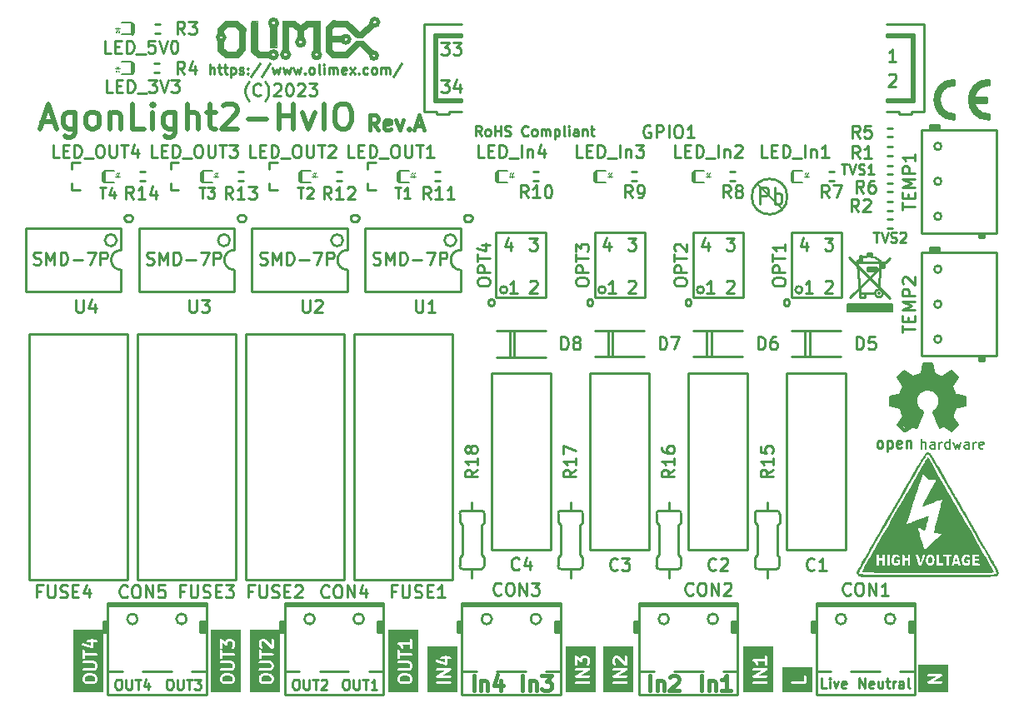
<source format=gbr>
G04 #@! TF.GenerationSoftware,KiCad,Pcbnew,7.0.5-4d25ed1034~172~ubuntu22.04.1*
G04 #@! TF.CreationDate,2023-06-14T16:15:45+03:00*
G04 #@! TF.ProjectId,AgonLight2-HvIO_Rev_A,41676f6e-4c69-4676-9874-322d4876494f,A*
G04 #@! TF.SameCoordinates,Original*
G04 #@! TF.FileFunction,Legend,Top*
G04 #@! TF.FilePolarity,Positive*
%FSLAX46Y46*%
G04 Gerber Fmt 4.6, Leading zero omitted, Abs format (unit mm)*
G04 Created by KiCad (PCBNEW 7.0.5-4d25ed1034~172~ubuntu22.04.1) date 2023-06-14 16:15:45*
%MOMM*%
%LPD*%
G01*
G04 APERTURE LIST*
%ADD10C,0.381000*%
%ADD11C,0.254000*%
%ADD12C,0.508000*%
%ADD13C,0.180000*%
%ADD14C,0.228600*%
%ADD15C,0.127000*%
%ADD16C,0.050000*%
%ADD17C,0.100000*%
%ADD18C,0.200000*%
%ADD19C,0.150000*%
%ADD20C,0.700000*%
%ADD21C,0.500000*%
%ADD22C,0.400000*%
%ADD23C,0.370000*%
%ADD24C,0.380000*%
%ADD25C,1.000000*%
%ADD26C,0.420000*%
%ADD27C,0.300000*%
G04 APERTURE END LIST*
D10*
X106150514Y-169262479D02*
X106150514Y-167738479D01*
X106876228Y-168246479D02*
X106876228Y-169262479D01*
X106876228Y-168391622D02*
X106948799Y-168319050D01*
X106948799Y-168319050D02*
X107093942Y-168246479D01*
X107093942Y-168246479D02*
X107311656Y-168246479D01*
X107311656Y-168246479D02*
X107456799Y-168319050D01*
X107456799Y-168319050D02*
X107529371Y-168464193D01*
X107529371Y-168464193D02*
X107529371Y-169262479D01*
X108109942Y-167738479D02*
X109053370Y-167738479D01*
X109053370Y-167738479D02*
X108545370Y-168319050D01*
X108545370Y-168319050D02*
X108763085Y-168319050D01*
X108763085Y-168319050D02*
X108908228Y-168391622D01*
X108908228Y-168391622D02*
X108980799Y-168464193D01*
X108980799Y-168464193D02*
X109053370Y-168609336D01*
X109053370Y-168609336D02*
X109053370Y-168972193D01*
X109053370Y-168972193D02*
X108980799Y-169117336D01*
X108980799Y-169117336D02*
X108908228Y-169189908D01*
X108908228Y-169189908D02*
X108763085Y-169262479D01*
X108763085Y-169262479D02*
X108327656Y-169262479D01*
X108327656Y-169262479D02*
X108182513Y-169189908D01*
X108182513Y-169189908D02*
X108109942Y-169117336D01*
D11*
X137036819Y-169026452D02*
X136553009Y-169026452D01*
X136553009Y-169026452D02*
X136553009Y-168010452D01*
X137375485Y-169026452D02*
X137375485Y-168349119D01*
X137375485Y-168010452D02*
X137327104Y-168058833D01*
X137327104Y-168058833D02*
X137375485Y-168107214D01*
X137375485Y-168107214D02*
X137423866Y-168058833D01*
X137423866Y-168058833D02*
X137375485Y-168010452D01*
X137375485Y-168010452D02*
X137375485Y-168107214D01*
X137762533Y-168349119D02*
X138004438Y-169026452D01*
X138004438Y-169026452D02*
X138246343Y-168349119D01*
X139020438Y-168978072D02*
X138923676Y-169026452D01*
X138923676Y-169026452D02*
X138730152Y-169026452D01*
X138730152Y-169026452D02*
X138633390Y-168978072D01*
X138633390Y-168978072D02*
X138585009Y-168881310D01*
X138585009Y-168881310D02*
X138585009Y-168494262D01*
X138585009Y-168494262D02*
X138633390Y-168397500D01*
X138633390Y-168397500D02*
X138730152Y-168349119D01*
X138730152Y-168349119D02*
X138923676Y-168349119D01*
X138923676Y-168349119D02*
X139020438Y-168397500D01*
X139020438Y-168397500D02*
X139068819Y-168494262D01*
X139068819Y-168494262D02*
X139068819Y-168591024D01*
X139068819Y-168591024D02*
X138585009Y-168687786D01*
G36*
X131626429Y-169472429D02*
G01*
X128596571Y-169472429D01*
X128596571Y-168459351D01*
X129494353Y-168459351D01*
X129525335Y-168527193D01*
X129588077Y-168567514D01*
X130913629Y-168567514D01*
X130966928Y-168551864D01*
X131015769Y-168495499D01*
X131026383Y-168421677D01*
X130995401Y-168353835D01*
X130932659Y-168313514D01*
X129607107Y-168313514D01*
X129553808Y-168329164D01*
X129504967Y-168385529D01*
X129494353Y-168459351D01*
X128596571Y-168459351D01*
X128596571Y-167847747D01*
X129493550Y-167847747D01*
X129494860Y-167851062D01*
X129494353Y-167854589D01*
X129508470Y-167885501D01*
X129520961Y-167917109D01*
X129523854Y-167919188D01*
X129525335Y-167922431D01*
X129553919Y-167940800D01*
X129581520Y-167960641D01*
X129585080Y-167960826D01*
X129588077Y-167962752D01*
X129622053Y-167962752D01*
X129656000Y-167964520D01*
X129659094Y-167962752D01*
X130913629Y-167962752D01*
X130966928Y-167947102D01*
X131015769Y-167890737D01*
X131026383Y-167816915D01*
X130995401Y-167749073D01*
X130932659Y-167708752D01*
X130103594Y-167708752D01*
X130945440Y-167227696D01*
X130966928Y-167221387D01*
X130989188Y-167195696D01*
X131012744Y-167171212D01*
X131013433Y-167167716D01*
X131015769Y-167165022D01*
X131020607Y-167131367D01*
X131027185Y-167098042D01*
X131025875Y-167094728D01*
X131026383Y-167091200D01*
X131012262Y-167060279D01*
X130999775Y-167028680D01*
X130996881Y-167026600D01*
X130995401Y-167023358D01*
X130966816Y-167004988D01*
X130939216Y-166985148D01*
X130935655Y-166984962D01*
X130932659Y-166983037D01*
X130898683Y-166983037D01*
X130864736Y-166981269D01*
X130861642Y-166983037D01*
X129607107Y-166983037D01*
X129553808Y-166998687D01*
X129504967Y-167055052D01*
X129494353Y-167128874D01*
X129525335Y-167196716D01*
X129588077Y-167237037D01*
X130417142Y-167237037D01*
X129575293Y-167718093D01*
X129553808Y-167724402D01*
X129531556Y-167750081D01*
X129507991Y-167774577D01*
X129507300Y-167778073D01*
X129504967Y-167780767D01*
X129500130Y-167814402D01*
X129493550Y-167847747D01*
X128596571Y-167847747D01*
X128596571Y-166219528D01*
X129494055Y-166219528D01*
X129494517Y-166220587D01*
X129494353Y-166221732D01*
X129509408Y-166254700D01*
X129523893Y-166287880D01*
X129524853Y-166288520D01*
X129525335Y-166289574D01*
X129555836Y-166309175D01*
X129725887Y-166422543D01*
X129823373Y-166520028D01*
X129882799Y-166638881D01*
X129920633Y-166679554D01*
X129992889Y-166698032D01*
X130063665Y-166674511D01*
X130110489Y-166616460D01*
X130118494Y-166542310D01*
X130048462Y-166402246D01*
X130043920Y-166381365D01*
X130019184Y-166356629D01*
X129995341Y-166330997D01*
X129992936Y-166330382D01*
X129992450Y-166329895D01*
X130768368Y-166329895D01*
X130768368Y-166584013D01*
X130784018Y-166637312D01*
X130840383Y-166686153D01*
X130914205Y-166696767D01*
X130982047Y-166665785D01*
X131022368Y-166603043D01*
X131022367Y-166211982D01*
X131026383Y-166184058D01*
X131022368Y-166175266D01*
X131022368Y-165821776D01*
X131006718Y-165768477D01*
X130950353Y-165719636D01*
X130876531Y-165709022D01*
X130808689Y-165740004D01*
X130768368Y-165802746D01*
X130768368Y-166075895D01*
X129644719Y-166075895D01*
X129627592Y-166070552D01*
X129608195Y-166075895D01*
X129607107Y-166075895D01*
X129590615Y-166080737D01*
X129555689Y-166090358D01*
X129554916Y-166091219D01*
X129553808Y-166091545D01*
X129530099Y-166118905D01*
X129505908Y-166145894D01*
X129505724Y-166147036D01*
X129504967Y-166147910D01*
X129499811Y-166183765D01*
X129494055Y-166219528D01*
X128596571Y-166219528D01*
X128596571Y-164821809D01*
X131626429Y-164821809D01*
X131626429Y-169472429D01*
G37*
G36*
X99495429Y-169472429D02*
G01*
X96465571Y-169472429D01*
X96465571Y-168459351D01*
X97363353Y-168459351D01*
X97394335Y-168527193D01*
X97457077Y-168567514D01*
X98782629Y-168567514D01*
X98835928Y-168551864D01*
X98884769Y-168495499D01*
X98895383Y-168421677D01*
X98864401Y-168353835D01*
X98801659Y-168313514D01*
X97476107Y-168313514D01*
X97422808Y-168329164D01*
X97373967Y-168385529D01*
X97363353Y-168459351D01*
X96465571Y-168459351D01*
X96465571Y-167847747D01*
X97362550Y-167847747D01*
X97363860Y-167851062D01*
X97363353Y-167854589D01*
X97377470Y-167885501D01*
X97389961Y-167917109D01*
X97392854Y-167919188D01*
X97394335Y-167922431D01*
X97422919Y-167940800D01*
X97450520Y-167960641D01*
X97454080Y-167960826D01*
X97457077Y-167962752D01*
X97491053Y-167962752D01*
X97525000Y-167964520D01*
X97528094Y-167962752D01*
X98782629Y-167962752D01*
X98835928Y-167947102D01*
X98884769Y-167890737D01*
X98895383Y-167816915D01*
X98864401Y-167749073D01*
X98801659Y-167708752D01*
X97972594Y-167708752D01*
X98814440Y-167227696D01*
X98835928Y-167221387D01*
X98858188Y-167195696D01*
X98881744Y-167171212D01*
X98882433Y-167167716D01*
X98884769Y-167165022D01*
X98889607Y-167131367D01*
X98896185Y-167098042D01*
X98894875Y-167094728D01*
X98895383Y-167091200D01*
X98881262Y-167060279D01*
X98868775Y-167028680D01*
X98865881Y-167026600D01*
X98864401Y-167023358D01*
X98835816Y-167004988D01*
X98808216Y-166985148D01*
X98804655Y-166984962D01*
X98801659Y-166983037D01*
X98767683Y-166983037D01*
X98733736Y-166981269D01*
X98730642Y-166983037D01*
X97476107Y-166983037D01*
X97422808Y-166998687D01*
X97373967Y-167055052D01*
X97363353Y-167128874D01*
X97394335Y-167196716D01*
X97457077Y-167237037D01*
X98286142Y-167237037D01*
X97444293Y-167718093D01*
X97422808Y-167724402D01*
X97400556Y-167750081D01*
X97376991Y-167774577D01*
X97376300Y-167778073D01*
X97373967Y-167780767D01*
X97369130Y-167814402D01*
X97362550Y-167847747D01*
X96465571Y-167847747D01*
X96465571Y-166239811D01*
X97303643Y-166239811D01*
X97311582Y-166313969D01*
X97358354Y-166372061D01*
X98276933Y-166678254D01*
X98286049Y-166686153D01*
X98311688Y-166689839D01*
X98318197Y-166692009D01*
X98329662Y-166692423D01*
X98359871Y-166696767D01*
X98366466Y-166693754D01*
X98373710Y-166694017D01*
X98399955Y-166678461D01*
X98427713Y-166665785D01*
X98431632Y-166659686D01*
X98437869Y-166655990D01*
X98451541Y-166628706D01*
X98468034Y-166603043D01*
X98468034Y-166595795D01*
X98471283Y-166589312D01*
X98468034Y-166558963D01*
X98468034Y-166087990D01*
X98782629Y-166087990D01*
X98835928Y-166072340D01*
X98884769Y-166015975D01*
X98895383Y-165942153D01*
X98864401Y-165874311D01*
X98801659Y-165833990D01*
X98468034Y-165833990D01*
X98468034Y-165761300D01*
X98452384Y-165708001D01*
X98396019Y-165659160D01*
X98322197Y-165648546D01*
X98254355Y-165679528D01*
X98214034Y-165742270D01*
X98214034Y-165833990D01*
X97899440Y-165833990D01*
X97846141Y-165849640D01*
X97797300Y-165906005D01*
X97786686Y-165979827D01*
X97817668Y-166047669D01*
X97880410Y-166087990D01*
X98214034Y-166087990D01*
X98214033Y-166389549D01*
X97456729Y-166137114D01*
X97401216Y-166135106D01*
X97337057Y-166173133D01*
X97303643Y-166239811D01*
X96465571Y-166239811D01*
X96465571Y-164821809D01*
X99495429Y-164821809D01*
X99495429Y-169472429D01*
G37*
X83025533Y-168137452D02*
X83219057Y-168137452D01*
X83219057Y-168137452D02*
X83315819Y-168185833D01*
X83315819Y-168185833D02*
X83412581Y-168282595D01*
X83412581Y-168282595D02*
X83460962Y-168476119D01*
X83460962Y-168476119D02*
X83460962Y-168814786D01*
X83460962Y-168814786D02*
X83412581Y-169008310D01*
X83412581Y-169008310D02*
X83315819Y-169105072D01*
X83315819Y-169105072D02*
X83219057Y-169153452D01*
X83219057Y-169153452D02*
X83025533Y-169153452D01*
X83025533Y-169153452D02*
X82928771Y-169105072D01*
X82928771Y-169105072D02*
X82832009Y-169008310D01*
X82832009Y-169008310D02*
X82783628Y-168814786D01*
X82783628Y-168814786D02*
X82783628Y-168476119D01*
X82783628Y-168476119D02*
X82832009Y-168282595D01*
X82832009Y-168282595D02*
X82928771Y-168185833D01*
X82928771Y-168185833D02*
X83025533Y-168137452D01*
X83896390Y-168137452D02*
X83896390Y-168959929D01*
X83896390Y-168959929D02*
X83944771Y-169056691D01*
X83944771Y-169056691D02*
X83993152Y-169105072D01*
X83993152Y-169105072D02*
X84089914Y-169153452D01*
X84089914Y-169153452D02*
X84283438Y-169153452D01*
X84283438Y-169153452D02*
X84380200Y-169105072D01*
X84380200Y-169105072D02*
X84428581Y-169056691D01*
X84428581Y-169056691D02*
X84476962Y-168959929D01*
X84476962Y-168959929D02*
X84476962Y-168137452D01*
X84815628Y-168137452D02*
X85396200Y-168137452D01*
X85105914Y-169153452D02*
X85105914Y-168137452D01*
X85686485Y-168234214D02*
X85734866Y-168185833D01*
X85734866Y-168185833D02*
X85831628Y-168137452D01*
X85831628Y-168137452D02*
X86073533Y-168137452D01*
X86073533Y-168137452D02*
X86170295Y-168185833D01*
X86170295Y-168185833D02*
X86218676Y-168234214D01*
X86218676Y-168234214D02*
X86267057Y-168330976D01*
X86267057Y-168330976D02*
X86267057Y-168427738D01*
X86267057Y-168427738D02*
X86218676Y-168572881D01*
X86218676Y-168572881D02*
X85638104Y-169153452D01*
X85638104Y-169153452D02*
X86267057Y-169153452D01*
X74409009Y-106612452D02*
X74409009Y-105596452D01*
X74844438Y-106612452D02*
X74844438Y-106080262D01*
X74844438Y-106080262D02*
X74796057Y-105983500D01*
X74796057Y-105983500D02*
X74699295Y-105935119D01*
X74699295Y-105935119D02*
X74554152Y-105935119D01*
X74554152Y-105935119D02*
X74457390Y-105983500D01*
X74457390Y-105983500D02*
X74409009Y-106031881D01*
X75183104Y-105935119D02*
X75570152Y-105935119D01*
X75328247Y-105596452D02*
X75328247Y-106467310D01*
X75328247Y-106467310D02*
X75376628Y-106564072D01*
X75376628Y-106564072D02*
X75473390Y-106612452D01*
X75473390Y-106612452D02*
X75570152Y-106612452D01*
X75763675Y-105935119D02*
X76150723Y-105935119D01*
X75908818Y-105596452D02*
X75908818Y-106467310D01*
X75908818Y-106467310D02*
X75957199Y-106564072D01*
X75957199Y-106564072D02*
X76053961Y-106612452D01*
X76053961Y-106612452D02*
X76150723Y-106612452D01*
X76489389Y-105935119D02*
X76489389Y-106951119D01*
X76489389Y-105983500D02*
X76586151Y-105935119D01*
X76586151Y-105935119D02*
X76779675Y-105935119D01*
X76779675Y-105935119D02*
X76876437Y-105983500D01*
X76876437Y-105983500D02*
X76924818Y-106031881D01*
X76924818Y-106031881D02*
X76973199Y-106128643D01*
X76973199Y-106128643D02*
X76973199Y-106418929D01*
X76973199Y-106418929D02*
X76924818Y-106515691D01*
X76924818Y-106515691D02*
X76876437Y-106564072D01*
X76876437Y-106564072D02*
X76779675Y-106612452D01*
X76779675Y-106612452D02*
X76586151Y-106612452D01*
X76586151Y-106612452D02*
X76489389Y-106564072D01*
X77360246Y-106564072D02*
X77457008Y-106612452D01*
X77457008Y-106612452D02*
X77650532Y-106612452D01*
X77650532Y-106612452D02*
X77747294Y-106564072D01*
X77747294Y-106564072D02*
X77795675Y-106467310D01*
X77795675Y-106467310D02*
X77795675Y-106418929D01*
X77795675Y-106418929D02*
X77747294Y-106322167D01*
X77747294Y-106322167D02*
X77650532Y-106273786D01*
X77650532Y-106273786D02*
X77505389Y-106273786D01*
X77505389Y-106273786D02*
X77408627Y-106225405D01*
X77408627Y-106225405D02*
X77360246Y-106128643D01*
X77360246Y-106128643D02*
X77360246Y-106080262D01*
X77360246Y-106080262D02*
X77408627Y-105983500D01*
X77408627Y-105983500D02*
X77505389Y-105935119D01*
X77505389Y-105935119D02*
X77650532Y-105935119D01*
X77650532Y-105935119D02*
X77747294Y-105983500D01*
X78231103Y-106515691D02*
X78279484Y-106564072D01*
X78279484Y-106564072D02*
X78231103Y-106612452D01*
X78231103Y-106612452D02*
X78182722Y-106564072D01*
X78182722Y-106564072D02*
X78231103Y-106515691D01*
X78231103Y-106515691D02*
X78231103Y-106612452D01*
X78231103Y-105983500D02*
X78279484Y-106031881D01*
X78279484Y-106031881D02*
X78231103Y-106080262D01*
X78231103Y-106080262D02*
X78182722Y-106031881D01*
X78182722Y-106031881D02*
X78231103Y-105983500D01*
X78231103Y-105983500D02*
X78231103Y-106080262D01*
X79440628Y-105548072D02*
X78569770Y-106854357D01*
X80505009Y-105548072D02*
X79634151Y-106854357D01*
X80746913Y-105935119D02*
X80940437Y-106612452D01*
X80940437Y-106612452D02*
X81133961Y-106128643D01*
X81133961Y-106128643D02*
X81327485Y-106612452D01*
X81327485Y-106612452D02*
X81521009Y-105935119D01*
X81811294Y-105935119D02*
X82004818Y-106612452D01*
X82004818Y-106612452D02*
X82198342Y-106128643D01*
X82198342Y-106128643D02*
X82391866Y-106612452D01*
X82391866Y-106612452D02*
X82585390Y-105935119D01*
X82875675Y-105935119D02*
X83069199Y-106612452D01*
X83069199Y-106612452D02*
X83262723Y-106128643D01*
X83262723Y-106128643D02*
X83456247Y-106612452D01*
X83456247Y-106612452D02*
X83649771Y-105935119D01*
X84036818Y-106515691D02*
X84085199Y-106564072D01*
X84085199Y-106564072D02*
X84036818Y-106612452D01*
X84036818Y-106612452D02*
X83988437Y-106564072D01*
X83988437Y-106564072D02*
X84036818Y-106515691D01*
X84036818Y-106515691D02*
X84036818Y-106612452D01*
X84665771Y-106612452D02*
X84569009Y-106564072D01*
X84569009Y-106564072D02*
X84520628Y-106515691D01*
X84520628Y-106515691D02*
X84472247Y-106418929D01*
X84472247Y-106418929D02*
X84472247Y-106128643D01*
X84472247Y-106128643D02*
X84520628Y-106031881D01*
X84520628Y-106031881D02*
X84569009Y-105983500D01*
X84569009Y-105983500D02*
X84665771Y-105935119D01*
X84665771Y-105935119D02*
X84810914Y-105935119D01*
X84810914Y-105935119D02*
X84907676Y-105983500D01*
X84907676Y-105983500D02*
X84956057Y-106031881D01*
X84956057Y-106031881D02*
X85004438Y-106128643D01*
X85004438Y-106128643D02*
X85004438Y-106418929D01*
X85004438Y-106418929D02*
X84956057Y-106515691D01*
X84956057Y-106515691D02*
X84907676Y-106564072D01*
X84907676Y-106564072D02*
X84810914Y-106612452D01*
X84810914Y-106612452D02*
X84665771Y-106612452D01*
X85585009Y-106612452D02*
X85488247Y-106564072D01*
X85488247Y-106564072D02*
X85439866Y-106467310D01*
X85439866Y-106467310D02*
X85439866Y-105596452D01*
X85972056Y-106612452D02*
X85972056Y-105935119D01*
X85972056Y-105596452D02*
X85923675Y-105644833D01*
X85923675Y-105644833D02*
X85972056Y-105693214D01*
X85972056Y-105693214D02*
X86020437Y-105644833D01*
X86020437Y-105644833D02*
X85972056Y-105596452D01*
X85972056Y-105596452D02*
X85972056Y-105693214D01*
X86455866Y-106612452D02*
X86455866Y-105935119D01*
X86455866Y-106031881D02*
X86504247Y-105983500D01*
X86504247Y-105983500D02*
X86601009Y-105935119D01*
X86601009Y-105935119D02*
X86746152Y-105935119D01*
X86746152Y-105935119D02*
X86842914Y-105983500D01*
X86842914Y-105983500D02*
X86891295Y-106080262D01*
X86891295Y-106080262D02*
X86891295Y-106612452D01*
X86891295Y-106080262D02*
X86939676Y-105983500D01*
X86939676Y-105983500D02*
X87036438Y-105935119D01*
X87036438Y-105935119D02*
X87181581Y-105935119D01*
X87181581Y-105935119D02*
X87278342Y-105983500D01*
X87278342Y-105983500D02*
X87326723Y-106080262D01*
X87326723Y-106080262D02*
X87326723Y-106612452D01*
X88197581Y-106564072D02*
X88100819Y-106612452D01*
X88100819Y-106612452D02*
X87907295Y-106612452D01*
X87907295Y-106612452D02*
X87810533Y-106564072D01*
X87810533Y-106564072D02*
X87762152Y-106467310D01*
X87762152Y-106467310D02*
X87762152Y-106080262D01*
X87762152Y-106080262D02*
X87810533Y-105983500D01*
X87810533Y-105983500D02*
X87907295Y-105935119D01*
X87907295Y-105935119D02*
X88100819Y-105935119D01*
X88100819Y-105935119D02*
X88197581Y-105983500D01*
X88197581Y-105983500D02*
X88245962Y-106080262D01*
X88245962Y-106080262D02*
X88245962Y-106177024D01*
X88245962Y-106177024D02*
X87762152Y-106273786D01*
X88584628Y-106612452D02*
X89116819Y-105935119D01*
X88584628Y-105935119D02*
X89116819Y-106612452D01*
X89503866Y-106515691D02*
X89552247Y-106564072D01*
X89552247Y-106564072D02*
X89503866Y-106612452D01*
X89503866Y-106612452D02*
X89455485Y-106564072D01*
X89455485Y-106564072D02*
X89503866Y-106515691D01*
X89503866Y-106515691D02*
X89503866Y-106612452D01*
X90423105Y-106564072D02*
X90326343Y-106612452D01*
X90326343Y-106612452D02*
X90132819Y-106612452D01*
X90132819Y-106612452D02*
X90036057Y-106564072D01*
X90036057Y-106564072D02*
X89987676Y-106515691D01*
X89987676Y-106515691D02*
X89939295Y-106418929D01*
X89939295Y-106418929D02*
X89939295Y-106128643D01*
X89939295Y-106128643D02*
X89987676Y-106031881D01*
X89987676Y-106031881D02*
X90036057Y-105983500D01*
X90036057Y-105983500D02*
X90132819Y-105935119D01*
X90132819Y-105935119D02*
X90326343Y-105935119D01*
X90326343Y-105935119D02*
X90423105Y-105983500D01*
X91003676Y-106612452D02*
X90906914Y-106564072D01*
X90906914Y-106564072D02*
X90858533Y-106515691D01*
X90858533Y-106515691D02*
X90810152Y-106418929D01*
X90810152Y-106418929D02*
X90810152Y-106128643D01*
X90810152Y-106128643D02*
X90858533Y-106031881D01*
X90858533Y-106031881D02*
X90906914Y-105983500D01*
X90906914Y-105983500D02*
X91003676Y-105935119D01*
X91003676Y-105935119D02*
X91148819Y-105935119D01*
X91148819Y-105935119D02*
X91245581Y-105983500D01*
X91245581Y-105983500D02*
X91293962Y-106031881D01*
X91293962Y-106031881D02*
X91342343Y-106128643D01*
X91342343Y-106128643D02*
X91342343Y-106418929D01*
X91342343Y-106418929D02*
X91293962Y-106515691D01*
X91293962Y-106515691D02*
X91245581Y-106564072D01*
X91245581Y-106564072D02*
X91148819Y-106612452D01*
X91148819Y-106612452D02*
X91003676Y-106612452D01*
X91777771Y-106612452D02*
X91777771Y-105935119D01*
X91777771Y-106031881D02*
X91826152Y-105983500D01*
X91826152Y-105983500D02*
X91922914Y-105935119D01*
X91922914Y-105935119D02*
X92068057Y-105935119D01*
X92068057Y-105935119D02*
X92164819Y-105983500D01*
X92164819Y-105983500D02*
X92213200Y-106080262D01*
X92213200Y-106080262D02*
X92213200Y-106612452D01*
X92213200Y-106080262D02*
X92261581Y-105983500D01*
X92261581Y-105983500D02*
X92358343Y-105935119D01*
X92358343Y-105935119D02*
X92503486Y-105935119D01*
X92503486Y-105935119D02*
X92600247Y-105983500D01*
X92600247Y-105983500D02*
X92648628Y-106080262D01*
X92648628Y-106080262D02*
X92648628Y-106612452D01*
X93858153Y-105548072D02*
X92987295Y-106854357D01*
G36*
X117402429Y-169472429D02*
G01*
X114372571Y-169472429D01*
X114372571Y-168459351D01*
X115270353Y-168459351D01*
X115301335Y-168527193D01*
X115364077Y-168567514D01*
X116689629Y-168567514D01*
X116742928Y-168551864D01*
X116791769Y-168495499D01*
X116802383Y-168421677D01*
X116771401Y-168353835D01*
X116708659Y-168313514D01*
X115383107Y-168313514D01*
X115329808Y-168329164D01*
X115280967Y-168385529D01*
X115270353Y-168459351D01*
X114372571Y-168459351D01*
X114372571Y-167847747D01*
X115269550Y-167847747D01*
X115270860Y-167851062D01*
X115270353Y-167854589D01*
X115284470Y-167885501D01*
X115296961Y-167917109D01*
X115299854Y-167919188D01*
X115301335Y-167922431D01*
X115329919Y-167940800D01*
X115357520Y-167960641D01*
X115361080Y-167960826D01*
X115364077Y-167962752D01*
X115398053Y-167962752D01*
X115432000Y-167964520D01*
X115435094Y-167962752D01*
X116689629Y-167962752D01*
X116742928Y-167947102D01*
X116791769Y-167890737D01*
X116802383Y-167816915D01*
X116771401Y-167749073D01*
X116708659Y-167708752D01*
X115879594Y-167708752D01*
X116721440Y-167227696D01*
X116742928Y-167221387D01*
X116765188Y-167195696D01*
X116788744Y-167171212D01*
X116789433Y-167167716D01*
X116791769Y-167165022D01*
X116796607Y-167131367D01*
X116803185Y-167098042D01*
X116801875Y-167094728D01*
X116802383Y-167091200D01*
X116788262Y-167060279D01*
X116775775Y-167028680D01*
X116772881Y-167026600D01*
X116771401Y-167023358D01*
X116742816Y-167004988D01*
X116715216Y-166985148D01*
X116711655Y-166984962D01*
X116708659Y-166983037D01*
X116674683Y-166983037D01*
X116640736Y-166981269D01*
X116637642Y-166983037D01*
X115383107Y-166983037D01*
X115329808Y-166998687D01*
X115280967Y-167055052D01*
X115270353Y-167128874D01*
X115301335Y-167196716D01*
X115364077Y-167237037D01*
X116193142Y-167237037D01*
X115351293Y-167718093D01*
X115329808Y-167724402D01*
X115307556Y-167750081D01*
X115283991Y-167774577D01*
X115283300Y-167778073D01*
X115280967Y-167780767D01*
X115276130Y-167814402D01*
X115269550Y-167847747D01*
X114372571Y-167847747D01*
X114372571Y-166096150D01*
X115269771Y-166096150D01*
X115274368Y-166107234D01*
X115274368Y-166377483D01*
X115271099Y-166407765D01*
X115282705Y-166430977D01*
X115290018Y-166455883D01*
X115299086Y-166463741D01*
X115341130Y-166547829D01*
X115345673Y-166568710D01*
X115370410Y-166593447D01*
X115394252Y-166619078D01*
X115396655Y-166619692D01*
X115445430Y-166668467D01*
X115494184Y-166695089D01*
X115568576Y-166689769D01*
X115628281Y-166645074D01*
X115654345Y-166575195D01*
X115638491Y-166502318D01*
X115566219Y-166430046D01*
X115528368Y-166354342D01*
X115528368Y-166111922D01*
X115566219Y-166036219D01*
X115597549Y-166004889D01*
X115673253Y-165967037D01*
X115743615Y-165967037D01*
X115877049Y-166011515D01*
X116558644Y-166693109D01*
X116560018Y-166697788D01*
X116584776Y-166719241D01*
X116594478Y-166728943D01*
X116598518Y-166731149D01*
X116616383Y-166746629D01*
X116630614Y-166748675D01*
X116643232Y-166755565D01*
X116666806Y-166753878D01*
X116690205Y-166757243D01*
X116703285Y-166751269D01*
X116717624Y-166750244D01*
X116736543Y-166736081D01*
X116758047Y-166726261D01*
X116765820Y-166714165D01*
X116777329Y-166705550D01*
X116785589Y-166683403D01*
X116798368Y-166663519D01*
X116798368Y-166649142D01*
X116803393Y-166635670D01*
X116798368Y-166612571D01*
X116798368Y-165821776D01*
X116782718Y-165768477D01*
X116726353Y-165719636D01*
X116652531Y-165709022D01*
X116584689Y-165740004D01*
X116544368Y-165802746D01*
X116544368Y-166319623D01*
X116040293Y-165815549D01*
X116021192Y-165791824D01*
X115996570Y-165783616D01*
X115973789Y-165771177D01*
X115961819Y-165772032D01*
X115819493Y-165724590D01*
X115801516Y-165713037D01*
X115766522Y-165713037D01*
X115731550Y-165711772D01*
X115729416Y-165713037D01*
X115650113Y-165713037D01*
X115619829Y-165709768D01*
X115596616Y-165721374D01*
X115571712Y-165728687D01*
X115563853Y-165737756D01*
X115479766Y-165779800D01*
X115458886Y-165784343D01*
X115434147Y-165809081D01*
X115408517Y-165832923D01*
X115407902Y-165835326D01*
X115383301Y-165859927D01*
X115364929Y-165870840D01*
X115349285Y-165902126D01*
X115332507Y-165932854D01*
X115332684Y-165935329D01*
X115290834Y-166019027D01*
X115274368Y-166044651D01*
X115274368Y-166070603D01*
X115269771Y-166096150D01*
X114372571Y-166096150D01*
X114372571Y-164821809D01*
X117402429Y-164821809D01*
X117402429Y-169472429D01*
G37*
X140363009Y-169026452D02*
X140363009Y-168010452D01*
X140363009Y-168010452D02*
X140943581Y-169026452D01*
X140943581Y-169026452D02*
X140943581Y-168010452D01*
X141814438Y-168978072D02*
X141717676Y-169026452D01*
X141717676Y-169026452D02*
X141524152Y-169026452D01*
X141524152Y-169026452D02*
X141427390Y-168978072D01*
X141427390Y-168978072D02*
X141379009Y-168881310D01*
X141379009Y-168881310D02*
X141379009Y-168494262D01*
X141379009Y-168494262D02*
X141427390Y-168397500D01*
X141427390Y-168397500D02*
X141524152Y-168349119D01*
X141524152Y-168349119D02*
X141717676Y-168349119D01*
X141717676Y-168349119D02*
X141814438Y-168397500D01*
X141814438Y-168397500D02*
X141862819Y-168494262D01*
X141862819Y-168494262D02*
X141862819Y-168591024D01*
X141862819Y-168591024D02*
X141379009Y-168687786D01*
X142733676Y-168349119D02*
X142733676Y-169026452D01*
X142298247Y-168349119D02*
X142298247Y-168881310D01*
X142298247Y-168881310D02*
X142346628Y-168978072D01*
X142346628Y-168978072D02*
X142443390Y-169026452D01*
X142443390Y-169026452D02*
X142588533Y-169026452D01*
X142588533Y-169026452D02*
X142685295Y-168978072D01*
X142685295Y-168978072D02*
X142733676Y-168929691D01*
X143072342Y-168349119D02*
X143459390Y-168349119D01*
X143217485Y-168010452D02*
X143217485Y-168881310D01*
X143217485Y-168881310D02*
X143265866Y-168978072D01*
X143265866Y-168978072D02*
X143362628Y-169026452D01*
X143362628Y-169026452D02*
X143459390Y-169026452D01*
X143798056Y-169026452D02*
X143798056Y-168349119D01*
X143798056Y-168542643D02*
X143846437Y-168445881D01*
X143846437Y-168445881D02*
X143894818Y-168397500D01*
X143894818Y-168397500D02*
X143991580Y-168349119D01*
X143991580Y-168349119D02*
X144088342Y-168349119D01*
X144862437Y-169026452D02*
X144862437Y-168494262D01*
X144862437Y-168494262D02*
X144814056Y-168397500D01*
X144814056Y-168397500D02*
X144717294Y-168349119D01*
X144717294Y-168349119D02*
X144523770Y-168349119D01*
X144523770Y-168349119D02*
X144427008Y-168397500D01*
X144862437Y-168978072D02*
X144765675Y-169026452D01*
X144765675Y-169026452D02*
X144523770Y-169026452D01*
X144523770Y-169026452D02*
X144427008Y-168978072D01*
X144427008Y-168978072D02*
X144378627Y-168881310D01*
X144378627Y-168881310D02*
X144378627Y-168784548D01*
X144378627Y-168784548D02*
X144427008Y-168687786D01*
X144427008Y-168687786D02*
X144523770Y-168639405D01*
X144523770Y-168639405D02*
X144765675Y-168639405D01*
X144765675Y-168639405D02*
X144862437Y-168591024D01*
X145491389Y-169026452D02*
X145394627Y-168978072D01*
X145394627Y-168978072D02*
X145346246Y-168881310D01*
X145346246Y-168881310D02*
X145346246Y-168010452D01*
D10*
X91484371Y-112293679D02*
X90976371Y-111567965D01*
X90613514Y-112293679D02*
X90613514Y-110769679D01*
X90613514Y-110769679D02*
X91194085Y-110769679D01*
X91194085Y-110769679D02*
X91339228Y-110842250D01*
X91339228Y-110842250D02*
X91411799Y-110914822D01*
X91411799Y-110914822D02*
X91484371Y-111059965D01*
X91484371Y-111059965D02*
X91484371Y-111277679D01*
X91484371Y-111277679D02*
X91411799Y-111422822D01*
X91411799Y-111422822D02*
X91339228Y-111495393D01*
X91339228Y-111495393D02*
X91194085Y-111567965D01*
X91194085Y-111567965D02*
X90613514Y-111567965D01*
X92718085Y-112221108D02*
X92572942Y-112293679D01*
X92572942Y-112293679D02*
X92282657Y-112293679D01*
X92282657Y-112293679D02*
X92137514Y-112221108D01*
X92137514Y-112221108D02*
X92064942Y-112075965D01*
X92064942Y-112075965D02*
X92064942Y-111495393D01*
X92064942Y-111495393D02*
X92137514Y-111350250D01*
X92137514Y-111350250D02*
X92282657Y-111277679D01*
X92282657Y-111277679D02*
X92572942Y-111277679D01*
X92572942Y-111277679D02*
X92718085Y-111350250D01*
X92718085Y-111350250D02*
X92790657Y-111495393D01*
X92790657Y-111495393D02*
X92790657Y-111640536D01*
X92790657Y-111640536D02*
X92064942Y-111785679D01*
X93298657Y-111277679D02*
X93661514Y-112293679D01*
X93661514Y-112293679D02*
X94024371Y-111277679D01*
X94604943Y-112148536D02*
X94677514Y-112221108D01*
X94677514Y-112221108D02*
X94604943Y-112293679D01*
X94604943Y-112293679D02*
X94532371Y-112221108D01*
X94532371Y-112221108D02*
X94604943Y-112148536D01*
X94604943Y-112148536D02*
X94604943Y-112293679D01*
X95258085Y-111858250D02*
X95983800Y-111858250D01*
X95112942Y-112293679D02*
X95620942Y-110769679D01*
X95620942Y-110769679D02*
X96128942Y-112293679D01*
D11*
G36*
X94581010Y-167829475D02*
G01*
X94662516Y-167910981D01*
X94700368Y-167986684D01*
X94700368Y-168168628D01*
X94662516Y-168244331D01*
X94581010Y-168325837D01*
X94388400Y-168373990D01*
X93996336Y-168373990D01*
X93803725Y-168325837D01*
X93722218Y-168244329D01*
X93684367Y-168168628D01*
X93684368Y-167986684D01*
X93722220Y-167910980D01*
X93803725Y-167829474D01*
X93996335Y-167781323D01*
X94388399Y-167781323D01*
X94581010Y-167829475D01*
G37*
G36*
X95558429Y-169472429D02*
G01*
X92528571Y-169472429D01*
X92528571Y-167970912D01*
X93425771Y-167970912D01*
X93430368Y-167981996D01*
X93430368Y-168191770D01*
X93427099Y-168222051D01*
X93438704Y-168245263D01*
X93446018Y-168270169D01*
X93455087Y-168278027D01*
X93497129Y-168362113D01*
X93501672Y-168382994D01*
X93526412Y-168407735D01*
X93550252Y-168433363D01*
X93552655Y-168433977D01*
X93647593Y-168528916D01*
X93671817Y-168554678D01*
X93692209Y-168559776D01*
X93710660Y-168569851D01*
X93727649Y-168568636D01*
X93929621Y-168619128D01*
X93943410Y-168627990D01*
X93965067Y-168627990D01*
X93967615Y-168628627D01*
X93983287Y-168627990D01*
X94383133Y-168627990D01*
X94398658Y-168633242D01*
X94419666Y-168627990D01*
X94422295Y-168627990D01*
X94437358Y-168623567D01*
X94674831Y-168564199D01*
X94709373Y-168556685D01*
X94724235Y-168541822D01*
X94742369Y-168531184D01*
X94750068Y-168515989D01*
X94845434Y-168420623D01*
X94863807Y-168409711D01*
X94879450Y-168378424D01*
X94896229Y-168347697D01*
X94896051Y-168345221D01*
X94937901Y-168261523D01*
X94954368Y-168235900D01*
X94954368Y-168209947D01*
X94958965Y-168184401D01*
X94954368Y-168173317D01*
X94954368Y-167963542D01*
X94957637Y-167933262D01*
X94946031Y-167910049D01*
X94938718Y-167885144D01*
X94929648Y-167877285D01*
X94887605Y-167793197D01*
X94883063Y-167772318D01*
X94858325Y-167747580D01*
X94834484Y-167721950D01*
X94832080Y-167721335D01*
X94737148Y-167626403D01*
X94712919Y-167600635D01*
X94692524Y-167595536D01*
X94674075Y-167585462D01*
X94657086Y-167586676D01*
X94455113Y-167536184D01*
X94441325Y-167527323D01*
X94419668Y-167527323D01*
X94417120Y-167526686D01*
X94401448Y-167527323D01*
X94001604Y-167527323D01*
X93986077Y-167522070D01*
X93965065Y-167527323D01*
X93962440Y-167527323D01*
X93947396Y-167531740D01*
X93709919Y-167591109D01*
X93675362Y-167598628D01*
X93660499Y-167613490D01*
X93642366Y-167624129D01*
X93634666Y-167639324D01*
X93539300Y-167734689D01*
X93520929Y-167745602D01*
X93505283Y-167776893D01*
X93488507Y-167807617D01*
X93488684Y-167810091D01*
X93446834Y-167893789D01*
X93430368Y-167919413D01*
X93430368Y-167945365D01*
X93425771Y-167970912D01*
X92528571Y-167970912D01*
X92528571Y-167128875D01*
X93426353Y-167128875D01*
X93457335Y-167196717D01*
X93520077Y-167237038D01*
X94578622Y-167237038D01*
X94608906Y-167240307D01*
X94632118Y-167228700D01*
X94657023Y-167221388D01*
X94664881Y-167212318D01*
X94748967Y-167170275D01*
X94769848Y-167165733D01*
X94794594Y-167140986D01*
X94820218Y-167117152D01*
X94820832Y-167114749D01*
X94845436Y-167090146D01*
X94863807Y-167079235D01*
X94879444Y-167047960D01*
X94896229Y-167017222D01*
X94896051Y-167014745D01*
X94937901Y-166931047D01*
X94954368Y-166905424D01*
X94954368Y-166879471D01*
X94958965Y-166853925D01*
X94954368Y-166842841D01*
X94954368Y-166633066D01*
X94957637Y-166602786D01*
X94946031Y-166579573D01*
X94938718Y-166554668D01*
X94929648Y-166546809D01*
X94887605Y-166462721D01*
X94883063Y-166441842D01*
X94858325Y-166417104D01*
X94834484Y-166391474D01*
X94832080Y-166390859D01*
X94807477Y-166366256D01*
X94796565Y-166347884D01*
X94765278Y-166332240D01*
X94734551Y-166315462D01*
X94732075Y-166315639D01*
X94648377Y-166273789D01*
X94622754Y-166257323D01*
X94596801Y-166257323D01*
X94571255Y-166252726D01*
X94560171Y-166257323D01*
X93539107Y-166257323D01*
X93485808Y-166272973D01*
X93436967Y-166329338D01*
X93426353Y-166403160D01*
X93457335Y-166471002D01*
X93520077Y-166511323D01*
X94555483Y-166511323D01*
X94631185Y-166549174D01*
X94662516Y-166580505D01*
X94700368Y-166656208D01*
X94700368Y-166838152D01*
X94662516Y-166913854D01*
X94631185Y-166945185D01*
X94555482Y-166983038D01*
X93539107Y-166983038D01*
X93485808Y-166998688D01*
X93436967Y-167055053D01*
X93426353Y-167128875D01*
X92528571Y-167128875D01*
X92528571Y-165616970D01*
X93426353Y-165616970D01*
X93430368Y-165625761D01*
X93430368Y-165979251D01*
X93446018Y-166032550D01*
X93502383Y-166081391D01*
X93576205Y-166092005D01*
X93644047Y-166061023D01*
X93684368Y-165998281D01*
X93684368Y-165725133D01*
X94845629Y-165725133D01*
X94898928Y-165709483D01*
X94947769Y-165653118D01*
X94958383Y-165579296D01*
X94927401Y-165511454D01*
X94864659Y-165471133D01*
X93684368Y-165471133D01*
X93684368Y-165217015D01*
X93668718Y-165163716D01*
X93612353Y-165114875D01*
X93538531Y-165104261D01*
X93470689Y-165135243D01*
X93430368Y-165197985D01*
X93430368Y-165589045D01*
X93426353Y-165616970D01*
X92528571Y-165616970D01*
X92528571Y-164526195D01*
X93426055Y-164526195D01*
X93426517Y-164527254D01*
X93426353Y-164528399D01*
X93441408Y-164561367D01*
X93455893Y-164594547D01*
X93456853Y-164595187D01*
X93457335Y-164596241D01*
X93487836Y-164615842D01*
X93657887Y-164729210D01*
X93755373Y-164826695D01*
X93814799Y-164945548D01*
X93852633Y-164986221D01*
X93924889Y-165004699D01*
X93995665Y-164981178D01*
X94042489Y-164923127D01*
X94050494Y-164848977D01*
X93980462Y-164708913D01*
X93975920Y-164688032D01*
X93951184Y-164663296D01*
X93927341Y-164637664D01*
X93924936Y-164637049D01*
X93924450Y-164636562D01*
X94700368Y-164636562D01*
X94700368Y-164890680D01*
X94716018Y-164943979D01*
X94772383Y-164992820D01*
X94846205Y-165003434D01*
X94914047Y-164972452D01*
X94954368Y-164909710D01*
X94954368Y-164518649D01*
X94958383Y-164490725D01*
X94954368Y-164481933D01*
X94954368Y-164128443D01*
X94938718Y-164075144D01*
X94882353Y-164026303D01*
X94808531Y-164015689D01*
X94740689Y-164046671D01*
X94700368Y-164109413D01*
X94700368Y-164382562D01*
X93576719Y-164382562D01*
X93559592Y-164377219D01*
X93540195Y-164382562D01*
X93539107Y-164382562D01*
X93522615Y-164387404D01*
X93487689Y-164397025D01*
X93486916Y-164397886D01*
X93485808Y-164398212D01*
X93462099Y-164425572D01*
X93437908Y-164452561D01*
X93437724Y-164453703D01*
X93436967Y-164454577D01*
X93431811Y-164490432D01*
X93426055Y-164526195D01*
X92528571Y-164526195D01*
X92528571Y-163128476D01*
X95558429Y-163128476D01*
X95558429Y-169472429D01*
G37*
X101954581Y-112892452D02*
X101615914Y-112408643D01*
X101374009Y-112892452D02*
X101374009Y-111876452D01*
X101374009Y-111876452D02*
X101761057Y-111876452D01*
X101761057Y-111876452D02*
X101857819Y-111924833D01*
X101857819Y-111924833D02*
X101906200Y-111973214D01*
X101906200Y-111973214D02*
X101954581Y-112069976D01*
X101954581Y-112069976D02*
X101954581Y-112215119D01*
X101954581Y-112215119D02*
X101906200Y-112311881D01*
X101906200Y-112311881D02*
X101857819Y-112360262D01*
X101857819Y-112360262D02*
X101761057Y-112408643D01*
X101761057Y-112408643D02*
X101374009Y-112408643D01*
X102535152Y-112892452D02*
X102438390Y-112844072D01*
X102438390Y-112844072D02*
X102390009Y-112795691D01*
X102390009Y-112795691D02*
X102341628Y-112698929D01*
X102341628Y-112698929D02*
X102341628Y-112408643D01*
X102341628Y-112408643D02*
X102390009Y-112311881D01*
X102390009Y-112311881D02*
X102438390Y-112263500D01*
X102438390Y-112263500D02*
X102535152Y-112215119D01*
X102535152Y-112215119D02*
X102680295Y-112215119D01*
X102680295Y-112215119D02*
X102777057Y-112263500D01*
X102777057Y-112263500D02*
X102825438Y-112311881D01*
X102825438Y-112311881D02*
X102873819Y-112408643D01*
X102873819Y-112408643D02*
X102873819Y-112698929D01*
X102873819Y-112698929D02*
X102825438Y-112795691D01*
X102825438Y-112795691D02*
X102777057Y-112844072D01*
X102777057Y-112844072D02*
X102680295Y-112892452D01*
X102680295Y-112892452D02*
X102535152Y-112892452D01*
X103309247Y-112892452D02*
X103309247Y-111876452D01*
X103309247Y-112360262D02*
X103889819Y-112360262D01*
X103889819Y-112892452D02*
X103889819Y-111876452D01*
X104325247Y-112844072D02*
X104470390Y-112892452D01*
X104470390Y-112892452D02*
X104712295Y-112892452D01*
X104712295Y-112892452D02*
X104809057Y-112844072D01*
X104809057Y-112844072D02*
X104857438Y-112795691D01*
X104857438Y-112795691D02*
X104905819Y-112698929D01*
X104905819Y-112698929D02*
X104905819Y-112602167D01*
X104905819Y-112602167D02*
X104857438Y-112505405D01*
X104857438Y-112505405D02*
X104809057Y-112457024D01*
X104809057Y-112457024D02*
X104712295Y-112408643D01*
X104712295Y-112408643D02*
X104518771Y-112360262D01*
X104518771Y-112360262D02*
X104422009Y-112311881D01*
X104422009Y-112311881D02*
X104373628Y-112263500D01*
X104373628Y-112263500D02*
X104325247Y-112166738D01*
X104325247Y-112166738D02*
X104325247Y-112069976D01*
X104325247Y-112069976D02*
X104373628Y-111973214D01*
X104373628Y-111973214D02*
X104422009Y-111924833D01*
X104422009Y-111924833D02*
X104518771Y-111876452D01*
X104518771Y-111876452D02*
X104760676Y-111876452D01*
X104760676Y-111876452D02*
X104905819Y-111924833D01*
X106695914Y-112795691D02*
X106647533Y-112844072D01*
X106647533Y-112844072D02*
X106502390Y-112892452D01*
X106502390Y-112892452D02*
X106405628Y-112892452D01*
X106405628Y-112892452D02*
X106260485Y-112844072D01*
X106260485Y-112844072D02*
X106163723Y-112747310D01*
X106163723Y-112747310D02*
X106115342Y-112650548D01*
X106115342Y-112650548D02*
X106066961Y-112457024D01*
X106066961Y-112457024D02*
X106066961Y-112311881D01*
X106066961Y-112311881D02*
X106115342Y-112118357D01*
X106115342Y-112118357D02*
X106163723Y-112021595D01*
X106163723Y-112021595D02*
X106260485Y-111924833D01*
X106260485Y-111924833D02*
X106405628Y-111876452D01*
X106405628Y-111876452D02*
X106502390Y-111876452D01*
X106502390Y-111876452D02*
X106647533Y-111924833D01*
X106647533Y-111924833D02*
X106695914Y-111973214D01*
X107276485Y-112892452D02*
X107179723Y-112844072D01*
X107179723Y-112844072D02*
X107131342Y-112795691D01*
X107131342Y-112795691D02*
X107082961Y-112698929D01*
X107082961Y-112698929D02*
X107082961Y-112408643D01*
X107082961Y-112408643D02*
X107131342Y-112311881D01*
X107131342Y-112311881D02*
X107179723Y-112263500D01*
X107179723Y-112263500D02*
X107276485Y-112215119D01*
X107276485Y-112215119D02*
X107421628Y-112215119D01*
X107421628Y-112215119D02*
X107518390Y-112263500D01*
X107518390Y-112263500D02*
X107566771Y-112311881D01*
X107566771Y-112311881D02*
X107615152Y-112408643D01*
X107615152Y-112408643D02*
X107615152Y-112698929D01*
X107615152Y-112698929D02*
X107566771Y-112795691D01*
X107566771Y-112795691D02*
X107518390Y-112844072D01*
X107518390Y-112844072D02*
X107421628Y-112892452D01*
X107421628Y-112892452D02*
X107276485Y-112892452D01*
X108050580Y-112892452D02*
X108050580Y-112215119D01*
X108050580Y-112311881D02*
X108098961Y-112263500D01*
X108098961Y-112263500D02*
X108195723Y-112215119D01*
X108195723Y-112215119D02*
X108340866Y-112215119D01*
X108340866Y-112215119D02*
X108437628Y-112263500D01*
X108437628Y-112263500D02*
X108486009Y-112360262D01*
X108486009Y-112360262D02*
X108486009Y-112892452D01*
X108486009Y-112360262D02*
X108534390Y-112263500D01*
X108534390Y-112263500D02*
X108631152Y-112215119D01*
X108631152Y-112215119D02*
X108776295Y-112215119D01*
X108776295Y-112215119D02*
X108873056Y-112263500D01*
X108873056Y-112263500D02*
X108921437Y-112360262D01*
X108921437Y-112360262D02*
X108921437Y-112892452D01*
X109405247Y-112215119D02*
X109405247Y-113231119D01*
X109405247Y-112263500D02*
X109502009Y-112215119D01*
X109502009Y-112215119D02*
X109695533Y-112215119D01*
X109695533Y-112215119D02*
X109792295Y-112263500D01*
X109792295Y-112263500D02*
X109840676Y-112311881D01*
X109840676Y-112311881D02*
X109889057Y-112408643D01*
X109889057Y-112408643D02*
X109889057Y-112698929D01*
X109889057Y-112698929D02*
X109840676Y-112795691D01*
X109840676Y-112795691D02*
X109792295Y-112844072D01*
X109792295Y-112844072D02*
X109695533Y-112892452D01*
X109695533Y-112892452D02*
X109502009Y-112892452D01*
X109502009Y-112892452D02*
X109405247Y-112844072D01*
X110469628Y-112892452D02*
X110372866Y-112844072D01*
X110372866Y-112844072D02*
X110324485Y-112747310D01*
X110324485Y-112747310D02*
X110324485Y-111876452D01*
X110856675Y-112892452D02*
X110856675Y-112215119D01*
X110856675Y-111876452D02*
X110808294Y-111924833D01*
X110808294Y-111924833D02*
X110856675Y-111973214D01*
X110856675Y-111973214D02*
X110905056Y-111924833D01*
X110905056Y-111924833D02*
X110856675Y-111876452D01*
X110856675Y-111876452D02*
X110856675Y-111973214D01*
X111775914Y-112892452D02*
X111775914Y-112360262D01*
X111775914Y-112360262D02*
X111727533Y-112263500D01*
X111727533Y-112263500D02*
X111630771Y-112215119D01*
X111630771Y-112215119D02*
X111437247Y-112215119D01*
X111437247Y-112215119D02*
X111340485Y-112263500D01*
X111775914Y-112844072D02*
X111679152Y-112892452D01*
X111679152Y-112892452D02*
X111437247Y-112892452D01*
X111437247Y-112892452D02*
X111340485Y-112844072D01*
X111340485Y-112844072D02*
X111292104Y-112747310D01*
X111292104Y-112747310D02*
X111292104Y-112650548D01*
X111292104Y-112650548D02*
X111340485Y-112553786D01*
X111340485Y-112553786D02*
X111437247Y-112505405D01*
X111437247Y-112505405D02*
X111679152Y-112505405D01*
X111679152Y-112505405D02*
X111775914Y-112457024D01*
X112259723Y-112215119D02*
X112259723Y-112892452D01*
X112259723Y-112311881D02*
X112308104Y-112263500D01*
X112308104Y-112263500D02*
X112404866Y-112215119D01*
X112404866Y-112215119D02*
X112550009Y-112215119D01*
X112550009Y-112215119D02*
X112646771Y-112263500D01*
X112646771Y-112263500D02*
X112695152Y-112360262D01*
X112695152Y-112360262D02*
X112695152Y-112892452D01*
X113033818Y-112215119D02*
X113420866Y-112215119D01*
X113178961Y-111876452D02*
X113178961Y-112747310D01*
X113178961Y-112747310D02*
X113227342Y-112844072D01*
X113227342Y-112844072D02*
X113324104Y-112892452D01*
X113324104Y-112892452D02*
X113420866Y-112892452D01*
D10*
X124363514Y-169293679D02*
X124363514Y-167769679D01*
X125089228Y-168277679D02*
X125089228Y-169293679D01*
X125089228Y-168422822D02*
X125161799Y-168350250D01*
X125161799Y-168350250D02*
X125306942Y-168277679D01*
X125306942Y-168277679D02*
X125524656Y-168277679D01*
X125524656Y-168277679D02*
X125669799Y-168350250D01*
X125669799Y-168350250D02*
X125742371Y-168495393D01*
X125742371Y-168495393D02*
X125742371Y-169293679D01*
X127266370Y-169293679D02*
X126395513Y-169293679D01*
X126830942Y-169293679D02*
X126830942Y-167769679D01*
X126830942Y-167769679D02*
X126685799Y-167987393D01*
X126685799Y-167987393D02*
X126540656Y-168132536D01*
X126540656Y-168132536D02*
X126395513Y-168205108D01*
D11*
X70198533Y-168137452D02*
X70392057Y-168137452D01*
X70392057Y-168137452D02*
X70488819Y-168185833D01*
X70488819Y-168185833D02*
X70585581Y-168282595D01*
X70585581Y-168282595D02*
X70633962Y-168476119D01*
X70633962Y-168476119D02*
X70633962Y-168814786D01*
X70633962Y-168814786D02*
X70585581Y-169008310D01*
X70585581Y-169008310D02*
X70488819Y-169105072D01*
X70488819Y-169105072D02*
X70392057Y-169153452D01*
X70392057Y-169153452D02*
X70198533Y-169153452D01*
X70198533Y-169153452D02*
X70101771Y-169105072D01*
X70101771Y-169105072D02*
X70005009Y-169008310D01*
X70005009Y-169008310D02*
X69956628Y-168814786D01*
X69956628Y-168814786D02*
X69956628Y-168476119D01*
X69956628Y-168476119D02*
X70005009Y-168282595D01*
X70005009Y-168282595D02*
X70101771Y-168185833D01*
X70101771Y-168185833D02*
X70198533Y-168137452D01*
X71069390Y-168137452D02*
X71069390Y-168959929D01*
X71069390Y-168959929D02*
X71117771Y-169056691D01*
X71117771Y-169056691D02*
X71166152Y-169105072D01*
X71166152Y-169105072D02*
X71262914Y-169153452D01*
X71262914Y-169153452D02*
X71456438Y-169153452D01*
X71456438Y-169153452D02*
X71553200Y-169105072D01*
X71553200Y-169105072D02*
X71601581Y-169056691D01*
X71601581Y-169056691D02*
X71649962Y-168959929D01*
X71649962Y-168959929D02*
X71649962Y-168137452D01*
X71988628Y-168137452D02*
X72569200Y-168137452D01*
X72278914Y-169153452D02*
X72278914Y-168137452D01*
X72811104Y-168137452D02*
X73440057Y-168137452D01*
X73440057Y-168137452D02*
X73101390Y-168524500D01*
X73101390Y-168524500D02*
X73246533Y-168524500D01*
X73246533Y-168524500D02*
X73343295Y-168572881D01*
X73343295Y-168572881D02*
X73391676Y-168621262D01*
X73391676Y-168621262D02*
X73440057Y-168718024D01*
X73440057Y-168718024D02*
X73440057Y-168959929D01*
X73440057Y-168959929D02*
X73391676Y-169056691D01*
X73391676Y-169056691D02*
X73343295Y-169105072D01*
X73343295Y-169105072D02*
X73246533Y-169153452D01*
X73246533Y-169153452D02*
X72956247Y-169153452D01*
X72956247Y-169153452D02*
X72859485Y-169105072D01*
X72859485Y-169105072D02*
X72811104Y-169056691D01*
X78332343Y-109315177D02*
X78271866Y-109254701D01*
X78271866Y-109254701D02*
X78150914Y-109073272D01*
X78150914Y-109073272D02*
X78090438Y-108952320D01*
X78090438Y-108952320D02*
X78029962Y-108770892D01*
X78029962Y-108770892D02*
X77969485Y-108468511D01*
X77969485Y-108468511D02*
X77969485Y-108226606D01*
X77969485Y-108226606D02*
X78029962Y-107924225D01*
X78029962Y-107924225D02*
X78090438Y-107742796D01*
X78090438Y-107742796D02*
X78150914Y-107621844D01*
X78150914Y-107621844D02*
X78271866Y-107440415D01*
X78271866Y-107440415D02*
X78332343Y-107379939D01*
X79541867Y-108710415D02*
X79481391Y-108770892D01*
X79481391Y-108770892D02*
X79299962Y-108831368D01*
X79299962Y-108831368D02*
X79179010Y-108831368D01*
X79179010Y-108831368D02*
X78997581Y-108770892D01*
X78997581Y-108770892D02*
X78876629Y-108649939D01*
X78876629Y-108649939D02*
X78816152Y-108528987D01*
X78816152Y-108528987D02*
X78755676Y-108287082D01*
X78755676Y-108287082D02*
X78755676Y-108105653D01*
X78755676Y-108105653D02*
X78816152Y-107863749D01*
X78816152Y-107863749D02*
X78876629Y-107742796D01*
X78876629Y-107742796D02*
X78997581Y-107621844D01*
X78997581Y-107621844D02*
X79179010Y-107561368D01*
X79179010Y-107561368D02*
X79299962Y-107561368D01*
X79299962Y-107561368D02*
X79481391Y-107621844D01*
X79481391Y-107621844D02*
X79541867Y-107682320D01*
X79965200Y-109315177D02*
X80025676Y-109254701D01*
X80025676Y-109254701D02*
X80146629Y-109073272D01*
X80146629Y-109073272D02*
X80207105Y-108952320D01*
X80207105Y-108952320D02*
X80267581Y-108770892D01*
X80267581Y-108770892D02*
X80328057Y-108468511D01*
X80328057Y-108468511D02*
X80328057Y-108226606D01*
X80328057Y-108226606D02*
X80267581Y-107924225D01*
X80267581Y-107924225D02*
X80207105Y-107742796D01*
X80207105Y-107742796D02*
X80146629Y-107621844D01*
X80146629Y-107621844D02*
X80025676Y-107440415D01*
X80025676Y-107440415D02*
X79965200Y-107379939D01*
X80872343Y-107682320D02*
X80932819Y-107621844D01*
X80932819Y-107621844D02*
X81053772Y-107561368D01*
X81053772Y-107561368D02*
X81356153Y-107561368D01*
X81356153Y-107561368D02*
X81477105Y-107621844D01*
X81477105Y-107621844D02*
X81537581Y-107682320D01*
X81537581Y-107682320D02*
X81598058Y-107803272D01*
X81598058Y-107803272D02*
X81598058Y-107924225D01*
X81598058Y-107924225D02*
X81537581Y-108105653D01*
X81537581Y-108105653D02*
X80811867Y-108831368D01*
X80811867Y-108831368D02*
X81598058Y-108831368D01*
X82384248Y-107561368D02*
X82505201Y-107561368D01*
X82505201Y-107561368D02*
X82626153Y-107621844D01*
X82626153Y-107621844D02*
X82686629Y-107682320D01*
X82686629Y-107682320D02*
X82747105Y-107803272D01*
X82747105Y-107803272D02*
X82807582Y-108045177D01*
X82807582Y-108045177D02*
X82807582Y-108347558D01*
X82807582Y-108347558D02*
X82747105Y-108589463D01*
X82747105Y-108589463D02*
X82686629Y-108710415D01*
X82686629Y-108710415D02*
X82626153Y-108770892D01*
X82626153Y-108770892D02*
X82505201Y-108831368D01*
X82505201Y-108831368D02*
X82384248Y-108831368D01*
X82384248Y-108831368D02*
X82263296Y-108770892D01*
X82263296Y-108770892D02*
X82202820Y-108710415D01*
X82202820Y-108710415D02*
X82142343Y-108589463D01*
X82142343Y-108589463D02*
X82081867Y-108347558D01*
X82081867Y-108347558D02*
X82081867Y-108045177D01*
X82081867Y-108045177D02*
X82142343Y-107803272D01*
X82142343Y-107803272D02*
X82202820Y-107682320D01*
X82202820Y-107682320D02*
X82263296Y-107621844D01*
X82263296Y-107621844D02*
X82384248Y-107561368D01*
X83291391Y-107682320D02*
X83351867Y-107621844D01*
X83351867Y-107621844D02*
X83472820Y-107561368D01*
X83472820Y-107561368D02*
X83775201Y-107561368D01*
X83775201Y-107561368D02*
X83896153Y-107621844D01*
X83896153Y-107621844D02*
X83956629Y-107682320D01*
X83956629Y-107682320D02*
X84017106Y-107803272D01*
X84017106Y-107803272D02*
X84017106Y-107924225D01*
X84017106Y-107924225D02*
X83956629Y-108105653D01*
X83956629Y-108105653D02*
X83230915Y-108831368D01*
X83230915Y-108831368D02*
X84017106Y-108831368D01*
X84440439Y-107561368D02*
X85226630Y-107561368D01*
X85226630Y-107561368D02*
X84803296Y-108045177D01*
X84803296Y-108045177D02*
X84984725Y-108045177D01*
X84984725Y-108045177D02*
X85105677Y-108105653D01*
X85105677Y-108105653D02*
X85166153Y-108166130D01*
X85166153Y-108166130D02*
X85226630Y-108287082D01*
X85226630Y-108287082D02*
X85226630Y-108589463D01*
X85226630Y-108589463D02*
X85166153Y-108710415D01*
X85166153Y-108710415D02*
X85105677Y-108770892D01*
X85105677Y-108770892D02*
X84984725Y-108831368D01*
X84984725Y-108831368D02*
X84621868Y-108831368D01*
X84621868Y-108831368D02*
X84500915Y-108770892D01*
X84500915Y-108770892D02*
X84440439Y-108710415D01*
G36*
X62577010Y-167829475D02*
G01*
X62658516Y-167910981D01*
X62696368Y-167986684D01*
X62696368Y-168168628D01*
X62658516Y-168244331D01*
X62577010Y-168325837D01*
X62384400Y-168373990D01*
X61992336Y-168373990D01*
X61799725Y-168325837D01*
X61718218Y-168244329D01*
X61680368Y-168168628D01*
X61680368Y-167986684D01*
X61718220Y-167910980D01*
X61799725Y-167829474D01*
X61992335Y-167781323D01*
X62384399Y-167781323D01*
X62577010Y-167829475D01*
G37*
G36*
X63554429Y-169472429D02*
G01*
X60524571Y-169472429D01*
X60524571Y-167970912D01*
X61421771Y-167970912D01*
X61426368Y-167981996D01*
X61426368Y-168191770D01*
X61423099Y-168222051D01*
X61434704Y-168245263D01*
X61442018Y-168270169D01*
X61451087Y-168278027D01*
X61493129Y-168362113D01*
X61497672Y-168382994D01*
X61522412Y-168407735D01*
X61546252Y-168433363D01*
X61548655Y-168433977D01*
X61643593Y-168528916D01*
X61667817Y-168554678D01*
X61688209Y-168559776D01*
X61706660Y-168569851D01*
X61723649Y-168568636D01*
X61925621Y-168619128D01*
X61939410Y-168627990D01*
X61961067Y-168627990D01*
X61963615Y-168628627D01*
X61979287Y-168627990D01*
X62379133Y-168627990D01*
X62394658Y-168633242D01*
X62415666Y-168627990D01*
X62418295Y-168627990D01*
X62433358Y-168623567D01*
X62670831Y-168564199D01*
X62705373Y-168556685D01*
X62720235Y-168541822D01*
X62738369Y-168531184D01*
X62746068Y-168515989D01*
X62841434Y-168420623D01*
X62859807Y-168409711D01*
X62875450Y-168378424D01*
X62892229Y-168347697D01*
X62892051Y-168345221D01*
X62933901Y-168261523D01*
X62950368Y-168235900D01*
X62950368Y-168209947D01*
X62954965Y-168184401D01*
X62950368Y-168173317D01*
X62950368Y-167963542D01*
X62953637Y-167933262D01*
X62942031Y-167910049D01*
X62934718Y-167885144D01*
X62925648Y-167877285D01*
X62883605Y-167793197D01*
X62879063Y-167772318D01*
X62854325Y-167747580D01*
X62830484Y-167721950D01*
X62828080Y-167721335D01*
X62733148Y-167626403D01*
X62708919Y-167600635D01*
X62688524Y-167595536D01*
X62670075Y-167585462D01*
X62653086Y-167586676D01*
X62451113Y-167536184D01*
X62437325Y-167527323D01*
X62415668Y-167527323D01*
X62413120Y-167526686D01*
X62397448Y-167527323D01*
X61997604Y-167527323D01*
X61982077Y-167522070D01*
X61961065Y-167527323D01*
X61958440Y-167527323D01*
X61943396Y-167531740D01*
X61705919Y-167591109D01*
X61671362Y-167598628D01*
X61656499Y-167613490D01*
X61638366Y-167624129D01*
X61630666Y-167639324D01*
X61535300Y-167734689D01*
X61516929Y-167745602D01*
X61501283Y-167776893D01*
X61484507Y-167807617D01*
X61484684Y-167810091D01*
X61442834Y-167893789D01*
X61426368Y-167919413D01*
X61426368Y-167945365D01*
X61421771Y-167970912D01*
X60524571Y-167970912D01*
X60524571Y-167128875D01*
X61422353Y-167128875D01*
X61453335Y-167196717D01*
X61516077Y-167237038D01*
X62574622Y-167237038D01*
X62604906Y-167240307D01*
X62628118Y-167228700D01*
X62653023Y-167221388D01*
X62660881Y-167212318D01*
X62744967Y-167170275D01*
X62765848Y-167165733D01*
X62790594Y-167140986D01*
X62816218Y-167117152D01*
X62816832Y-167114749D01*
X62841436Y-167090146D01*
X62859807Y-167079235D01*
X62875444Y-167047960D01*
X62892229Y-167017222D01*
X62892051Y-167014745D01*
X62933901Y-166931047D01*
X62950368Y-166905424D01*
X62950368Y-166879471D01*
X62954965Y-166853925D01*
X62950368Y-166842841D01*
X62950368Y-166633066D01*
X62953637Y-166602786D01*
X62942031Y-166579573D01*
X62934718Y-166554668D01*
X62925648Y-166546809D01*
X62883605Y-166462721D01*
X62879063Y-166441842D01*
X62854325Y-166417104D01*
X62830484Y-166391474D01*
X62828080Y-166390859D01*
X62803477Y-166366256D01*
X62792565Y-166347884D01*
X62761278Y-166332240D01*
X62730551Y-166315462D01*
X62728075Y-166315639D01*
X62644377Y-166273789D01*
X62618754Y-166257323D01*
X62592801Y-166257323D01*
X62567255Y-166252726D01*
X62556171Y-166257323D01*
X61535107Y-166257323D01*
X61481808Y-166272973D01*
X61432967Y-166329338D01*
X61422353Y-166403160D01*
X61453335Y-166471002D01*
X61516077Y-166511323D01*
X62551483Y-166511323D01*
X62627185Y-166549174D01*
X62658516Y-166580505D01*
X62696368Y-166656208D01*
X62696368Y-166838152D01*
X62658516Y-166913854D01*
X62627185Y-166945185D01*
X62551482Y-166983038D01*
X61535107Y-166983038D01*
X61481808Y-166998688D01*
X61432967Y-167055053D01*
X61422353Y-167128875D01*
X60524571Y-167128875D01*
X60524571Y-165616970D01*
X61422353Y-165616970D01*
X61426368Y-165625761D01*
X61426368Y-165979251D01*
X61442018Y-166032550D01*
X61498383Y-166081391D01*
X61572205Y-166092005D01*
X61640047Y-166061023D01*
X61680368Y-165998281D01*
X61680368Y-165725133D01*
X62841629Y-165725133D01*
X62894928Y-165709483D01*
X62943769Y-165653118D01*
X62954383Y-165579296D01*
X62923401Y-165511454D01*
X62860659Y-165471133D01*
X61680368Y-165471133D01*
X61680368Y-165217015D01*
X61664718Y-165163716D01*
X61608353Y-165114875D01*
X61534531Y-165104261D01*
X61466689Y-165135243D01*
X61426368Y-165197985D01*
X61426368Y-165589045D01*
X61422353Y-165616970D01*
X60524571Y-165616970D01*
X60524571Y-164546478D01*
X61362643Y-164546478D01*
X61370582Y-164620636D01*
X61417354Y-164678728D01*
X62335933Y-164984921D01*
X62345049Y-164992820D01*
X62370688Y-164996506D01*
X62377197Y-164998676D01*
X62388662Y-164999090D01*
X62418871Y-165003434D01*
X62425466Y-165000421D01*
X62432710Y-165000684D01*
X62458955Y-164985128D01*
X62486713Y-164972452D01*
X62490632Y-164966353D01*
X62496869Y-164962657D01*
X62510541Y-164935373D01*
X62527034Y-164909710D01*
X62527034Y-164902462D01*
X62530283Y-164895979D01*
X62527034Y-164865630D01*
X62527034Y-164394657D01*
X62841629Y-164394657D01*
X62894928Y-164379007D01*
X62943769Y-164322642D01*
X62954383Y-164248820D01*
X62923401Y-164180978D01*
X62860659Y-164140657D01*
X62527034Y-164140657D01*
X62527034Y-164067967D01*
X62511384Y-164014668D01*
X62455019Y-163965827D01*
X62381197Y-163955213D01*
X62313355Y-163986195D01*
X62273034Y-164048937D01*
X62273034Y-164140657D01*
X61958440Y-164140657D01*
X61905141Y-164156307D01*
X61856300Y-164212672D01*
X61845686Y-164286494D01*
X61876668Y-164354336D01*
X61939410Y-164394657D01*
X62273034Y-164394657D01*
X62273034Y-164696216D01*
X61515729Y-164443781D01*
X61460216Y-164441773D01*
X61396057Y-164479800D01*
X61362643Y-164546478D01*
X60524571Y-164546478D01*
X60524571Y-163128476D01*
X63554429Y-163128476D01*
X63554429Y-169472429D01*
G37*
D10*
X119113514Y-169293679D02*
X119113514Y-167769679D01*
X119839228Y-168277679D02*
X119839228Y-169293679D01*
X119839228Y-168422822D02*
X119911799Y-168350250D01*
X119911799Y-168350250D02*
X120056942Y-168277679D01*
X120056942Y-168277679D02*
X120274656Y-168277679D01*
X120274656Y-168277679D02*
X120419799Y-168350250D01*
X120419799Y-168350250D02*
X120492371Y-168495393D01*
X120492371Y-168495393D02*
X120492371Y-169293679D01*
X121145513Y-167914822D02*
X121218085Y-167842250D01*
X121218085Y-167842250D02*
X121363228Y-167769679D01*
X121363228Y-167769679D02*
X121726085Y-167769679D01*
X121726085Y-167769679D02*
X121871228Y-167842250D01*
X121871228Y-167842250D02*
X121943799Y-167914822D01*
X121943799Y-167914822D02*
X122016370Y-168059965D01*
X122016370Y-168059965D02*
X122016370Y-168205108D01*
X122016370Y-168205108D02*
X121943799Y-168422822D01*
X121943799Y-168422822D02*
X121072942Y-169293679D01*
X121072942Y-169293679D02*
X122016370Y-169293679D01*
D11*
G36*
X135563429Y-169472429D02*
G01*
X132533571Y-169472429D01*
X132533571Y-168459351D01*
X133431353Y-168459351D01*
X133462335Y-168527193D01*
X133525077Y-168567514D01*
X134823280Y-168567514D01*
X134851205Y-168571529D01*
X134876866Y-168559810D01*
X134903928Y-168551864D01*
X134910255Y-168544561D01*
X134919047Y-168540547D01*
X134934298Y-168516815D01*
X134952769Y-168495499D01*
X134954144Y-168485933D01*
X134959368Y-168477805D01*
X134959368Y-168449601D01*
X134963383Y-168421677D01*
X134959368Y-168412885D01*
X134959368Y-167817491D01*
X134943718Y-167764192D01*
X134887353Y-167715351D01*
X134813531Y-167704737D01*
X134745689Y-167735719D01*
X134705368Y-167798461D01*
X134705368Y-168313514D01*
X133544107Y-168313514D01*
X133490808Y-168329164D01*
X133441967Y-168385529D01*
X133431353Y-168459351D01*
X132533571Y-168459351D01*
X132533571Y-166938476D01*
X135563429Y-166938476D01*
X135563429Y-169472429D01*
G37*
G36*
X149406429Y-169462429D02*
G01*
X146376571Y-169462429D01*
X146376571Y-168442509D01*
X147273550Y-168442509D01*
X147274860Y-168445824D01*
X147274353Y-168449351D01*
X147288470Y-168480263D01*
X147300961Y-168511871D01*
X147303854Y-168513950D01*
X147305335Y-168517193D01*
X147333919Y-168535562D01*
X147361520Y-168555403D01*
X147365080Y-168555588D01*
X147368077Y-168557514D01*
X147402053Y-168557514D01*
X147436000Y-168559282D01*
X147439094Y-168557514D01*
X148693629Y-168557514D01*
X148746928Y-168541864D01*
X148795769Y-168485499D01*
X148806383Y-168411677D01*
X148775401Y-168343835D01*
X148712659Y-168303514D01*
X147883594Y-168303514D01*
X148725440Y-167822458D01*
X148746928Y-167816149D01*
X148769188Y-167790458D01*
X148792744Y-167765974D01*
X148793433Y-167762478D01*
X148795769Y-167759784D01*
X148800607Y-167726129D01*
X148807185Y-167692804D01*
X148805875Y-167689490D01*
X148806383Y-167685962D01*
X148792262Y-167655041D01*
X148779775Y-167623442D01*
X148776881Y-167621362D01*
X148775401Y-167618120D01*
X148746816Y-167599750D01*
X148719216Y-167579910D01*
X148715655Y-167579724D01*
X148712659Y-167577799D01*
X148678683Y-167577799D01*
X148644736Y-167576031D01*
X148641642Y-167577799D01*
X147387107Y-167577799D01*
X147333808Y-167593449D01*
X147284967Y-167649814D01*
X147274353Y-167723636D01*
X147305335Y-167791478D01*
X147368077Y-167831799D01*
X148197142Y-167831799D01*
X147355293Y-168312855D01*
X147333808Y-168319164D01*
X147311556Y-168344843D01*
X147287991Y-168369339D01*
X147287300Y-168372835D01*
X147284967Y-168375529D01*
X147280130Y-168409164D01*
X147273550Y-168442509D01*
X146376571Y-168442509D01*
X146376571Y-166626095D01*
X149406429Y-166626095D01*
X149406429Y-169462429D01*
G37*
X88105533Y-168137452D02*
X88299057Y-168137452D01*
X88299057Y-168137452D02*
X88395819Y-168185833D01*
X88395819Y-168185833D02*
X88492581Y-168282595D01*
X88492581Y-168282595D02*
X88540962Y-168476119D01*
X88540962Y-168476119D02*
X88540962Y-168814786D01*
X88540962Y-168814786D02*
X88492581Y-169008310D01*
X88492581Y-169008310D02*
X88395819Y-169105072D01*
X88395819Y-169105072D02*
X88299057Y-169153452D01*
X88299057Y-169153452D02*
X88105533Y-169153452D01*
X88105533Y-169153452D02*
X88008771Y-169105072D01*
X88008771Y-169105072D02*
X87912009Y-169008310D01*
X87912009Y-169008310D02*
X87863628Y-168814786D01*
X87863628Y-168814786D02*
X87863628Y-168476119D01*
X87863628Y-168476119D02*
X87912009Y-168282595D01*
X87912009Y-168282595D02*
X88008771Y-168185833D01*
X88008771Y-168185833D02*
X88105533Y-168137452D01*
X88976390Y-168137452D02*
X88976390Y-168959929D01*
X88976390Y-168959929D02*
X89024771Y-169056691D01*
X89024771Y-169056691D02*
X89073152Y-169105072D01*
X89073152Y-169105072D02*
X89169914Y-169153452D01*
X89169914Y-169153452D02*
X89363438Y-169153452D01*
X89363438Y-169153452D02*
X89460200Y-169105072D01*
X89460200Y-169105072D02*
X89508581Y-169056691D01*
X89508581Y-169056691D02*
X89556962Y-168959929D01*
X89556962Y-168959929D02*
X89556962Y-168137452D01*
X89895628Y-168137452D02*
X90476200Y-168137452D01*
X90185914Y-169153452D02*
X90185914Y-168137452D01*
X91347057Y-169153452D02*
X90766485Y-169153452D01*
X91056771Y-169153452D02*
X91056771Y-168137452D01*
X91056771Y-168137452D02*
X90960009Y-168282595D01*
X90960009Y-168282595D02*
X90863247Y-168379357D01*
X90863247Y-168379357D02*
X90766485Y-168427738D01*
G36*
X76547010Y-167829475D02*
G01*
X76628516Y-167910981D01*
X76666368Y-167986684D01*
X76666368Y-168168628D01*
X76628516Y-168244331D01*
X76547010Y-168325837D01*
X76354400Y-168373990D01*
X75962336Y-168373990D01*
X75769725Y-168325837D01*
X75688218Y-168244329D01*
X75650368Y-168168628D01*
X75650368Y-167986684D01*
X75688220Y-167910980D01*
X75769725Y-167829474D01*
X75962335Y-167781323D01*
X76354399Y-167781323D01*
X76547010Y-167829475D01*
G37*
G36*
X77524429Y-169472429D02*
G01*
X74494571Y-169472429D01*
X74494571Y-167970912D01*
X75391771Y-167970912D01*
X75396368Y-167981996D01*
X75396368Y-168191770D01*
X75393099Y-168222051D01*
X75404704Y-168245263D01*
X75412018Y-168270169D01*
X75421087Y-168278027D01*
X75463129Y-168362113D01*
X75467672Y-168382994D01*
X75492412Y-168407735D01*
X75516252Y-168433363D01*
X75518655Y-168433977D01*
X75613593Y-168528916D01*
X75637817Y-168554678D01*
X75658209Y-168559776D01*
X75676660Y-168569851D01*
X75693649Y-168568636D01*
X75895621Y-168619128D01*
X75909410Y-168627990D01*
X75931067Y-168627990D01*
X75933615Y-168628627D01*
X75949287Y-168627990D01*
X76349133Y-168627990D01*
X76364658Y-168633242D01*
X76385666Y-168627990D01*
X76388295Y-168627990D01*
X76403358Y-168623567D01*
X76640831Y-168564199D01*
X76675373Y-168556685D01*
X76690235Y-168541822D01*
X76708369Y-168531184D01*
X76716068Y-168515989D01*
X76811434Y-168420623D01*
X76829807Y-168409711D01*
X76845450Y-168378424D01*
X76862229Y-168347697D01*
X76862051Y-168345221D01*
X76903901Y-168261523D01*
X76920368Y-168235900D01*
X76920368Y-168209947D01*
X76924965Y-168184401D01*
X76920367Y-168173317D01*
X76920368Y-167963542D01*
X76923637Y-167933262D01*
X76912031Y-167910049D01*
X76904718Y-167885144D01*
X76895648Y-167877285D01*
X76853605Y-167793197D01*
X76849063Y-167772318D01*
X76824325Y-167747580D01*
X76800484Y-167721950D01*
X76798080Y-167721335D01*
X76703148Y-167626403D01*
X76678919Y-167600635D01*
X76658524Y-167595536D01*
X76640075Y-167585462D01*
X76623086Y-167586676D01*
X76421113Y-167536184D01*
X76407325Y-167527323D01*
X76385668Y-167527323D01*
X76383120Y-167526686D01*
X76367448Y-167527323D01*
X75967604Y-167527323D01*
X75952077Y-167522070D01*
X75931065Y-167527323D01*
X75928440Y-167527323D01*
X75913396Y-167531740D01*
X75675919Y-167591109D01*
X75641362Y-167598628D01*
X75626499Y-167613490D01*
X75608366Y-167624129D01*
X75600666Y-167639324D01*
X75505300Y-167734689D01*
X75486929Y-167745602D01*
X75471283Y-167776893D01*
X75454507Y-167807617D01*
X75454684Y-167810091D01*
X75412834Y-167893789D01*
X75396368Y-167919413D01*
X75396368Y-167945365D01*
X75391771Y-167970912D01*
X74494571Y-167970912D01*
X74494571Y-167128875D01*
X75392353Y-167128875D01*
X75423335Y-167196717D01*
X75486077Y-167237038D01*
X76544622Y-167237038D01*
X76574906Y-167240307D01*
X76598118Y-167228700D01*
X76623023Y-167221388D01*
X76630881Y-167212318D01*
X76714967Y-167170275D01*
X76735848Y-167165733D01*
X76760594Y-167140986D01*
X76786218Y-167117152D01*
X76786832Y-167114749D01*
X76811436Y-167090146D01*
X76829807Y-167079235D01*
X76845444Y-167047960D01*
X76862229Y-167017222D01*
X76862051Y-167014745D01*
X76903901Y-166931047D01*
X76920368Y-166905424D01*
X76920368Y-166879471D01*
X76924965Y-166853925D01*
X76920367Y-166842841D01*
X76920368Y-166633066D01*
X76923637Y-166602786D01*
X76912031Y-166579573D01*
X76904718Y-166554668D01*
X76895648Y-166546809D01*
X76853605Y-166462721D01*
X76849063Y-166441842D01*
X76824325Y-166417104D01*
X76800484Y-166391474D01*
X76798080Y-166390859D01*
X76773477Y-166366256D01*
X76762565Y-166347884D01*
X76731278Y-166332240D01*
X76700551Y-166315462D01*
X76698075Y-166315639D01*
X76614377Y-166273789D01*
X76588754Y-166257323D01*
X76562801Y-166257323D01*
X76537255Y-166252726D01*
X76526171Y-166257323D01*
X75505107Y-166257323D01*
X75451808Y-166272973D01*
X75402967Y-166329338D01*
X75392353Y-166403160D01*
X75423335Y-166471002D01*
X75486077Y-166511323D01*
X76521483Y-166511323D01*
X76597185Y-166549174D01*
X76628516Y-166580505D01*
X76666368Y-166656208D01*
X76666368Y-166838152D01*
X76628516Y-166913854D01*
X76597185Y-166945185D01*
X76521482Y-166983038D01*
X75505107Y-166983038D01*
X75451808Y-166998688D01*
X75402967Y-167055053D01*
X75392353Y-167128875D01*
X74494571Y-167128875D01*
X74494571Y-165616970D01*
X75392353Y-165616970D01*
X75396368Y-165625761D01*
X75396368Y-165979251D01*
X75412018Y-166032550D01*
X75468383Y-166081391D01*
X75542205Y-166092005D01*
X75610047Y-166061023D01*
X75650368Y-165998281D01*
X75650368Y-165725133D01*
X76811629Y-165725133D01*
X76864928Y-165709483D01*
X76913769Y-165653118D01*
X76924383Y-165579296D01*
X76893401Y-165511454D01*
X76830659Y-165471133D01*
X75650368Y-165471133D01*
X75650368Y-165217015D01*
X75634718Y-165163716D01*
X75578353Y-165114875D01*
X75504531Y-165104261D01*
X75436689Y-165135243D01*
X75396368Y-165197985D01*
X75396368Y-165589045D01*
X75392353Y-165616970D01*
X74494571Y-165616970D01*
X74494571Y-164146064D01*
X75391007Y-164146064D01*
X75396368Y-164164653D01*
X75396368Y-164951156D01*
X75412018Y-165004455D01*
X75468383Y-165053296D01*
X75542205Y-165063910D01*
X75610047Y-165032928D01*
X75650368Y-164970186D01*
X75650368Y-164426583D01*
X75895732Y-164641277D01*
X75895827Y-164641598D01*
X75923884Y-164665910D01*
X75937290Y-164677640D01*
X75937571Y-164677770D01*
X75952192Y-164690439D01*
X75970720Y-164693102D01*
X75987707Y-164700960D01*
X76006865Y-164698299D01*
X76026014Y-164701053D01*
X76043041Y-164693277D01*
X76061580Y-164690703D01*
X76076259Y-164678107D01*
X76093856Y-164670071D01*
X76103975Y-164654324D01*
X76118180Y-164642136D01*
X76123719Y-164623600D01*
X76134177Y-164607329D01*
X76134177Y-164588614D01*
X76139538Y-164570678D01*
X76134177Y-164552088D01*
X76134177Y-164418589D01*
X76172027Y-164342887D01*
X76203360Y-164311555D01*
X76279063Y-164273704D01*
X76521481Y-164273704D01*
X76597186Y-164311557D01*
X76628517Y-164342887D01*
X76666368Y-164418589D01*
X76666368Y-164721484D01*
X76628516Y-164797189D01*
X76569701Y-164856004D01*
X76543078Y-164904758D01*
X76548398Y-164979150D01*
X76593092Y-165038856D01*
X76662971Y-165064920D01*
X76735848Y-165049067D01*
X76811435Y-164973481D01*
X76829808Y-164962569D01*
X76845453Y-164931278D01*
X76862229Y-164900556D01*
X76862051Y-164898080D01*
X76903902Y-164814378D01*
X76920368Y-164788757D01*
X76920367Y-164762804D01*
X76924965Y-164737258D01*
X76920368Y-164726173D01*
X76920368Y-164395447D01*
X76923637Y-164365167D01*
X76912031Y-164341954D01*
X76904718Y-164317049D01*
X76895648Y-164309190D01*
X76853606Y-164225104D01*
X76849063Y-164204222D01*
X76824318Y-164179477D01*
X76800484Y-164153855D01*
X76798080Y-164153240D01*
X76773478Y-164128639D01*
X76762566Y-164110266D01*
X76731265Y-164094615D01*
X76700550Y-164077844D01*
X76698076Y-164078020D01*
X76614374Y-164036168D01*
X76588754Y-164019704D01*
X76562802Y-164019704D01*
X76537256Y-164015107D01*
X76526171Y-164019704D01*
X76255923Y-164019704D01*
X76225639Y-164016435D01*
X76202426Y-164028041D01*
X76177522Y-164035354D01*
X76169663Y-164044423D01*
X76085577Y-164086466D01*
X76064697Y-164091009D01*
X76039953Y-164115752D01*
X76014327Y-164139590D01*
X76013712Y-164141992D01*
X75989110Y-164166594D01*
X75970738Y-164177507D01*
X75955093Y-164208795D01*
X75938316Y-164239520D01*
X75938493Y-164241996D01*
X75903992Y-164310997D01*
X75634812Y-164075464D01*
X75634718Y-164075144D01*
X75606660Y-164050831D01*
X75593255Y-164039102D01*
X75592973Y-164038971D01*
X75578353Y-164026303D01*
X75559824Y-164023639D01*
X75542838Y-164015782D01*
X75523679Y-164018442D01*
X75504531Y-164015689D01*
X75487503Y-164023464D01*
X75468965Y-164026039D01*
X75454285Y-164038634D01*
X75436689Y-164046671D01*
X75426569Y-164062417D01*
X75412365Y-164074606D01*
X75406825Y-164093141D01*
X75396368Y-164109413D01*
X75396368Y-164128127D01*
X75391007Y-164146064D01*
X74494571Y-164146064D01*
X74494571Y-163128476D01*
X77524429Y-163128476D01*
X77524429Y-169472429D01*
G37*
D12*
X57318019Y-111437022D02*
X58527543Y-111437022D01*
X57076114Y-112162736D02*
X57922781Y-109622736D01*
X57922781Y-109622736D02*
X58769448Y-112162736D01*
X60704686Y-110469403D02*
X60704686Y-112525593D01*
X60704686Y-112525593D02*
X60583733Y-112767498D01*
X60583733Y-112767498D02*
X60462781Y-112888450D01*
X60462781Y-112888450D02*
X60220876Y-113009403D01*
X60220876Y-113009403D02*
X59858019Y-113009403D01*
X59858019Y-113009403D02*
X59616114Y-112888450D01*
X60704686Y-112041784D02*
X60462781Y-112162736D01*
X60462781Y-112162736D02*
X59978972Y-112162736D01*
X59978972Y-112162736D02*
X59737067Y-112041784D01*
X59737067Y-112041784D02*
X59616114Y-111920831D01*
X59616114Y-111920831D02*
X59495162Y-111678926D01*
X59495162Y-111678926D02*
X59495162Y-110953212D01*
X59495162Y-110953212D02*
X59616114Y-110711307D01*
X59616114Y-110711307D02*
X59737067Y-110590355D01*
X59737067Y-110590355D02*
X59978972Y-110469403D01*
X59978972Y-110469403D02*
X60462781Y-110469403D01*
X60462781Y-110469403D02*
X60704686Y-110590355D01*
X62277067Y-112162736D02*
X62035162Y-112041784D01*
X62035162Y-112041784D02*
X61914209Y-111920831D01*
X61914209Y-111920831D02*
X61793257Y-111678926D01*
X61793257Y-111678926D02*
X61793257Y-110953212D01*
X61793257Y-110953212D02*
X61914209Y-110711307D01*
X61914209Y-110711307D02*
X62035162Y-110590355D01*
X62035162Y-110590355D02*
X62277067Y-110469403D01*
X62277067Y-110469403D02*
X62639924Y-110469403D01*
X62639924Y-110469403D02*
X62881828Y-110590355D01*
X62881828Y-110590355D02*
X63002781Y-110711307D01*
X63002781Y-110711307D02*
X63123733Y-110953212D01*
X63123733Y-110953212D02*
X63123733Y-111678926D01*
X63123733Y-111678926D02*
X63002781Y-111920831D01*
X63002781Y-111920831D02*
X62881828Y-112041784D01*
X62881828Y-112041784D02*
X62639924Y-112162736D01*
X62639924Y-112162736D02*
X62277067Y-112162736D01*
X64212304Y-110469403D02*
X64212304Y-112162736D01*
X64212304Y-110711307D02*
X64333257Y-110590355D01*
X64333257Y-110590355D02*
X64575162Y-110469403D01*
X64575162Y-110469403D02*
X64938019Y-110469403D01*
X64938019Y-110469403D02*
X65179923Y-110590355D01*
X65179923Y-110590355D02*
X65300876Y-110832260D01*
X65300876Y-110832260D02*
X65300876Y-112162736D01*
X67719923Y-112162736D02*
X66510399Y-112162736D01*
X66510399Y-112162736D02*
X66510399Y-109622736D01*
X68566589Y-112162736D02*
X68566589Y-110469403D01*
X68566589Y-109622736D02*
X68445637Y-109743688D01*
X68445637Y-109743688D02*
X68566589Y-109864641D01*
X68566589Y-109864641D02*
X68687542Y-109743688D01*
X68687542Y-109743688D02*
X68566589Y-109622736D01*
X68566589Y-109622736D02*
X68566589Y-109864641D01*
X70864685Y-110469403D02*
X70864685Y-112525593D01*
X70864685Y-112525593D02*
X70743732Y-112767498D01*
X70743732Y-112767498D02*
X70622780Y-112888450D01*
X70622780Y-112888450D02*
X70380875Y-113009403D01*
X70380875Y-113009403D02*
X70018018Y-113009403D01*
X70018018Y-113009403D02*
X69776113Y-112888450D01*
X70864685Y-112041784D02*
X70622780Y-112162736D01*
X70622780Y-112162736D02*
X70138971Y-112162736D01*
X70138971Y-112162736D02*
X69897066Y-112041784D01*
X69897066Y-112041784D02*
X69776113Y-111920831D01*
X69776113Y-111920831D02*
X69655161Y-111678926D01*
X69655161Y-111678926D02*
X69655161Y-110953212D01*
X69655161Y-110953212D02*
X69776113Y-110711307D01*
X69776113Y-110711307D02*
X69897066Y-110590355D01*
X69897066Y-110590355D02*
X70138971Y-110469403D01*
X70138971Y-110469403D02*
X70622780Y-110469403D01*
X70622780Y-110469403D02*
X70864685Y-110590355D01*
X72074208Y-112162736D02*
X72074208Y-109622736D01*
X73162780Y-112162736D02*
X73162780Y-110832260D01*
X73162780Y-110832260D02*
X73041827Y-110590355D01*
X73041827Y-110590355D02*
X72799923Y-110469403D01*
X72799923Y-110469403D02*
X72437066Y-110469403D01*
X72437066Y-110469403D02*
X72195161Y-110590355D01*
X72195161Y-110590355D02*
X72074208Y-110711307D01*
X74009446Y-110469403D02*
X74977065Y-110469403D01*
X74372303Y-109622736D02*
X74372303Y-111799879D01*
X74372303Y-111799879D02*
X74493256Y-112041784D01*
X74493256Y-112041784D02*
X74735161Y-112162736D01*
X74735161Y-112162736D02*
X74977065Y-112162736D01*
X75702780Y-109864641D02*
X75823732Y-109743688D01*
X75823732Y-109743688D02*
X76065637Y-109622736D01*
X76065637Y-109622736D02*
X76670399Y-109622736D01*
X76670399Y-109622736D02*
X76912304Y-109743688D01*
X76912304Y-109743688D02*
X77033256Y-109864641D01*
X77033256Y-109864641D02*
X77154209Y-110106545D01*
X77154209Y-110106545D02*
X77154209Y-110348450D01*
X77154209Y-110348450D02*
X77033256Y-110711307D01*
X77033256Y-110711307D02*
X75581828Y-112162736D01*
X75581828Y-112162736D02*
X77154209Y-112162736D01*
X78242780Y-111195117D02*
X80178019Y-111195117D01*
X81387542Y-112162736D02*
X81387542Y-109622736D01*
X81387542Y-110832260D02*
X82838971Y-110832260D01*
X82838971Y-112162736D02*
X82838971Y-109622736D01*
X83806590Y-110469403D02*
X84411352Y-112162736D01*
X84411352Y-112162736D02*
X85016113Y-110469403D01*
X85983732Y-112162736D02*
X85983732Y-109622736D01*
X87677066Y-109622736D02*
X88160875Y-109622736D01*
X88160875Y-109622736D02*
X88402780Y-109743688D01*
X88402780Y-109743688D02*
X88644685Y-109985593D01*
X88644685Y-109985593D02*
X88765637Y-110469403D01*
X88765637Y-110469403D02*
X88765637Y-111316069D01*
X88765637Y-111316069D02*
X88644685Y-111799879D01*
X88644685Y-111799879D02*
X88402780Y-112041784D01*
X88402780Y-112041784D02*
X88160875Y-112162736D01*
X88160875Y-112162736D02*
X87677066Y-112162736D01*
X87677066Y-112162736D02*
X87435161Y-112041784D01*
X87435161Y-112041784D02*
X87193256Y-111799879D01*
X87193256Y-111799879D02*
X87072304Y-111316069D01*
X87072304Y-111316069D02*
X87072304Y-110469403D01*
X87072304Y-110469403D02*
X87193256Y-109985593D01*
X87193256Y-109985593D02*
X87435161Y-109743688D01*
X87435161Y-109743688D02*
X87677066Y-109622736D01*
D10*
X101197514Y-169262479D02*
X101197514Y-167738479D01*
X101923228Y-168246479D02*
X101923228Y-169262479D01*
X101923228Y-168391622D02*
X101995799Y-168319050D01*
X101995799Y-168319050D02*
X102140942Y-168246479D01*
X102140942Y-168246479D02*
X102358656Y-168246479D01*
X102358656Y-168246479D02*
X102503799Y-168319050D01*
X102503799Y-168319050D02*
X102576371Y-168464193D01*
X102576371Y-168464193D02*
X102576371Y-169262479D01*
X103955228Y-168246479D02*
X103955228Y-169262479D01*
X103592370Y-167665908D02*
X103229513Y-168754479D01*
X103229513Y-168754479D02*
X104172942Y-168754479D01*
D11*
G36*
X113592429Y-169472429D02*
G01*
X110562571Y-169472429D01*
X110562571Y-168459351D01*
X111460353Y-168459351D01*
X111491335Y-168527193D01*
X111554077Y-168567514D01*
X112879629Y-168567514D01*
X112932928Y-168551864D01*
X112981769Y-168495499D01*
X112992383Y-168421677D01*
X112961401Y-168353835D01*
X112898659Y-168313514D01*
X111573107Y-168313514D01*
X111519808Y-168329164D01*
X111470967Y-168385529D01*
X111460353Y-168459351D01*
X110562571Y-168459351D01*
X110562571Y-167847747D01*
X111459550Y-167847747D01*
X111460860Y-167851062D01*
X111460353Y-167854589D01*
X111474470Y-167885501D01*
X111486961Y-167917109D01*
X111489854Y-167919188D01*
X111491335Y-167922431D01*
X111519919Y-167940800D01*
X111547520Y-167960641D01*
X111551080Y-167960826D01*
X111554077Y-167962752D01*
X111588053Y-167962752D01*
X111622000Y-167964520D01*
X111625094Y-167962752D01*
X112879629Y-167962752D01*
X112932928Y-167947102D01*
X112981769Y-167890737D01*
X112992383Y-167816915D01*
X112961401Y-167749073D01*
X112898659Y-167708752D01*
X112069594Y-167708752D01*
X112911440Y-167227696D01*
X112932928Y-167221387D01*
X112955188Y-167195696D01*
X112978744Y-167171212D01*
X112979433Y-167167716D01*
X112981769Y-167165022D01*
X112986607Y-167131367D01*
X112993185Y-167098042D01*
X112991875Y-167094728D01*
X112992383Y-167091200D01*
X112978262Y-167060279D01*
X112965775Y-167028680D01*
X112962881Y-167026600D01*
X112961401Y-167023358D01*
X112932816Y-167004988D01*
X112905216Y-166985148D01*
X112901655Y-166984962D01*
X112898659Y-166983037D01*
X112864683Y-166983037D01*
X112830736Y-166981269D01*
X112827642Y-166983037D01*
X111573107Y-166983037D01*
X111519808Y-166998687D01*
X111470967Y-167055052D01*
X111460353Y-167128874D01*
X111491335Y-167196716D01*
X111554077Y-167237037D01*
X112383142Y-167237037D01*
X111541293Y-167718093D01*
X111519808Y-167724402D01*
X111497556Y-167750081D01*
X111473991Y-167774577D01*
X111473300Y-167778073D01*
X111470967Y-167780767D01*
X111466130Y-167814402D01*
X111459550Y-167847747D01*
X110562571Y-167847747D01*
X110562571Y-165839397D01*
X111459007Y-165839397D01*
X111464368Y-165857986D01*
X111464368Y-166644489D01*
X111480018Y-166697788D01*
X111536383Y-166746629D01*
X111610205Y-166757243D01*
X111678047Y-166726261D01*
X111718368Y-166663519D01*
X111718368Y-166119916D01*
X111963732Y-166334610D01*
X111963827Y-166334931D01*
X111991884Y-166359243D01*
X112005290Y-166370973D01*
X112005571Y-166371103D01*
X112020192Y-166383772D01*
X112038720Y-166386435D01*
X112055707Y-166394293D01*
X112074865Y-166391632D01*
X112094014Y-166394386D01*
X112111041Y-166386610D01*
X112129580Y-166384036D01*
X112144259Y-166371440D01*
X112161856Y-166363404D01*
X112171975Y-166347657D01*
X112186180Y-166335469D01*
X112191719Y-166316933D01*
X112202177Y-166300662D01*
X112202177Y-166281947D01*
X112207538Y-166264011D01*
X112202177Y-166245421D01*
X112202177Y-166111922D01*
X112240027Y-166036220D01*
X112271360Y-166004888D01*
X112347063Y-165967037D01*
X112589481Y-165967037D01*
X112665186Y-166004890D01*
X112696517Y-166036220D01*
X112734368Y-166111922D01*
X112734368Y-166414817D01*
X112696516Y-166490522D01*
X112637701Y-166549337D01*
X112611078Y-166598091D01*
X112616398Y-166672483D01*
X112661092Y-166732189D01*
X112730971Y-166758253D01*
X112803848Y-166742400D01*
X112879435Y-166666814D01*
X112897808Y-166655902D01*
X112913453Y-166624611D01*
X112930229Y-166593889D01*
X112930051Y-166591413D01*
X112971902Y-166507711D01*
X112988368Y-166482090D01*
X112988368Y-166456137D01*
X112992965Y-166430591D01*
X112988368Y-166419506D01*
X112988368Y-166088780D01*
X112991637Y-166058500D01*
X112980031Y-166035287D01*
X112972718Y-166010382D01*
X112963648Y-166002523D01*
X112921606Y-165918437D01*
X112917063Y-165897555D01*
X112892318Y-165872810D01*
X112868484Y-165847188D01*
X112866080Y-165846573D01*
X112841478Y-165821972D01*
X112830566Y-165803599D01*
X112799265Y-165787948D01*
X112768550Y-165771177D01*
X112766076Y-165771353D01*
X112682374Y-165729501D01*
X112656754Y-165713037D01*
X112630802Y-165713037D01*
X112605256Y-165708440D01*
X112594171Y-165713037D01*
X112323923Y-165713037D01*
X112293639Y-165709768D01*
X112270426Y-165721374D01*
X112245522Y-165728687D01*
X112237663Y-165737756D01*
X112153577Y-165779799D01*
X112132697Y-165784342D01*
X112107953Y-165809085D01*
X112082327Y-165832923D01*
X112081712Y-165835325D01*
X112057110Y-165859927D01*
X112038738Y-165870840D01*
X112023093Y-165902128D01*
X112006316Y-165932853D01*
X112006493Y-165935329D01*
X111971992Y-166004330D01*
X111702812Y-165768797D01*
X111702718Y-165768477D01*
X111674660Y-165744164D01*
X111661255Y-165732435D01*
X111660973Y-165732304D01*
X111646353Y-165719636D01*
X111627824Y-165716972D01*
X111610838Y-165709115D01*
X111591679Y-165711775D01*
X111572531Y-165709022D01*
X111555503Y-165716797D01*
X111536965Y-165719372D01*
X111522285Y-165731967D01*
X111504689Y-165740004D01*
X111494569Y-165755750D01*
X111480365Y-165767939D01*
X111474825Y-165786474D01*
X111464368Y-165802746D01*
X111464368Y-165821460D01*
X111459007Y-165839397D01*
X110562571Y-165839397D01*
X110562571Y-164821809D01*
X113592429Y-164821809D01*
X113592429Y-169472429D01*
G37*
X64991533Y-168137452D02*
X65185057Y-168137452D01*
X65185057Y-168137452D02*
X65281819Y-168185833D01*
X65281819Y-168185833D02*
X65378581Y-168282595D01*
X65378581Y-168282595D02*
X65426962Y-168476119D01*
X65426962Y-168476119D02*
X65426962Y-168814786D01*
X65426962Y-168814786D02*
X65378581Y-169008310D01*
X65378581Y-169008310D02*
X65281819Y-169105072D01*
X65281819Y-169105072D02*
X65185057Y-169153452D01*
X65185057Y-169153452D02*
X64991533Y-169153452D01*
X64991533Y-169153452D02*
X64894771Y-169105072D01*
X64894771Y-169105072D02*
X64798009Y-169008310D01*
X64798009Y-169008310D02*
X64749628Y-168814786D01*
X64749628Y-168814786D02*
X64749628Y-168476119D01*
X64749628Y-168476119D02*
X64798009Y-168282595D01*
X64798009Y-168282595D02*
X64894771Y-168185833D01*
X64894771Y-168185833D02*
X64991533Y-168137452D01*
X65862390Y-168137452D02*
X65862390Y-168959929D01*
X65862390Y-168959929D02*
X65910771Y-169056691D01*
X65910771Y-169056691D02*
X65959152Y-169105072D01*
X65959152Y-169105072D02*
X66055914Y-169153452D01*
X66055914Y-169153452D02*
X66249438Y-169153452D01*
X66249438Y-169153452D02*
X66346200Y-169105072D01*
X66346200Y-169105072D02*
X66394581Y-169056691D01*
X66394581Y-169056691D02*
X66442962Y-168959929D01*
X66442962Y-168959929D02*
X66442962Y-168137452D01*
X66781628Y-168137452D02*
X67362200Y-168137452D01*
X67071914Y-169153452D02*
X67071914Y-168137452D01*
X68136295Y-168476119D02*
X68136295Y-169153452D01*
X67894390Y-168089072D02*
X67652485Y-168814786D01*
X67652485Y-168814786D02*
X68281438Y-168814786D01*
G36*
X80484010Y-167829475D02*
G01*
X80565516Y-167910981D01*
X80603368Y-167986684D01*
X80603368Y-168168628D01*
X80565516Y-168244331D01*
X80484010Y-168325837D01*
X80291400Y-168373990D01*
X79899336Y-168373990D01*
X79706725Y-168325837D01*
X79625218Y-168244329D01*
X79587368Y-168168628D01*
X79587368Y-167986684D01*
X79625220Y-167910980D01*
X79706725Y-167829474D01*
X79899335Y-167781323D01*
X80291399Y-167781323D01*
X80484010Y-167829475D01*
G37*
G36*
X81461429Y-169472429D02*
G01*
X78431571Y-169472429D01*
X78431571Y-167970912D01*
X79328771Y-167970912D01*
X79333368Y-167981996D01*
X79333368Y-168191770D01*
X79330099Y-168222051D01*
X79341704Y-168245263D01*
X79349018Y-168270169D01*
X79358087Y-168278027D01*
X79400129Y-168362113D01*
X79404672Y-168382994D01*
X79429412Y-168407735D01*
X79453252Y-168433363D01*
X79455655Y-168433977D01*
X79550593Y-168528916D01*
X79574817Y-168554678D01*
X79595209Y-168559776D01*
X79613660Y-168569851D01*
X79630649Y-168568636D01*
X79832621Y-168619128D01*
X79846410Y-168627990D01*
X79868067Y-168627990D01*
X79870615Y-168628627D01*
X79886287Y-168627990D01*
X80286133Y-168627990D01*
X80301658Y-168633242D01*
X80322666Y-168627990D01*
X80325295Y-168627990D01*
X80340358Y-168623567D01*
X80577831Y-168564199D01*
X80612373Y-168556685D01*
X80627235Y-168541822D01*
X80645369Y-168531184D01*
X80653068Y-168515989D01*
X80748434Y-168420623D01*
X80766807Y-168409711D01*
X80782450Y-168378424D01*
X80799229Y-168347697D01*
X80799051Y-168345221D01*
X80840901Y-168261523D01*
X80857368Y-168235900D01*
X80857368Y-168209947D01*
X80861965Y-168184401D01*
X80857368Y-168173317D01*
X80857368Y-167963542D01*
X80860637Y-167933262D01*
X80849031Y-167910049D01*
X80841718Y-167885144D01*
X80832648Y-167877285D01*
X80790605Y-167793197D01*
X80786063Y-167772318D01*
X80761325Y-167747580D01*
X80737484Y-167721950D01*
X80735080Y-167721335D01*
X80640148Y-167626403D01*
X80615919Y-167600635D01*
X80595524Y-167595536D01*
X80577075Y-167585462D01*
X80560086Y-167586676D01*
X80358113Y-167536184D01*
X80344325Y-167527323D01*
X80322668Y-167527323D01*
X80320120Y-167526686D01*
X80304448Y-167527323D01*
X79904604Y-167527323D01*
X79889077Y-167522070D01*
X79868065Y-167527323D01*
X79865440Y-167527323D01*
X79850396Y-167531740D01*
X79612919Y-167591109D01*
X79578362Y-167598628D01*
X79563499Y-167613490D01*
X79545366Y-167624129D01*
X79537666Y-167639324D01*
X79442300Y-167734689D01*
X79423929Y-167745602D01*
X79408283Y-167776893D01*
X79391507Y-167807617D01*
X79391684Y-167810091D01*
X79349834Y-167893789D01*
X79333368Y-167919413D01*
X79333368Y-167945365D01*
X79328771Y-167970912D01*
X78431571Y-167970912D01*
X78431571Y-167128875D01*
X79329353Y-167128875D01*
X79360335Y-167196717D01*
X79423077Y-167237038D01*
X80481622Y-167237038D01*
X80511906Y-167240307D01*
X80535118Y-167228700D01*
X80560023Y-167221388D01*
X80567881Y-167212318D01*
X80651967Y-167170275D01*
X80672848Y-167165733D01*
X80697594Y-167140986D01*
X80723218Y-167117152D01*
X80723832Y-167114749D01*
X80748436Y-167090146D01*
X80766807Y-167079235D01*
X80782444Y-167047960D01*
X80799229Y-167017222D01*
X80799051Y-167014745D01*
X80840901Y-166931047D01*
X80857368Y-166905424D01*
X80857368Y-166879471D01*
X80861965Y-166853925D01*
X80857368Y-166842841D01*
X80857368Y-166633066D01*
X80860637Y-166602786D01*
X80849031Y-166579573D01*
X80841718Y-166554668D01*
X80832648Y-166546809D01*
X80790605Y-166462721D01*
X80786063Y-166441842D01*
X80761325Y-166417104D01*
X80737484Y-166391474D01*
X80735080Y-166390859D01*
X80710477Y-166366256D01*
X80699565Y-166347884D01*
X80668278Y-166332240D01*
X80637551Y-166315462D01*
X80635075Y-166315639D01*
X80551377Y-166273789D01*
X80525754Y-166257323D01*
X80499801Y-166257323D01*
X80474255Y-166252726D01*
X80463171Y-166257323D01*
X79442107Y-166257323D01*
X79388808Y-166272973D01*
X79339967Y-166329338D01*
X79329353Y-166403160D01*
X79360335Y-166471002D01*
X79423077Y-166511323D01*
X80458483Y-166511323D01*
X80534185Y-166549174D01*
X80565516Y-166580505D01*
X80603368Y-166656208D01*
X80603368Y-166838152D01*
X80565516Y-166913854D01*
X80534185Y-166945185D01*
X80458482Y-166983038D01*
X79442107Y-166983038D01*
X79388808Y-166998688D01*
X79339967Y-167055053D01*
X79329353Y-167128875D01*
X78431571Y-167128875D01*
X78431571Y-165616970D01*
X79329353Y-165616970D01*
X79333368Y-165625761D01*
X79333368Y-165979251D01*
X79349018Y-166032550D01*
X79405383Y-166081391D01*
X79479205Y-166092005D01*
X79547047Y-166061023D01*
X79587368Y-165998281D01*
X79587368Y-165725133D01*
X80748629Y-165725133D01*
X80801928Y-165709483D01*
X80850769Y-165653118D01*
X80861383Y-165579296D01*
X80830401Y-165511454D01*
X80767659Y-165471133D01*
X79587368Y-165471133D01*
X79587368Y-165217015D01*
X79571718Y-165163716D01*
X79515353Y-165114875D01*
X79441531Y-165104261D01*
X79373689Y-165135243D01*
X79333368Y-165197985D01*
X79333368Y-165589045D01*
X79329353Y-165616970D01*
X78431571Y-165616970D01*
X78431571Y-164402817D01*
X79328771Y-164402817D01*
X79333368Y-164413901D01*
X79333368Y-164684150D01*
X79330099Y-164714432D01*
X79341705Y-164737644D01*
X79349018Y-164762550D01*
X79358086Y-164770408D01*
X79400130Y-164854496D01*
X79404673Y-164875377D01*
X79429410Y-164900114D01*
X79453252Y-164925745D01*
X79455655Y-164926359D01*
X79504430Y-164975134D01*
X79553184Y-165001756D01*
X79627576Y-164996436D01*
X79687281Y-164951741D01*
X79713345Y-164881862D01*
X79697491Y-164808985D01*
X79625219Y-164736713D01*
X79587368Y-164661009D01*
X79587368Y-164418589D01*
X79625219Y-164342886D01*
X79656549Y-164311556D01*
X79732253Y-164273704D01*
X79802615Y-164273704D01*
X79936049Y-164318182D01*
X80617644Y-164999776D01*
X80619018Y-165004455D01*
X80643776Y-165025908D01*
X80653478Y-165035610D01*
X80657518Y-165037816D01*
X80675383Y-165053296D01*
X80689614Y-165055342D01*
X80702232Y-165062232D01*
X80725806Y-165060545D01*
X80749205Y-165063910D01*
X80762285Y-165057936D01*
X80776624Y-165056911D01*
X80795543Y-165042748D01*
X80817047Y-165032928D01*
X80824820Y-165020832D01*
X80836329Y-165012217D01*
X80844589Y-164990070D01*
X80857368Y-164970186D01*
X80857368Y-164955809D01*
X80862393Y-164942337D01*
X80857368Y-164919238D01*
X80857368Y-164128443D01*
X80841718Y-164075144D01*
X80785353Y-164026303D01*
X80711531Y-164015689D01*
X80643689Y-164046671D01*
X80603368Y-164109413D01*
X80603368Y-164626290D01*
X80099293Y-164122216D01*
X80080192Y-164098491D01*
X80055570Y-164090283D01*
X80032789Y-164077844D01*
X80020819Y-164078699D01*
X79878493Y-164031257D01*
X79860516Y-164019704D01*
X79825522Y-164019704D01*
X79790550Y-164018439D01*
X79788416Y-164019704D01*
X79709113Y-164019704D01*
X79678829Y-164016435D01*
X79655616Y-164028041D01*
X79630712Y-164035354D01*
X79622853Y-164044423D01*
X79538766Y-164086467D01*
X79517886Y-164091010D01*
X79493147Y-164115748D01*
X79467517Y-164139590D01*
X79466902Y-164141993D01*
X79442301Y-164166594D01*
X79423929Y-164177507D01*
X79408285Y-164208793D01*
X79391507Y-164239521D01*
X79391684Y-164241996D01*
X79349834Y-164325694D01*
X79333368Y-164351318D01*
X79333368Y-164377270D01*
X79328771Y-164402817D01*
X78431571Y-164402817D01*
X78431571Y-163128476D01*
X81461429Y-163128476D01*
X81461429Y-169472429D01*
G37*
X71788333Y-102549318D02*
X71364999Y-101944556D01*
X71062618Y-102549318D02*
X71062618Y-101279318D01*
X71062618Y-101279318D02*
X71546428Y-101279318D01*
X71546428Y-101279318D02*
X71667380Y-101339794D01*
X71667380Y-101339794D02*
X71727857Y-101400270D01*
X71727857Y-101400270D02*
X71788333Y-101521222D01*
X71788333Y-101521222D02*
X71788333Y-101702651D01*
X71788333Y-101702651D02*
X71727857Y-101823603D01*
X71727857Y-101823603D02*
X71667380Y-101884080D01*
X71667380Y-101884080D02*
X71546428Y-101944556D01*
X71546428Y-101944556D02*
X71062618Y-101944556D01*
X72211666Y-101279318D02*
X72997857Y-101279318D01*
X72997857Y-101279318D02*
X72574523Y-101763127D01*
X72574523Y-101763127D02*
X72755952Y-101763127D01*
X72755952Y-101763127D02*
X72876904Y-101823603D01*
X72876904Y-101823603D02*
X72937380Y-101884080D01*
X72937380Y-101884080D02*
X72997857Y-102005032D01*
X72997857Y-102005032D02*
X72997857Y-102307413D01*
X72997857Y-102307413D02*
X72937380Y-102428365D01*
X72937380Y-102428365D02*
X72876904Y-102488842D01*
X72876904Y-102488842D02*
X72755952Y-102549318D01*
X72755952Y-102549318D02*
X72393095Y-102549318D01*
X72393095Y-102549318D02*
X72272142Y-102488842D01*
X72272142Y-102488842D02*
X72211666Y-102428365D01*
X103957857Y-159453365D02*
X103897381Y-159513842D01*
X103897381Y-159513842D02*
X103715952Y-159574318D01*
X103715952Y-159574318D02*
X103595000Y-159574318D01*
X103595000Y-159574318D02*
X103413571Y-159513842D01*
X103413571Y-159513842D02*
X103292619Y-159392889D01*
X103292619Y-159392889D02*
X103232142Y-159271937D01*
X103232142Y-159271937D02*
X103171666Y-159030032D01*
X103171666Y-159030032D02*
X103171666Y-158848603D01*
X103171666Y-158848603D02*
X103232142Y-158606699D01*
X103232142Y-158606699D02*
X103292619Y-158485746D01*
X103292619Y-158485746D02*
X103413571Y-158364794D01*
X103413571Y-158364794D02*
X103595000Y-158304318D01*
X103595000Y-158304318D02*
X103715952Y-158304318D01*
X103715952Y-158304318D02*
X103897381Y-158364794D01*
X103897381Y-158364794D02*
X103957857Y-158425270D01*
X104744047Y-158304318D02*
X104985952Y-158304318D01*
X104985952Y-158304318D02*
X105106904Y-158364794D01*
X105106904Y-158364794D02*
X105227857Y-158485746D01*
X105227857Y-158485746D02*
X105288333Y-158727651D01*
X105288333Y-158727651D02*
X105288333Y-159150984D01*
X105288333Y-159150984D02*
X105227857Y-159392889D01*
X105227857Y-159392889D02*
X105106904Y-159513842D01*
X105106904Y-159513842D02*
X104985952Y-159574318D01*
X104985952Y-159574318D02*
X104744047Y-159574318D01*
X104744047Y-159574318D02*
X104623095Y-159513842D01*
X104623095Y-159513842D02*
X104502142Y-159392889D01*
X104502142Y-159392889D02*
X104441666Y-159150984D01*
X104441666Y-159150984D02*
X104441666Y-158727651D01*
X104441666Y-158727651D02*
X104502142Y-158485746D01*
X104502142Y-158485746D02*
X104623095Y-158364794D01*
X104623095Y-158364794D02*
X104744047Y-158304318D01*
X105832618Y-159574318D02*
X105832618Y-158304318D01*
X105832618Y-158304318D02*
X106558333Y-159574318D01*
X106558333Y-159574318D02*
X106558333Y-158304318D01*
X107042142Y-158304318D02*
X107828333Y-158304318D01*
X107828333Y-158304318D02*
X107404999Y-158788127D01*
X107404999Y-158788127D02*
X107586428Y-158788127D01*
X107586428Y-158788127D02*
X107707380Y-158848603D01*
X107707380Y-158848603D02*
X107767856Y-158909080D01*
X107767856Y-158909080D02*
X107828333Y-159030032D01*
X107828333Y-159030032D02*
X107828333Y-159332413D01*
X107828333Y-159332413D02*
X107767856Y-159453365D01*
X107767856Y-159453365D02*
X107707380Y-159513842D01*
X107707380Y-159513842D02*
X107586428Y-159574318D01*
X107586428Y-159574318D02*
X107223571Y-159574318D01*
X107223571Y-159574318D02*
X107102618Y-159513842D01*
X107102618Y-159513842D02*
X107042142Y-159453365D01*
X59030714Y-115074318D02*
X58425952Y-115074318D01*
X58425952Y-115074318D02*
X58425952Y-113804318D01*
X59454047Y-114409080D02*
X59877381Y-114409080D01*
X60058809Y-115074318D02*
X59454047Y-115074318D01*
X59454047Y-115074318D02*
X59454047Y-113804318D01*
X59454047Y-113804318D02*
X60058809Y-113804318D01*
X60603095Y-115074318D02*
X60603095Y-113804318D01*
X60603095Y-113804318D02*
X60905476Y-113804318D01*
X60905476Y-113804318D02*
X61086905Y-113864794D01*
X61086905Y-113864794D02*
X61207857Y-113985746D01*
X61207857Y-113985746D02*
X61268334Y-114106699D01*
X61268334Y-114106699D02*
X61328810Y-114348603D01*
X61328810Y-114348603D02*
X61328810Y-114530032D01*
X61328810Y-114530032D02*
X61268334Y-114771937D01*
X61268334Y-114771937D02*
X61207857Y-114892889D01*
X61207857Y-114892889D02*
X61086905Y-115013842D01*
X61086905Y-115013842D02*
X60905476Y-115074318D01*
X60905476Y-115074318D02*
X60603095Y-115074318D01*
X61570715Y-115195270D02*
X62538334Y-115195270D01*
X63082619Y-113804318D02*
X63324524Y-113804318D01*
X63324524Y-113804318D02*
X63445476Y-113864794D01*
X63445476Y-113864794D02*
X63566429Y-113985746D01*
X63566429Y-113985746D02*
X63626905Y-114227651D01*
X63626905Y-114227651D02*
X63626905Y-114650984D01*
X63626905Y-114650984D02*
X63566429Y-114892889D01*
X63566429Y-114892889D02*
X63445476Y-115013842D01*
X63445476Y-115013842D02*
X63324524Y-115074318D01*
X63324524Y-115074318D02*
X63082619Y-115074318D01*
X63082619Y-115074318D02*
X62961667Y-115013842D01*
X62961667Y-115013842D02*
X62840714Y-114892889D01*
X62840714Y-114892889D02*
X62780238Y-114650984D01*
X62780238Y-114650984D02*
X62780238Y-114227651D01*
X62780238Y-114227651D02*
X62840714Y-113985746D01*
X62840714Y-113985746D02*
X62961667Y-113864794D01*
X62961667Y-113864794D02*
X63082619Y-113804318D01*
X64171190Y-113804318D02*
X64171190Y-114832413D01*
X64171190Y-114832413D02*
X64231667Y-114953365D01*
X64231667Y-114953365D02*
X64292143Y-115013842D01*
X64292143Y-115013842D02*
X64413095Y-115074318D01*
X64413095Y-115074318D02*
X64655000Y-115074318D01*
X64655000Y-115074318D02*
X64775952Y-115013842D01*
X64775952Y-115013842D02*
X64836429Y-114953365D01*
X64836429Y-114953365D02*
X64896905Y-114832413D01*
X64896905Y-114832413D02*
X64896905Y-113804318D01*
X65320238Y-113804318D02*
X66045952Y-113804318D01*
X65683095Y-115074318D02*
X65683095Y-113804318D01*
X67013571Y-114227651D02*
X67013571Y-115074318D01*
X66711190Y-113743842D02*
X66408809Y-114650984D01*
X66408809Y-114650984D02*
X67195000Y-114650984D01*
X95282380Y-129554318D02*
X95282380Y-130582413D01*
X95282380Y-130582413D02*
X95342857Y-130703365D01*
X95342857Y-130703365D02*
X95403333Y-130763842D01*
X95403333Y-130763842D02*
X95524285Y-130824318D01*
X95524285Y-130824318D02*
X95766190Y-130824318D01*
X95766190Y-130824318D02*
X95887142Y-130763842D01*
X95887142Y-130763842D02*
X95947619Y-130703365D01*
X95947619Y-130703365D02*
X96008095Y-130582413D01*
X96008095Y-130582413D02*
X96008095Y-129554318D01*
X97278095Y-130824318D02*
X96552380Y-130824318D01*
X96915237Y-130824318D02*
X96915237Y-129554318D01*
X96915237Y-129554318D02*
X96794285Y-129735746D01*
X96794285Y-129735746D02*
X96673333Y-129856699D01*
X96673333Y-129856699D02*
X96552380Y-129917175D01*
X100168631Y-121150914D02*
X100229108Y-121029962D01*
X100229108Y-121029962D02*
X100289584Y-120969485D01*
X100289584Y-120969485D02*
X100410536Y-120909009D01*
X100410536Y-120909009D02*
X100773393Y-120909009D01*
X100773393Y-120909009D02*
X100894346Y-120969485D01*
X100894346Y-120969485D02*
X100954822Y-121029962D01*
X100954822Y-121029962D02*
X101015298Y-121150914D01*
X101015298Y-121150914D02*
X101015298Y-121332343D01*
X101015298Y-121332343D02*
X100954822Y-121453295D01*
X100954822Y-121453295D02*
X100894346Y-121513771D01*
X100894346Y-121513771D02*
X100773393Y-121574247D01*
X100773393Y-121574247D02*
X100410536Y-121574247D01*
X100410536Y-121574247D02*
X100289584Y-121513771D01*
X100289584Y-121513771D02*
X100229108Y-121453295D01*
X100229108Y-121453295D02*
X100168631Y-121332343D01*
X100168631Y-121332343D02*
X100168631Y-121150914D01*
X90964009Y-125905892D02*
X91145438Y-125966368D01*
X91145438Y-125966368D02*
X91447819Y-125966368D01*
X91447819Y-125966368D02*
X91568771Y-125905892D01*
X91568771Y-125905892D02*
X91629247Y-125845415D01*
X91629247Y-125845415D02*
X91689724Y-125724463D01*
X91689724Y-125724463D02*
X91689724Y-125603511D01*
X91689724Y-125603511D02*
X91629247Y-125482558D01*
X91629247Y-125482558D02*
X91568771Y-125422082D01*
X91568771Y-125422082D02*
X91447819Y-125361606D01*
X91447819Y-125361606D02*
X91205914Y-125301130D01*
X91205914Y-125301130D02*
X91084962Y-125240653D01*
X91084962Y-125240653D02*
X91024485Y-125180177D01*
X91024485Y-125180177D02*
X90964009Y-125059225D01*
X90964009Y-125059225D02*
X90964009Y-124938272D01*
X90964009Y-124938272D02*
X91024485Y-124817320D01*
X91024485Y-124817320D02*
X91084962Y-124756844D01*
X91084962Y-124756844D02*
X91205914Y-124696368D01*
X91205914Y-124696368D02*
X91508295Y-124696368D01*
X91508295Y-124696368D02*
X91689724Y-124756844D01*
X92234009Y-125966368D02*
X92234009Y-124696368D01*
X92234009Y-124696368D02*
X92657343Y-125603511D01*
X92657343Y-125603511D02*
X93080676Y-124696368D01*
X93080676Y-124696368D02*
X93080676Y-125966368D01*
X93685438Y-125966368D02*
X93685438Y-124696368D01*
X93685438Y-124696368D02*
X93987819Y-124696368D01*
X93987819Y-124696368D02*
X94169248Y-124756844D01*
X94169248Y-124756844D02*
X94290200Y-124877796D01*
X94290200Y-124877796D02*
X94350677Y-124998749D01*
X94350677Y-124998749D02*
X94411153Y-125240653D01*
X94411153Y-125240653D02*
X94411153Y-125422082D01*
X94411153Y-125422082D02*
X94350677Y-125663987D01*
X94350677Y-125663987D02*
X94290200Y-125784939D01*
X94290200Y-125784939D02*
X94169248Y-125905892D01*
X94169248Y-125905892D02*
X93987819Y-125966368D01*
X93987819Y-125966368D02*
X93685438Y-125966368D01*
X94955438Y-125482558D02*
X95923058Y-125482558D01*
X96406867Y-124696368D02*
X97253534Y-124696368D01*
X97253534Y-124696368D02*
X96709248Y-125966368D01*
X97737343Y-125966368D02*
X97737343Y-124696368D01*
X97737343Y-124696368D02*
X98221153Y-124696368D01*
X98221153Y-124696368D02*
X98342105Y-124756844D01*
X98342105Y-124756844D02*
X98402582Y-124817320D01*
X98402582Y-124817320D02*
X98463058Y-124938272D01*
X98463058Y-124938272D02*
X98463058Y-125119701D01*
X98463058Y-125119701D02*
X98402582Y-125240653D01*
X98402582Y-125240653D02*
X98342105Y-125301130D01*
X98342105Y-125301130D02*
X98221153Y-125361606D01*
X98221153Y-125361606D02*
X97737343Y-125361606D01*
X140388333Y-115174318D02*
X139964999Y-114569556D01*
X139662618Y-115174318D02*
X139662618Y-113904318D01*
X139662618Y-113904318D02*
X140146428Y-113904318D01*
X140146428Y-113904318D02*
X140267380Y-113964794D01*
X140267380Y-113964794D02*
X140327857Y-114025270D01*
X140327857Y-114025270D02*
X140388333Y-114146222D01*
X140388333Y-114146222D02*
X140388333Y-114327651D01*
X140388333Y-114327651D02*
X140327857Y-114448603D01*
X140327857Y-114448603D02*
X140267380Y-114509080D01*
X140267380Y-114509080D02*
X140146428Y-114569556D01*
X140146428Y-114569556D02*
X139662618Y-114569556D01*
X141597857Y-115174318D02*
X140872142Y-115174318D01*
X141234999Y-115174318D02*
X141234999Y-113904318D01*
X141234999Y-113904318D02*
X141114047Y-114085746D01*
X141114047Y-114085746D02*
X140993095Y-114206699D01*
X140993095Y-114206699D02*
X140872142Y-114267175D01*
X110062618Y-134574318D02*
X110062618Y-133304318D01*
X110062618Y-133304318D02*
X110364999Y-133304318D01*
X110364999Y-133304318D02*
X110546428Y-133364794D01*
X110546428Y-133364794D02*
X110667380Y-133485746D01*
X110667380Y-133485746D02*
X110727857Y-133606699D01*
X110727857Y-133606699D02*
X110788333Y-133848603D01*
X110788333Y-133848603D02*
X110788333Y-134030032D01*
X110788333Y-134030032D02*
X110727857Y-134271937D01*
X110727857Y-134271937D02*
X110667380Y-134392889D01*
X110667380Y-134392889D02*
X110546428Y-134513842D01*
X110546428Y-134513842D02*
X110364999Y-134574318D01*
X110364999Y-134574318D02*
X110062618Y-134574318D01*
X111514047Y-133848603D02*
X111393095Y-133788127D01*
X111393095Y-133788127D02*
X111332618Y-133727651D01*
X111332618Y-133727651D02*
X111272142Y-133606699D01*
X111272142Y-133606699D02*
X111272142Y-133546222D01*
X111272142Y-133546222D02*
X111332618Y-133425270D01*
X111332618Y-133425270D02*
X111393095Y-133364794D01*
X111393095Y-133364794D02*
X111514047Y-133304318D01*
X111514047Y-133304318D02*
X111755952Y-133304318D01*
X111755952Y-133304318D02*
X111876904Y-133364794D01*
X111876904Y-133364794D02*
X111937380Y-133425270D01*
X111937380Y-133425270D02*
X111997857Y-133546222D01*
X111997857Y-133546222D02*
X111997857Y-133606699D01*
X111997857Y-133606699D02*
X111937380Y-133727651D01*
X111937380Y-133727651D02*
X111876904Y-133788127D01*
X111876904Y-133788127D02*
X111755952Y-133848603D01*
X111755952Y-133848603D02*
X111514047Y-133848603D01*
X111514047Y-133848603D02*
X111393095Y-133909080D01*
X111393095Y-133909080D02*
X111332618Y-133969556D01*
X111332618Y-133969556D02*
X111272142Y-134090508D01*
X111272142Y-134090508D02*
X111272142Y-134332413D01*
X111272142Y-134332413D02*
X111332618Y-134453365D01*
X111332618Y-134453365D02*
X111393095Y-134513842D01*
X111393095Y-134513842D02*
X111514047Y-134574318D01*
X111514047Y-134574318D02*
X111755952Y-134574318D01*
X111755952Y-134574318D02*
X111876904Y-134513842D01*
X111876904Y-134513842D02*
X111937380Y-134453365D01*
X111937380Y-134453365D02*
X111997857Y-134332413D01*
X111997857Y-134332413D02*
X111997857Y-134090508D01*
X111997857Y-134090508D02*
X111937380Y-133969556D01*
X111937380Y-133969556D02*
X111876904Y-133909080D01*
X111876904Y-133909080D02*
X111755952Y-133848603D01*
X66583571Y-119274278D02*
X66160237Y-118669516D01*
X65857856Y-119274278D02*
X65857856Y-118004278D01*
X65857856Y-118004278D02*
X66341666Y-118004278D01*
X66341666Y-118004278D02*
X66462618Y-118064754D01*
X66462618Y-118064754D02*
X66523095Y-118125230D01*
X66523095Y-118125230D02*
X66583571Y-118246182D01*
X66583571Y-118246182D02*
X66583571Y-118427611D01*
X66583571Y-118427611D02*
X66523095Y-118548563D01*
X66523095Y-118548563D02*
X66462618Y-118609040D01*
X66462618Y-118609040D02*
X66341666Y-118669516D01*
X66341666Y-118669516D02*
X65857856Y-118669516D01*
X67793095Y-119274278D02*
X67067380Y-119274278D01*
X67430237Y-119274278D02*
X67430237Y-118004278D01*
X67430237Y-118004278D02*
X67309285Y-118185706D01*
X67309285Y-118185706D02*
X67188333Y-118306659D01*
X67188333Y-118306659D02*
X67067380Y-118367135D01*
X68881666Y-118427611D02*
X68881666Y-119274278D01*
X68579285Y-117943802D02*
X68276904Y-118850944D01*
X68276904Y-118850944D02*
X69063095Y-118850944D01*
X121554318Y-127844523D02*
X121554318Y-127602618D01*
X121554318Y-127602618D02*
X121614794Y-127481666D01*
X121614794Y-127481666D02*
X121735746Y-127360713D01*
X121735746Y-127360713D02*
X121977651Y-127300237D01*
X121977651Y-127300237D02*
X122400984Y-127300237D01*
X122400984Y-127300237D02*
X122642889Y-127360713D01*
X122642889Y-127360713D02*
X122763842Y-127481666D01*
X122763842Y-127481666D02*
X122824318Y-127602618D01*
X122824318Y-127602618D02*
X122824318Y-127844523D01*
X122824318Y-127844523D02*
X122763842Y-127965475D01*
X122763842Y-127965475D02*
X122642889Y-128086428D01*
X122642889Y-128086428D02*
X122400984Y-128146904D01*
X122400984Y-128146904D02*
X121977651Y-128146904D01*
X121977651Y-128146904D02*
X121735746Y-128086428D01*
X121735746Y-128086428D02*
X121614794Y-127965475D01*
X121614794Y-127965475D02*
X121554318Y-127844523D01*
X122824318Y-126755952D02*
X121554318Y-126755952D01*
X121554318Y-126755952D02*
X121554318Y-126272142D01*
X121554318Y-126272142D02*
X121614794Y-126151190D01*
X121614794Y-126151190D02*
X121675270Y-126090713D01*
X121675270Y-126090713D02*
X121796222Y-126030237D01*
X121796222Y-126030237D02*
X121977651Y-126030237D01*
X121977651Y-126030237D02*
X122098603Y-126090713D01*
X122098603Y-126090713D02*
X122159080Y-126151190D01*
X122159080Y-126151190D02*
X122219556Y-126272142D01*
X122219556Y-126272142D02*
X122219556Y-126755952D01*
X121554318Y-125667380D02*
X121554318Y-124941666D01*
X122824318Y-125304523D02*
X121554318Y-125304523D01*
X121675270Y-124578809D02*
X121614794Y-124518333D01*
X121614794Y-124518333D02*
X121554318Y-124397380D01*
X121554318Y-124397380D02*
X121554318Y-124094999D01*
X121554318Y-124094999D02*
X121614794Y-123974047D01*
X121614794Y-123974047D02*
X121675270Y-123913571D01*
X121675270Y-123913571D02*
X121796222Y-123853094D01*
X121796222Y-123853094D02*
X121917175Y-123853094D01*
X121917175Y-123853094D02*
X122098603Y-123913571D01*
X122098603Y-123913571D02*
X122824318Y-124639285D01*
X122824318Y-124639285D02*
X122824318Y-123853094D01*
X122887428Y-130156812D02*
X122790666Y-130108432D01*
X122790666Y-130108432D02*
X122742285Y-130060051D01*
X122742285Y-130060051D02*
X122693904Y-129963289D01*
X122693904Y-129963289D02*
X122693904Y-129673003D01*
X122693904Y-129673003D02*
X122742285Y-129576241D01*
X122742285Y-129576241D02*
X122790666Y-129527860D01*
X122790666Y-129527860D02*
X122887428Y-129479479D01*
X122887428Y-129479479D02*
X123032571Y-129479479D01*
X123032571Y-129479479D02*
X123129333Y-129527860D01*
X123129333Y-129527860D02*
X123177714Y-129576241D01*
X123177714Y-129576241D02*
X123226095Y-129673003D01*
X123226095Y-129673003D02*
X123226095Y-129963289D01*
X123226095Y-129963289D02*
X123177714Y-130060051D01*
X123177714Y-130060051D02*
X123129333Y-130108432D01*
X123129333Y-130108432D02*
X123032571Y-130156812D01*
X123032571Y-130156812D02*
X122887428Y-130156812D01*
X124971904Y-123695651D02*
X124971904Y-124542318D01*
X124669523Y-123211842D02*
X124367142Y-124118984D01*
X124367142Y-124118984D02*
X125153333Y-124118984D01*
X126907142Y-127711270D02*
X126967618Y-127650794D01*
X126967618Y-127650794D02*
X127088571Y-127590318D01*
X127088571Y-127590318D02*
X127390952Y-127590318D01*
X127390952Y-127590318D02*
X127511904Y-127650794D01*
X127511904Y-127650794D02*
X127572380Y-127711270D01*
X127572380Y-127711270D02*
X127632857Y-127832222D01*
X127632857Y-127832222D02*
X127632857Y-127953175D01*
X127632857Y-127953175D02*
X127572380Y-128134603D01*
X127572380Y-128134603D02*
X126846666Y-128860318D01*
X126846666Y-128860318D02*
X127632857Y-128860318D01*
X125600857Y-128860318D02*
X124875142Y-128860318D01*
X125237999Y-128860318D02*
X125237999Y-127590318D01*
X125237999Y-127590318D02*
X125117047Y-127771746D01*
X125117047Y-127771746D02*
X124996095Y-127892699D01*
X124996095Y-127892699D02*
X124875142Y-127953175D01*
X126846666Y-123272318D02*
X127632857Y-123272318D01*
X127632857Y-123272318D02*
X127209523Y-123756127D01*
X127209523Y-123756127D02*
X127390952Y-123756127D01*
X127390952Y-123756127D02*
X127511904Y-123816603D01*
X127511904Y-123816603D02*
X127572380Y-123877080D01*
X127572380Y-123877080D02*
X127632857Y-123998032D01*
X127632857Y-123998032D02*
X127632857Y-124300413D01*
X127632857Y-124300413D02*
X127572380Y-124421365D01*
X127572380Y-124421365D02*
X127511904Y-124481842D01*
X127511904Y-124481842D02*
X127390952Y-124542318D01*
X127390952Y-124542318D02*
X127028095Y-124542318D01*
X127028095Y-124542318D02*
X126907142Y-124481842D01*
X126907142Y-124481842D02*
X126846666Y-124421365D01*
X105788333Y-156898365D02*
X105727857Y-156958842D01*
X105727857Y-156958842D02*
X105546428Y-157019318D01*
X105546428Y-157019318D02*
X105425476Y-157019318D01*
X105425476Y-157019318D02*
X105244047Y-156958842D01*
X105244047Y-156958842D02*
X105123095Y-156837889D01*
X105123095Y-156837889D02*
X105062618Y-156716937D01*
X105062618Y-156716937D02*
X105002142Y-156475032D01*
X105002142Y-156475032D02*
X105002142Y-156293603D01*
X105002142Y-156293603D02*
X105062618Y-156051699D01*
X105062618Y-156051699D02*
X105123095Y-155930746D01*
X105123095Y-155930746D02*
X105244047Y-155809794D01*
X105244047Y-155809794D02*
X105425476Y-155749318D01*
X105425476Y-155749318D02*
X105546428Y-155749318D01*
X105546428Y-155749318D02*
X105727857Y-155809794D01*
X105727857Y-155809794D02*
X105788333Y-155870270D01*
X106876904Y-156172651D02*
X106876904Y-157019318D01*
X106574523Y-155688842D02*
X106272142Y-156595984D01*
X106272142Y-156595984D02*
X107058333Y-156595984D01*
X72282380Y-129554318D02*
X72282380Y-130582413D01*
X72282380Y-130582413D02*
X72342857Y-130703365D01*
X72342857Y-130703365D02*
X72403333Y-130763842D01*
X72403333Y-130763842D02*
X72524285Y-130824318D01*
X72524285Y-130824318D02*
X72766190Y-130824318D01*
X72766190Y-130824318D02*
X72887142Y-130763842D01*
X72887142Y-130763842D02*
X72947619Y-130703365D01*
X72947619Y-130703365D02*
X73008095Y-130582413D01*
X73008095Y-130582413D02*
X73008095Y-129554318D01*
X73491904Y-129554318D02*
X74278095Y-129554318D01*
X74278095Y-129554318D02*
X73854761Y-130038127D01*
X73854761Y-130038127D02*
X74036190Y-130038127D01*
X74036190Y-130038127D02*
X74157142Y-130098603D01*
X74157142Y-130098603D02*
X74217618Y-130159080D01*
X74217618Y-130159080D02*
X74278095Y-130280032D01*
X74278095Y-130280032D02*
X74278095Y-130582413D01*
X74278095Y-130582413D02*
X74217618Y-130703365D01*
X74217618Y-130703365D02*
X74157142Y-130763842D01*
X74157142Y-130763842D02*
X74036190Y-130824318D01*
X74036190Y-130824318D02*
X73673333Y-130824318D01*
X73673333Y-130824318D02*
X73552380Y-130763842D01*
X73552380Y-130763842D02*
X73491904Y-130703365D01*
X67964009Y-125905892D02*
X68145438Y-125966368D01*
X68145438Y-125966368D02*
X68447819Y-125966368D01*
X68447819Y-125966368D02*
X68568771Y-125905892D01*
X68568771Y-125905892D02*
X68629247Y-125845415D01*
X68629247Y-125845415D02*
X68689724Y-125724463D01*
X68689724Y-125724463D02*
X68689724Y-125603511D01*
X68689724Y-125603511D02*
X68629247Y-125482558D01*
X68629247Y-125482558D02*
X68568771Y-125422082D01*
X68568771Y-125422082D02*
X68447819Y-125361606D01*
X68447819Y-125361606D02*
X68205914Y-125301130D01*
X68205914Y-125301130D02*
X68084962Y-125240653D01*
X68084962Y-125240653D02*
X68024485Y-125180177D01*
X68024485Y-125180177D02*
X67964009Y-125059225D01*
X67964009Y-125059225D02*
X67964009Y-124938272D01*
X67964009Y-124938272D02*
X68024485Y-124817320D01*
X68024485Y-124817320D02*
X68084962Y-124756844D01*
X68084962Y-124756844D02*
X68205914Y-124696368D01*
X68205914Y-124696368D02*
X68508295Y-124696368D01*
X68508295Y-124696368D02*
X68689724Y-124756844D01*
X69234009Y-125966368D02*
X69234009Y-124696368D01*
X69234009Y-124696368D02*
X69657343Y-125603511D01*
X69657343Y-125603511D02*
X70080676Y-124696368D01*
X70080676Y-124696368D02*
X70080676Y-125966368D01*
X70685438Y-125966368D02*
X70685438Y-124696368D01*
X70685438Y-124696368D02*
X70987819Y-124696368D01*
X70987819Y-124696368D02*
X71169248Y-124756844D01*
X71169248Y-124756844D02*
X71290200Y-124877796D01*
X71290200Y-124877796D02*
X71350677Y-124998749D01*
X71350677Y-124998749D02*
X71411153Y-125240653D01*
X71411153Y-125240653D02*
X71411153Y-125422082D01*
X71411153Y-125422082D02*
X71350677Y-125663987D01*
X71350677Y-125663987D02*
X71290200Y-125784939D01*
X71290200Y-125784939D02*
X71169248Y-125905892D01*
X71169248Y-125905892D02*
X70987819Y-125966368D01*
X70987819Y-125966368D02*
X70685438Y-125966368D01*
X71955438Y-125482558D02*
X72923058Y-125482558D01*
X73406867Y-124696368D02*
X74253534Y-124696368D01*
X74253534Y-124696368D02*
X73709248Y-125966368D01*
X74737343Y-125966368D02*
X74737343Y-124696368D01*
X74737343Y-124696368D02*
X75221153Y-124696368D01*
X75221153Y-124696368D02*
X75342105Y-124756844D01*
X75342105Y-124756844D02*
X75402582Y-124817320D01*
X75402582Y-124817320D02*
X75463058Y-124938272D01*
X75463058Y-124938272D02*
X75463058Y-125119701D01*
X75463058Y-125119701D02*
X75402582Y-125240653D01*
X75402582Y-125240653D02*
X75342105Y-125301130D01*
X75342105Y-125301130D02*
X75221153Y-125361606D01*
X75221153Y-125361606D02*
X74737343Y-125361606D01*
X77168631Y-121150914D02*
X77229108Y-121029962D01*
X77229108Y-121029962D02*
X77289584Y-120969485D01*
X77289584Y-120969485D02*
X77410536Y-120909009D01*
X77410536Y-120909009D02*
X77773393Y-120909009D01*
X77773393Y-120909009D02*
X77894346Y-120969485D01*
X77894346Y-120969485D02*
X77954822Y-121029962D01*
X77954822Y-121029962D02*
X78015298Y-121150914D01*
X78015298Y-121150914D02*
X78015298Y-121332343D01*
X78015298Y-121332343D02*
X77954822Y-121453295D01*
X77954822Y-121453295D02*
X77894346Y-121513771D01*
X77894346Y-121513771D02*
X77773393Y-121574247D01*
X77773393Y-121574247D02*
X77410536Y-121574247D01*
X77410536Y-121574247D02*
X77289584Y-121513771D01*
X77289584Y-121513771D02*
X77229108Y-121453295D01*
X77229108Y-121453295D02*
X77168631Y-121332343D01*
X77168631Y-121332343D02*
X77168631Y-121150914D01*
X130287211Y-119817965D02*
X130287211Y-118117965D01*
X130287211Y-118117965D02*
X130858640Y-118117965D01*
X130858640Y-118117965D02*
X131001497Y-118198917D01*
X131001497Y-118198917D02*
X131072926Y-118279870D01*
X131072926Y-118279870D02*
X131144354Y-118441774D01*
X131144354Y-118441774D02*
X131144354Y-118684632D01*
X131144354Y-118684632D02*
X131072926Y-118846536D01*
X131072926Y-118846536D02*
X131001497Y-118927489D01*
X131001497Y-118927489D02*
X130858640Y-119008441D01*
X130858640Y-119008441D02*
X130287211Y-119008441D01*
X131787211Y-119817965D02*
X131787211Y-118117965D01*
X131787211Y-118765584D02*
X131930069Y-118684632D01*
X131930069Y-118684632D02*
X132215783Y-118684632D01*
X132215783Y-118684632D02*
X132358640Y-118765584D01*
X132358640Y-118765584D02*
X132430069Y-118846536D01*
X132430069Y-118846536D02*
X132501497Y-119008441D01*
X132501497Y-119008441D02*
X132501497Y-119494155D01*
X132501497Y-119494155D02*
X132430069Y-119656060D01*
X132430069Y-119656060D02*
X132358640Y-119737013D01*
X132358640Y-119737013D02*
X132215783Y-119817965D01*
X132215783Y-119817965D02*
X131930069Y-119817965D01*
X131930069Y-119817965D02*
X131787211Y-119737013D01*
X138556666Y-115772812D02*
X139137238Y-115772812D01*
X138846952Y-116788812D02*
X138846952Y-115772812D01*
X139330761Y-115772812D02*
X139669428Y-116788812D01*
X139669428Y-116788812D02*
X140008095Y-115772812D01*
X140298380Y-116740432D02*
X140443523Y-116788812D01*
X140443523Y-116788812D02*
X140685428Y-116788812D01*
X140685428Y-116788812D02*
X140782190Y-116740432D01*
X140782190Y-116740432D02*
X140830571Y-116692051D01*
X140830571Y-116692051D02*
X140878952Y-116595289D01*
X140878952Y-116595289D02*
X140878952Y-116498527D01*
X140878952Y-116498527D02*
X140830571Y-116401765D01*
X140830571Y-116401765D02*
X140782190Y-116353384D01*
X140782190Y-116353384D02*
X140685428Y-116305003D01*
X140685428Y-116305003D02*
X140491904Y-116256622D01*
X140491904Y-116256622D02*
X140395142Y-116208241D01*
X140395142Y-116208241D02*
X140346761Y-116159860D01*
X140346761Y-116159860D02*
X140298380Y-116063098D01*
X140298380Y-116063098D02*
X140298380Y-115966336D01*
X140298380Y-115966336D02*
X140346761Y-115869574D01*
X140346761Y-115869574D02*
X140395142Y-115821193D01*
X140395142Y-115821193D02*
X140491904Y-115772812D01*
X140491904Y-115772812D02*
X140733809Y-115772812D01*
X140733809Y-115772812D02*
X140878952Y-115821193D01*
X141846571Y-116788812D02*
X141265999Y-116788812D01*
X141556285Y-116788812D02*
X141556285Y-115772812D01*
X141556285Y-115772812D02*
X141459523Y-115917955D01*
X141459523Y-115917955D02*
X141362761Y-116014717D01*
X141362761Y-116014717D02*
X141265999Y-116063098D01*
X137288333Y-119174318D02*
X136864999Y-118569556D01*
X136562618Y-119174318D02*
X136562618Y-117904318D01*
X136562618Y-117904318D02*
X137046428Y-117904318D01*
X137046428Y-117904318D02*
X137167380Y-117964794D01*
X137167380Y-117964794D02*
X137227857Y-118025270D01*
X137227857Y-118025270D02*
X137288333Y-118146222D01*
X137288333Y-118146222D02*
X137288333Y-118327651D01*
X137288333Y-118327651D02*
X137227857Y-118448603D01*
X137227857Y-118448603D02*
X137167380Y-118509080D01*
X137167380Y-118509080D02*
X137046428Y-118569556D01*
X137046428Y-118569556D02*
X136562618Y-118569556D01*
X137711666Y-117904318D02*
X138558333Y-117904318D01*
X138558333Y-117904318D02*
X138014047Y-119174318D01*
X139457857Y-159453365D02*
X139397381Y-159513842D01*
X139397381Y-159513842D02*
X139215952Y-159574318D01*
X139215952Y-159574318D02*
X139095000Y-159574318D01*
X139095000Y-159574318D02*
X138913571Y-159513842D01*
X138913571Y-159513842D02*
X138792619Y-159392889D01*
X138792619Y-159392889D02*
X138732142Y-159271937D01*
X138732142Y-159271937D02*
X138671666Y-159030032D01*
X138671666Y-159030032D02*
X138671666Y-158848603D01*
X138671666Y-158848603D02*
X138732142Y-158606699D01*
X138732142Y-158606699D02*
X138792619Y-158485746D01*
X138792619Y-158485746D02*
X138913571Y-158364794D01*
X138913571Y-158364794D02*
X139095000Y-158304318D01*
X139095000Y-158304318D02*
X139215952Y-158304318D01*
X139215952Y-158304318D02*
X139397381Y-158364794D01*
X139397381Y-158364794D02*
X139457857Y-158425270D01*
X140244047Y-158304318D02*
X140485952Y-158304318D01*
X140485952Y-158304318D02*
X140606904Y-158364794D01*
X140606904Y-158364794D02*
X140727857Y-158485746D01*
X140727857Y-158485746D02*
X140788333Y-158727651D01*
X140788333Y-158727651D02*
X140788333Y-159150984D01*
X140788333Y-159150984D02*
X140727857Y-159392889D01*
X140727857Y-159392889D02*
X140606904Y-159513842D01*
X140606904Y-159513842D02*
X140485952Y-159574318D01*
X140485952Y-159574318D02*
X140244047Y-159574318D01*
X140244047Y-159574318D02*
X140123095Y-159513842D01*
X140123095Y-159513842D02*
X140002142Y-159392889D01*
X140002142Y-159392889D02*
X139941666Y-159150984D01*
X139941666Y-159150984D02*
X139941666Y-158727651D01*
X139941666Y-158727651D02*
X140002142Y-158485746D01*
X140002142Y-158485746D02*
X140123095Y-158364794D01*
X140123095Y-158364794D02*
X140244047Y-158304318D01*
X141332618Y-159574318D02*
X141332618Y-158304318D01*
X141332618Y-158304318D02*
X142058333Y-159574318D01*
X142058333Y-159574318D02*
X142058333Y-158304318D01*
X143328333Y-159574318D02*
X142602618Y-159574318D01*
X142965475Y-159574318D02*
X142965475Y-158304318D01*
X142965475Y-158304318D02*
X142844523Y-158485746D01*
X142844523Y-158485746D02*
X142723571Y-158606699D01*
X142723571Y-158606699D02*
X142602618Y-158667175D01*
X65957857Y-159703365D02*
X65897381Y-159763842D01*
X65897381Y-159763842D02*
X65715952Y-159824318D01*
X65715952Y-159824318D02*
X65595000Y-159824318D01*
X65595000Y-159824318D02*
X65413571Y-159763842D01*
X65413571Y-159763842D02*
X65292619Y-159642889D01*
X65292619Y-159642889D02*
X65232142Y-159521937D01*
X65232142Y-159521937D02*
X65171666Y-159280032D01*
X65171666Y-159280032D02*
X65171666Y-159098603D01*
X65171666Y-159098603D02*
X65232142Y-158856699D01*
X65232142Y-158856699D02*
X65292619Y-158735746D01*
X65292619Y-158735746D02*
X65413571Y-158614794D01*
X65413571Y-158614794D02*
X65595000Y-158554318D01*
X65595000Y-158554318D02*
X65715952Y-158554318D01*
X65715952Y-158554318D02*
X65897381Y-158614794D01*
X65897381Y-158614794D02*
X65957857Y-158675270D01*
X66744047Y-158554318D02*
X66985952Y-158554318D01*
X66985952Y-158554318D02*
X67106904Y-158614794D01*
X67106904Y-158614794D02*
X67227857Y-158735746D01*
X67227857Y-158735746D02*
X67288333Y-158977651D01*
X67288333Y-158977651D02*
X67288333Y-159400984D01*
X67288333Y-159400984D02*
X67227857Y-159642889D01*
X67227857Y-159642889D02*
X67106904Y-159763842D01*
X67106904Y-159763842D02*
X66985952Y-159824318D01*
X66985952Y-159824318D02*
X66744047Y-159824318D01*
X66744047Y-159824318D02*
X66623095Y-159763842D01*
X66623095Y-159763842D02*
X66502142Y-159642889D01*
X66502142Y-159642889D02*
X66441666Y-159400984D01*
X66441666Y-159400984D02*
X66441666Y-158977651D01*
X66441666Y-158977651D02*
X66502142Y-158735746D01*
X66502142Y-158735746D02*
X66623095Y-158614794D01*
X66623095Y-158614794D02*
X66744047Y-158554318D01*
X67832618Y-159824318D02*
X67832618Y-158554318D01*
X67832618Y-158554318D02*
X68558333Y-159824318D01*
X68558333Y-159824318D02*
X68558333Y-158554318D01*
X69767856Y-158554318D02*
X69163094Y-158554318D01*
X69163094Y-158554318D02*
X69102618Y-159159080D01*
X69102618Y-159159080D02*
X69163094Y-159098603D01*
X69163094Y-159098603D02*
X69284047Y-159038127D01*
X69284047Y-159038127D02*
X69586428Y-159038127D01*
X69586428Y-159038127D02*
X69707380Y-159098603D01*
X69707380Y-159098603D02*
X69767856Y-159159080D01*
X69767856Y-159159080D02*
X69828333Y-159280032D01*
X69828333Y-159280032D02*
X69828333Y-159582413D01*
X69828333Y-159582413D02*
X69767856Y-159703365D01*
X69767856Y-159703365D02*
X69707380Y-159763842D01*
X69707380Y-159763842D02*
X69586428Y-159824318D01*
X69586428Y-159824318D02*
X69284047Y-159824318D01*
X69284047Y-159824318D02*
X69163094Y-159763842D01*
X69163094Y-159763842D02*
X69102618Y-159703365D01*
X131018094Y-115074318D02*
X130413332Y-115074318D01*
X130413332Y-115074318D02*
X130413332Y-113804318D01*
X131441427Y-114409080D02*
X131864761Y-114409080D01*
X132046189Y-115074318D02*
X131441427Y-115074318D01*
X131441427Y-115074318D02*
X131441427Y-113804318D01*
X131441427Y-113804318D02*
X132046189Y-113804318D01*
X132590475Y-115074318D02*
X132590475Y-113804318D01*
X132590475Y-113804318D02*
X132892856Y-113804318D01*
X132892856Y-113804318D02*
X133074285Y-113864794D01*
X133074285Y-113864794D02*
X133195237Y-113985746D01*
X133195237Y-113985746D02*
X133255714Y-114106699D01*
X133255714Y-114106699D02*
X133316190Y-114348603D01*
X133316190Y-114348603D02*
X133316190Y-114530032D01*
X133316190Y-114530032D02*
X133255714Y-114771937D01*
X133255714Y-114771937D02*
X133195237Y-114892889D01*
X133195237Y-114892889D02*
X133074285Y-115013842D01*
X133074285Y-115013842D02*
X132892856Y-115074318D01*
X132892856Y-115074318D02*
X132590475Y-115074318D01*
X133558095Y-115195270D02*
X134525714Y-115195270D01*
X134828094Y-115074318D02*
X134828094Y-113804318D01*
X135432856Y-114227651D02*
X135432856Y-115074318D01*
X135432856Y-114348603D02*
X135493333Y-114288127D01*
X135493333Y-114288127D02*
X135614285Y-114227651D01*
X135614285Y-114227651D02*
X135795714Y-114227651D01*
X135795714Y-114227651D02*
X135916666Y-114288127D01*
X135916666Y-114288127D02*
X135977142Y-114409080D01*
X135977142Y-114409080D02*
X135977142Y-115074318D01*
X137247143Y-115074318D02*
X136521428Y-115074318D01*
X136884285Y-115074318D02*
X136884285Y-113804318D01*
X136884285Y-113804318D02*
X136763333Y-113985746D01*
X136763333Y-113985746D02*
X136642381Y-114106699D01*
X136642381Y-114106699D02*
X136521428Y-114167175D01*
X101574318Y-146816428D02*
X100969556Y-147239762D01*
X101574318Y-147542143D02*
X100304318Y-147542143D01*
X100304318Y-147542143D02*
X100304318Y-147058333D01*
X100304318Y-147058333D02*
X100364794Y-146937381D01*
X100364794Y-146937381D02*
X100425270Y-146876904D01*
X100425270Y-146876904D02*
X100546222Y-146816428D01*
X100546222Y-146816428D02*
X100727651Y-146816428D01*
X100727651Y-146816428D02*
X100848603Y-146876904D01*
X100848603Y-146876904D02*
X100909080Y-146937381D01*
X100909080Y-146937381D02*
X100969556Y-147058333D01*
X100969556Y-147058333D02*
X100969556Y-147542143D01*
X101574318Y-145606904D02*
X101574318Y-146332619D01*
X101574318Y-145969762D02*
X100304318Y-145969762D01*
X100304318Y-145969762D02*
X100485746Y-146090714D01*
X100485746Y-146090714D02*
X100606699Y-146211666D01*
X100606699Y-146211666D02*
X100667175Y-146332619D01*
X100848603Y-144881190D02*
X100788127Y-145002142D01*
X100788127Y-145002142D02*
X100727651Y-145062619D01*
X100727651Y-145062619D02*
X100606699Y-145123095D01*
X100606699Y-145123095D02*
X100546222Y-145123095D01*
X100546222Y-145123095D02*
X100425270Y-145062619D01*
X100425270Y-145062619D02*
X100364794Y-145002142D01*
X100364794Y-145002142D02*
X100304318Y-144881190D01*
X100304318Y-144881190D02*
X100304318Y-144639285D01*
X100304318Y-144639285D02*
X100364794Y-144518333D01*
X100364794Y-144518333D02*
X100425270Y-144457857D01*
X100425270Y-144457857D02*
X100546222Y-144397380D01*
X100546222Y-144397380D02*
X100606699Y-144397380D01*
X100606699Y-144397380D02*
X100727651Y-144457857D01*
X100727651Y-144457857D02*
X100788127Y-144518333D01*
X100788127Y-144518333D02*
X100848603Y-144639285D01*
X100848603Y-144639285D02*
X100848603Y-144881190D01*
X100848603Y-144881190D02*
X100909080Y-145002142D01*
X100909080Y-145002142D02*
X100969556Y-145062619D01*
X100969556Y-145062619D02*
X101090508Y-145123095D01*
X101090508Y-145123095D02*
X101332413Y-145123095D01*
X101332413Y-145123095D02*
X101453365Y-145062619D01*
X101453365Y-145062619D02*
X101513842Y-145002142D01*
X101513842Y-145002142D02*
X101574318Y-144881190D01*
X101574318Y-144881190D02*
X101574318Y-144639285D01*
X101574318Y-144639285D02*
X101513842Y-144518333D01*
X101513842Y-144518333D02*
X101453365Y-144457857D01*
X101453365Y-144457857D02*
X101332413Y-144397380D01*
X101332413Y-144397380D02*
X101090508Y-144397380D01*
X101090508Y-144397380D02*
X100969556Y-144457857D01*
X100969556Y-144457857D02*
X100909080Y-144518333D01*
X100909080Y-144518333D02*
X100848603Y-144639285D01*
X115788333Y-156953365D02*
X115727857Y-157013842D01*
X115727857Y-157013842D02*
X115546428Y-157074318D01*
X115546428Y-157074318D02*
X115425476Y-157074318D01*
X115425476Y-157074318D02*
X115244047Y-157013842D01*
X115244047Y-157013842D02*
X115123095Y-156892889D01*
X115123095Y-156892889D02*
X115062618Y-156771937D01*
X115062618Y-156771937D02*
X115002142Y-156530032D01*
X115002142Y-156530032D02*
X115002142Y-156348603D01*
X115002142Y-156348603D02*
X115062618Y-156106699D01*
X115062618Y-156106699D02*
X115123095Y-155985746D01*
X115123095Y-155985746D02*
X115244047Y-155864794D01*
X115244047Y-155864794D02*
X115425476Y-155804318D01*
X115425476Y-155804318D02*
X115546428Y-155804318D01*
X115546428Y-155804318D02*
X115727857Y-155864794D01*
X115727857Y-155864794D02*
X115788333Y-155925270D01*
X116211666Y-155804318D02*
X116997857Y-155804318D01*
X116997857Y-155804318D02*
X116574523Y-156288127D01*
X116574523Y-156288127D02*
X116755952Y-156288127D01*
X116755952Y-156288127D02*
X116876904Y-156348603D01*
X116876904Y-156348603D02*
X116937380Y-156409080D01*
X116937380Y-156409080D02*
X116997857Y-156530032D01*
X116997857Y-156530032D02*
X116997857Y-156832413D01*
X116997857Y-156832413D02*
X116937380Y-156953365D01*
X116937380Y-156953365D02*
X116876904Y-157013842D01*
X116876904Y-157013842D02*
X116755952Y-157074318D01*
X116755952Y-157074318D02*
X116393095Y-157074318D01*
X116393095Y-157074318D02*
X116272142Y-157013842D01*
X116272142Y-157013842D02*
X116211666Y-156953365D01*
X83782380Y-129554318D02*
X83782380Y-130582413D01*
X83782380Y-130582413D02*
X83842857Y-130703365D01*
X83842857Y-130703365D02*
X83903333Y-130763842D01*
X83903333Y-130763842D02*
X84024285Y-130824318D01*
X84024285Y-130824318D02*
X84266190Y-130824318D01*
X84266190Y-130824318D02*
X84387142Y-130763842D01*
X84387142Y-130763842D02*
X84447619Y-130703365D01*
X84447619Y-130703365D02*
X84508095Y-130582413D01*
X84508095Y-130582413D02*
X84508095Y-129554318D01*
X85052380Y-129675270D02*
X85112856Y-129614794D01*
X85112856Y-129614794D02*
X85233809Y-129554318D01*
X85233809Y-129554318D02*
X85536190Y-129554318D01*
X85536190Y-129554318D02*
X85657142Y-129614794D01*
X85657142Y-129614794D02*
X85717618Y-129675270D01*
X85717618Y-129675270D02*
X85778095Y-129796222D01*
X85778095Y-129796222D02*
X85778095Y-129917175D01*
X85778095Y-129917175D02*
X85717618Y-130098603D01*
X85717618Y-130098603D02*
X84991904Y-130824318D01*
X84991904Y-130824318D02*
X85778095Y-130824318D01*
X79464009Y-125905892D02*
X79645438Y-125966368D01*
X79645438Y-125966368D02*
X79947819Y-125966368D01*
X79947819Y-125966368D02*
X80068771Y-125905892D01*
X80068771Y-125905892D02*
X80129247Y-125845415D01*
X80129247Y-125845415D02*
X80189724Y-125724463D01*
X80189724Y-125724463D02*
X80189724Y-125603511D01*
X80189724Y-125603511D02*
X80129247Y-125482558D01*
X80129247Y-125482558D02*
X80068771Y-125422082D01*
X80068771Y-125422082D02*
X79947819Y-125361606D01*
X79947819Y-125361606D02*
X79705914Y-125301130D01*
X79705914Y-125301130D02*
X79584962Y-125240653D01*
X79584962Y-125240653D02*
X79524485Y-125180177D01*
X79524485Y-125180177D02*
X79464009Y-125059225D01*
X79464009Y-125059225D02*
X79464009Y-124938272D01*
X79464009Y-124938272D02*
X79524485Y-124817320D01*
X79524485Y-124817320D02*
X79584962Y-124756844D01*
X79584962Y-124756844D02*
X79705914Y-124696368D01*
X79705914Y-124696368D02*
X80008295Y-124696368D01*
X80008295Y-124696368D02*
X80189724Y-124756844D01*
X80734009Y-125966368D02*
X80734009Y-124696368D01*
X80734009Y-124696368D02*
X81157343Y-125603511D01*
X81157343Y-125603511D02*
X81580676Y-124696368D01*
X81580676Y-124696368D02*
X81580676Y-125966368D01*
X82185438Y-125966368D02*
X82185438Y-124696368D01*
X82185438Y-124696368D02*
X82487819Y-124696368D01*
X82487819Y-124696368D02*
X82669248Y-124756844D01*
X82669248Y-124756844D02*
X82790200Y-124877796D01*
X82790200Y-124877796D02*
X82850677Y-124998749D01*
X82850677Y-124998749D02*
X82911153Y-125240653D01*
X82911153Y-125240653D02*
X82911153Y-125422082D01*
X82911153Y-125422082D02*
X82850677Y-125663987D01*
X82850677Y-125663987D02*
X82790200Y-125784939D01*
X82790200Y-125784939D02*
X82669248Y-125905892D01*
X82669248Y-125905892D02*
X82487819Y-125966368D01*
X82487819Y-125966368D02*
X82185438Y-125966368D01*
X83455438Y-125482558D02*
X84423058Y-125482558D01*
X84906867Y-124696368D02*
X85753534Y-124696368D01*
X85753534Y-124696368D02*
X85209248Y-125966368D01*
X86237343Y-125966368D02*
X86237343Y-124696368D01*
X86237343Y-124696368D02*
X86721153Y-124696368D01*
X86721153Y-124696368D02*
X86842105Y-124756844D01*
X86842105Y-124756844D02*
X86902582Y-124817320D01*
X86902582Y-124817320D02*
X86963058Y-124938272D01*
X86963058Y-124938272D02*
X86963058Y-125119701D01*
X86963058Y-125119701D02*
X86902582Y-125240653D01*
X86902582Y-125240653D02*
X86842105Y-125301130D01*
X86842105Y-125301130D02*
X86721153Y-125361606D01*
X86721153Y-125361606D02*
X86237343Y-125361606D01*
X88668631Y-121150914D02*
X88729108Y-121029962D01*
X88729108Y-121029962D02*
X88789584Y-120969485D01*
X88789584Y-120969485D02*
X88910536Y-120909009D01*
X88910536Y-120909009D02*
X89273393Y-120909009D01*
X89273393Y-120909009D02*
X89394346Y-120969485D01*
X89394346Y-120969485D02*
X89454822Y-121029962D01*
X89454822Y-121029962D02*
X89515298Y-121150914D01*
X89515298Y-121150914D02*
X89515298Y-121332343D01*
X89515298Y-121332343D02*
X89454822Y-121453295D01*
X89454822Y-121453295D02*
X89394346Y-121513771D01*
X89394346Y-121513771D02*
X89273393Y-121574247D01*
X89273393Y-121574247D02*
X88910536Y-121574247D01*
X88910536Y-121574247D02*
X88789584Y-121513771D01*
X88789584Y-121513771D02*
X88729108Y-121453295D01*
X88729108Y-121453295D02*
X88668631Y-121332343D01*
X88668631Y-121332343D02*
X88668631Y-121150914D01*
X86457857Y-159703365D02*
X86397381Y-159763842D01*
X86397381Y-159763842D02*
X86215952Y-159824318D01*
X86215952Y-159824318D02*
X86095000Y-159824318D01*
X86095000Y-159824318D02*
X85913571Y-159763842D01*
X85913571Y-159763842D02*
X85792619Y-159642889D01*
X85792619Y-159642889D02*
X85732142Y-159521937D01*
X85732142Y-159521937D02*
X85671666Y-159280032D01*
X85671666Y-159280032D02*
X85671666Y-159098603D01*
X85671666Y-159098603D02*
X85732142Y-158856699D01*
X85732142Y-158856699D02*
X85792619Y-158735746D01*
X85792619Y-158735746D02*
X85913571Y-158614794D01*
X85913571Y-158614794D02*
X86095000Y-158554318D01*
X86095000Y-158554318D02*
X86215952Y-158554318D01*
X86215952Y-158554318D02*
X86397381Y-158614794D01*
X86397381Y-158614794D02*
X86457857Y-158675270D01*
X87244047Y-158554318D02*
X87485952Y-158554318D01*
X87485952Y-158554318D02*
X87606904Y-158614794D01*
X87606904Y-158614794D02*
X87727857Y-158735746D01*
X87727857Y-158735746D02*
X87788333Y-158977651D01*
X87788333Y-158977651D02*
X87788333Y-159400984D01*
X87788333Y-159400984D02*
X87727857Y-159642889D01*
X87727857Y-159642889D02*
X87606904Y-159763842D01*
X87606904Y-159763842D02*
X87485952Y-159824318D01*
X87485952Y-159824318D02*
X87244047Y-159824318D01*
X87244047Y-159824318D02*
X87123095Y-159763842D01*
X87123095Y-159763842D02*
X87002142Y-159642889D01*
X87002142Y-159642889D02*
X86941666Y-159400984D01*
X86941666Y-159400984D02*
X86941666Y-158977651D01*
X86941666Y-158977651D02*
X87002142Y-158735746D01*
X87002142Y-158735746D02*
X87123095Y-158614794D01*
X87123095Y-158614794D02*
X87244047Y-158554318D01*
X88332618Y-159824318D02*
X88332618Y-158554318D01*
X88332618Y-158554318D02*
X89058333Y-159824318D01*
X89058333Y-159824318D02*
X89058333Y-158554318D01*
X90207380Y-158977651D02*
X90207380Y-159824318D01*
X89904999Y-158493842D02*
X89602618Y-159400984D01*
X89602618Y-159400984D02*
X90388809Y-159400984D01*
X60782380Y-129554318D02*
X60782380Y-130582413D01*
X60782380Y-130582413D02*
X60842857Y-130703365D01*
X60842857Y-130703365D02*
X60903333Y-130763842D01*
X60903333Y-130763842D02*
X61024285Y-130824318D01*
X61024285Y-130824318D02*
X61266190Y-130824318D01*
X61266190Y-130824318D02*
X61387142Y-130763842D01*
X61387142Y-130763842D02*
X61447619Y-130703365D01*
X61447619Y-130703365D02*
X61508095Y-130582413D01*
X61508095Y-130582413D02*
X61508095Y-129554318D01*
X62657142Y-129977651D02*
X62657142Y-130824318D01*
X62354761Y-129493842D02*
X62052380Y-130400984D01*
X62052380Y-130400984D02*
X62838571Y-130400984D01*
X56464009Y-125905892D02*
X56645438Y-125966368D01*
X56645438Y-125966368D02*
X56947819Y-125966368D01*
X56947819Y-125966368D02*
X57068771Y-125905892D01*
X57068771Y-125905892D02*
X57129247Y-125845415D01*
X57129247Y-125845415D02*
X57189724Y-125724463D01*
X57189724Y-125724463D02*
X57189724Y-125603511D01*
X57189724Y-125603511D02*
X57129247Y-125482558D01*
X57129247Y-125482558D02*
X57068771Y-125422082D01*
X57068771Y-125422082D02*
X56947819Y-125361606D01*
X56947819Y-125361606D02*
X56705914Y-125301130D01*
X56705914Y-125301130D02*
X56584962Y-125240653D01*
X56584962Y-125240653D02*
X56524485Y-125180177D01*
X56524485Y-125180177D02*
X56464009Y-125059225D01*
X56464009Y-125059225D02*
X56464009Y-124938272D01*
X56464009Y-124938272D02*
X56524485Y-124817320D01*
X56524485Y-124817320D02*
X56584962Y-124756844D01*
X56584962Y-124756844D02*
X56705914Y-124696368D01*
X56705914Y-124696368D02*
X57008295Y-124696368D01*
X57008295Y-124696368D02*
X57189724Y-124756844D01*
X57734009Y-125966368D02*
X57734009Y-124696368D01*
X57734009Y-124696368D02*
X58157343Y-125603511D01*
X58157343Y-125603511D02*
X58580676Y-124696368D01*
X58580676Y-124696368D02*
X58580676Y-125966368D01*
X59185438Y-125966368D02*
X59185438Y-124696368D01*
X59185438Y-124696368D02*
X59487819Y-124696368D01*
X59487819Y-124696368D02*
X59669248Y-124756844D01*
X59669248Y-124756844D02*
X59790200Y-124877796D01*
X59790200Y-124877796D02*
X59850677Y-124998749D01*
X59850677Y-124998749D02*
X59911153Y-125240653D01*
X59911153Y-125240653D02*
X59911153Y-125422082D01*
X59911153Y-125422082D02*
X59850677Y-125663987D01*
X59850677Y-125663987D02*
X59790200Y-125784939D01*
X59790200Y-125784939D02*
X59669248Y-125905892D01*
X59669248Y-125905892D02*
X59487819Y-125966368D01*
X59487819Y-125966368D02*
X59185438Y-125966368D01*
X60455438Y-125482558D02*
X61423058Y-125482558D01*
X61906867Y-124696368D02*
X62753534Y-124696368D01*
X62753534Y-124696368D02*
X62209248Y-125966368D01*
X63237343Y-125966368D02*
X63237343Y-124696368D01*
X63237343Y-124696368D02*
X63721153Y-124696368D01*
X63721153Y-124696368D02*
X63842105Y-124756844D01*
X63842105Y-124756844D02*
X63902582Y-124817320D01*
X63902582Y-124817320D02*
X63963058Y-124938272D01*
X63963058Y-124938272D02*
X63963058Y-125119701D01*
X63963058Y-125119701D02*
X63902582Y-125240653D01*
X63902582Y-125240653D02*
X63842105Y-125301130D01*
X63842105Y-125301130D02*
X63721153Y-125361606D01*
X63721153Y-125361606D02*
X63237343Y-125361606D01*
X65668631Y-121150914D02*
X65729108Y-121029962D01*
X65729108Y-121029962D02*
X65789584Y-120969485D01*
X65789584Y-120969485D02*
X65910536Y-120909009D01*
X65910536Y-120909009D02*
X66273393Y-120909009D01*
X66273393Y-120909009D02*
X66394346Y-120969485D01*
X66394346Y-120969485D02*
X66454822Y-121029962D01*
X66454822Y-121029962D02*
X66515298Y-121150914D01*
X66515298Y-121150914D02*
X66515298Y-121332343D01*
X66515298Y-121332343D02*
X66454822Y-121453295D01*
X66454822Y-121453295D02*
X66394346Y-121513771D01*
X66394346Y-121513771D02*
X66273393Y-121574247D01*
X66273393Y-121574247D02*
X65910536Y-121574247D01*
X65910536Y-121574247D02*
X65789584Y-121513771D01*
X65789584Y-121513771D02*
X65729108Y-121453295D01*
X65729108Y-121453295D02*
X65668631Y-121332343D01*
X65668631Y-121332343D02*
X65668631Y-121150914D01*
X140288333Y-120574318D02*
X139864999Y-119969556D01*
X139562618Y-120574318D02*
X139562618Y-119304318D01*
X139562618Y-119304318D02*
X140046428Y-119304318D01*
X140046428Y-119304318D02*
X140167380Y-119364794D01*
X140167380Y-119364794D02*
X140227857Y-119425270D01*
X140227857Y-119425270D02*
X140288333Y-119546222D01*
X140288333Y-119546222D02*
X140288333Y-119727651D01*
X140288333Y-119727651D02*
X140227857Y-119848603D01*
X140227857Y-119848603D02*
X140167380Y-119909080D01*
X140167380Y-119909080D02*
X140046428Y-119969556D01*
X140046428Y-119969556D02*
X139562618Y-119969556D01*
X140772142Y-119425270D02*
X140832618Y-119364794D01*
X140832618Y-119364794D02*
X140953571Y-119304318D01*
X140953571Y-119304318D02*
X141255952Y-119304318D01*
X141255952Y-119304318D02*
X141376904Y-119364794D01*
X141376904Y-119364794D02*
X141437380Y-119425270D01*
X141437380Y-119425270D02*
X141497857Y-119546222D01*
X141497857Y-119546222D02*
X141497857Y-119667175D01*
X141497857Y-119667175D02*
X141437380Y-119848603D01*
X141437380Y-119848603D02*
X140711666Y-120574318D01*
X140711666Y-120574318D02*
X141497857Y-120574318D01*
X144724318Y-132902857D02*
X144724318Y-132177143D01*
X145994318Y-132540000D02*
X144724318Y-132540000D01*
X145329080Y-131753810D02*
X145329080Y-131330476D01*
X145994318Y-131149048D02*
X145994318Y-131753810D01*
X145994318Y-131753810D02*
X144724318Y-131753810D01*
X144724318Y-131753810D02*
X144724318Y-131149048D01*
X145994318Y-130604762D02*
X144724318Y-130604762D01*
X144724318Y-130604762D02*
X145631461Y-130181428D01*
X145631461Y-130181428D02*
X144724318Y-129758095D01*
X144724318Y-129758095D02*
X145994318Y-129758095D01*
X145994318Y-129153333D02*
X144724318Y-129153333D01*
X144724318Y-129153333D02*
X144724318Y-128669523D01*
X144724318Y-128669523D02*
X144784794Y-128548571D01*
X144784794Y-128548571D02*
X144845270Y-128488094D01*
X144845270Y-128488094D02*
X144966222Y-128427618D01*
X144966222Y-128427618D02*
X145147651Y-128427618D01*
X145147651Y-128427618D02*
X145268603Y-128488094D01*
X145268603Y-128488094D02*
X145329080Y-128548571D01*
X145329080Y-128548571D02*
X145389556Y-128669523D01*
X145389556Y-128669523D02*
X145389556Y-129153333D01*
X144845270Y-127943809D02*
X144784794Y-127883333D01*
X144784794Y-127883333D02*
X144724318Y-127762380D01*
X144724318Y-127762380D02*
X144724318Y-127459999D01*
X144724318Y-127459999D02*
X144784794Y-127339047D01*
X144784794Y-127339047D02*
X144845270Y-127278571D01*
X144845270Y-127278571D02*
X144966222Y-127218094D01*
X144966222Y-127218094D02*
X145087175Y-127218094D01*
X145087175Y-127218094D02*
X145268603Y-127278571D01*
X145268603Y-127278571D02*
X145994318Y-128004285D01*
X145994318Y-128004285D02*
X145994318Y-127218094D01*
X71788333Y-106604318D02*
X71364999Y-105999556D01*
X71062618Y-106604318D02*
X71062618Y-105334318D01*
X71062618Y-105334318D02*
X71546428Y-105334318D01*
X71546428Y-105334318D02*
X71667380Y-105394794D01*
X71667380Y-105394794D02*
X71727857Y-105455270D01*
X71727857Y-105455270D02*
X71788333Y-105576222D01*
X71788333Y-105576222D02*
X71788333Y-105757651D01*
X71788333Y-105757651D02*
X71727857Y-105878603D01*
X71727857Y-105878603D02*
X71667380Y-105939080D01*
X71667380Y-105939080D02*
X71546428Y-105999556D01*
X71546428Y-105999556D02*
X71062618Y-105999556D01*
X72876904Y-105757651D02*
X72876904Y-106604318D01*
X72574523Y-105273842D02*
X72272142Y-106180984D01*
X72272142Y-106180984D02*
X73058333Y-106180984D01*
X130062618Y-134574318D02*
X130062618Y-133304318D01*
X130062618Y-133304318D02*
X130364999Y-133304318D01*
X130364999Y-133304318D02*
X130546428Y-133364794D01*
X130546428Y-133364794D02*
X130667380Y-133485746D01*
X130667380Y-133485746D02*
X130727857Y-133606699D01*
X130727857Y-133606699D02*
X130788333Y-133848603D01*
X130788333Y-133848603D02*
X130788333Y-134030032D01*
X130788333Y-134030032D02*
X130727857Y-134271937D01*
X130727857Y-134271937D02*
X130667380Y-134392889D01*
X130667380Y-134392889D02*
X130546428Y-134513842D01*
X130546428Y-134513842D02*
X130364999Y-134574318D01*
X130364999Y-134574318D02*
X130062618Y-134574318D01*
X131876904Y-133304318D02*
X131634999Y-133304318D01*
X131634999Y-133304318D02*
X131514047Y-133364794D01*
X131514047Y-133364794D02*
X131453571Y-133425270D01*
X131453571Y-133425270D02*
X131332618Y-133606699D01*
X131332618Y-133606699D02*
X131272142Y-133848603D01*
X131272142Y-133848603D02*
X131272142Y-134332413D01*
X131272142Y-134332413D02*
X131332618Y-134453365D01*
X131332618Y-134453365D02*
X131393095Y-134513842D01*
X131393095Y-134513842D02*
X131514047Y-134574318D01*
X131514047Y-134574318D02*
X131755952Y-134574318D01*
X131755952Y-134574318D02*
X131876904Y-134513842D01*
X131876904Y-134513842D02*
X131937380Y-134453365D01*
X131937380Y-134453365D02*
X131997857Y-134332413D01*
X131997857Y-134332413D02*
X131997857Y-134030032D01*
X131997857Y-134030032D02*
X131937380Y-133909080D01*
X131937380Y-133909080D02*
X131876904Y-133848603D01*
X131876904Y-133848603D02*
X131755952Y-133788127D01*
X131755952Y-133788127D02*
X131514047Y-133788127D01*
X131514047Y-133788127D02*
X131393095Y-133848603D01*
X131393095Y-133848603D02*
X131332618Y-133909080D01*
X131332618Y-133909080D02*
X131272142Y-134030032D01*
X123457857Y-159453365D02*
X123397381Y-159513842D01*
X123397381Y-159513842D02*
X123215952Y-159574318D01*
X123215952Y-159574318D02*
X123095000Y-159574318D01*
X123095000Y-159574318D02*
X122913571Y-159513842D01*
X122913571Y-159513842D02*
X122792619Y-159392889D01*
X122792619Y-159392889D02*
X122732142Y-159271937D01*
X122732142Y-159271937D02*
X122671666Y-159030032D01*
X122671666Y-159030032D02*
X122671666Y-158848603D01*
X122671666Y-158848603D02*
X122732142Y-158606699D01*
X122732142Y-158606699D02*
X122792619Y-158485746D01*
X122792619Y-158485746D02*
X122913571Y-158364794D01*
X122913571Y-158364794D02*
X123095000Y-158304318D01*
X123095000Y-158304318D02*
X123215952Y-158304318D01*
X123215952Y-158304318D02*
X123397381Y-158364794D01*
X123397381Y-158364794D02*
X123457857Y-158425270D01*
X124244047Y-158304318D02*
X124485952Y-158304318D01*
X124485952Y-158304318D02*
X124606904Y-158364794D01*
X124606904Y-158364794D02*
X124727857Y-158485746D01*
X124727857Y-158485746D02*
X124788333Y-158727651D01*
X124788333Y-158727651D02*
X124788333Y-159150984D01*
X124788333Y-159150984D02*
X124727857Y-159392889D01*
X124727857Y-159392889D02*
X124606904Y-159513842D01*
X124606904Y-159513842D02*
X124485952Y-159574318D01*
X124485952Y-159574318D02*
X124244047Y-159574318D01*
X124244047Y-159574318D02*
X124123095Y-159513842D01*
X124123095Y-159513842D02*
X124002142Y-159392889D01*
X124002142Y-159392889D02*
X123941666Y-159150984D01*
X123941666Y-159150984D02*
X123941666Y-158727651D01*
X123941666Y-158727651D02*
X124002142Y-158485746D01*
X124002142Y-158485746D02*
X124123095Y-158364794D01*
X124123095Y-158364794D02*
X124244047Y-158304318D01*
X125332618Y-159574318D02*
X125332618Y-158304318D01*
X125332618Y-158304318D02*
X126058333Y-159574318D01*
X126058333Y-159574318D02*
X126058333Y-158304318D01*
X126602618Y-158425270D02*
X126663094Y-158364794D01*
X126663094Y-158364794D02*
X126784047Y-158304318D01*
X126784047Y-158304318D02*
X127086428Y-158304318D01*
X127086428Y-158304318D02*
X127207380Y-158364794D01*
X127207380Y-158364794D02*
X127267856Y-158425270D01*
X127267856Y-158425270D02*
X127328333Y-158546222D01*
X127328333Y-158546222D02*
X127328333Y-158667175D01*
X127328333Y-158667175D02*
X127267856Y-158848603D01*
X127267856Y-158848603D02*
X126542142Y-159574318D01*
X126542142Y-159574318D02*
X127328333Y-159574318D01*
X131574318Y-146816428D02*
X130969556Y-147239762D01*
X131574318Y-147542143D02*
X130304318Y-147542143D01*
X130304318Y-147542143D02*
X130304318Y-147058333D01*
X130304318Y-147058333D02*
X130364794Y-146937381D01*
X130364794Y-146937381D02*
X130425270Y-146876904D01*
X130425270Y-146876904D02*
X130546222Y-146816428D01*
X130546222Y-146816428D02*
X130727651Y-146816428D01*
X130727651Y-146816428D02*
X130848603Y-146876904D01*
X130848603Y-146876904D02*
X130909080Y-146937381D01*
X130909080Y-146937381D02*
X130969556Y-147058333D01*
X130969556Y-147058333D02*
X130969556Y-147542143D01*
X131574318Y-145606904D02*
X131574318Y-146332619D01*
X131574318Y-145969762D02*
X130304318Y-145969762D01*
X130304318Y-145969762D02*
X130485746Y-146090714D01*
X130485746Y-146090714D02*
X130606699Y-146211666D01*
X130606699Y-146211666D02*
X130667175Y-146332619D01*
X130304318Y-144457857D02*
X130304318Y-145062619D01*
X130304318Y-145062619D02*
X130909080Y-145123095D01*
X130909080Y-145123095D02*
X130848603Y-145062619D01*
X130848603Y-145062619D02*
X130788127Y-144941666D01*
X130788127Y-144941666D02*
X130788127Y-144639285D01*
X130788127Y-144639285D02*
X130848603Y-144518333D01*
X130848603Y-144518333D02*
X130909080Y-144457857D01*
X130909080Y-144457857D02*
X131030032Y-144397380D01*
X131030032Y-144397380D02*
X131332413Y-144397380D01*
X131332413Y-144397380D02*
X131453365Y-144457857D01*
X131453365Y-144457857D02*
X131513842Y-144518333D01*
X131513842Y-144518333D02*
X131574318Y-144639285D01*
X131574318Y-144639285D02*
X131574318Y-144941666D01*
X131574318Y-144941666D02*
X131513842Y-145062619D01*
X131513842Y-145062619D02*
X131453365Y-145123095D01*
X73269344Y-118095632D02*
X73897916Y-118095632D01*
X73583630Y-119195632D02*
X73583630Y-118095632D01*
X74159820Y-118095632D02*
X74840773Y-118095632D01*
X74840773Y-118095632D02*
X74474106Y-118514680D01*
X74474106Y-118514680D02*
X74631249Y-118514680D01*
X74631249Y-118514680D02*
X74736011Y-118567061D01*
X74736011Y-118567061D02*
X74788392Y-118619442D01*
X74788392Y-118619442D02*
X74840773Y-118724204D01*
X74840773Y-118724204D02*
X74840773Y-118986109D01*
X74840773Y-118986109D02*
X74788392Y-119090871D01*
X74788392Y-119090871D02*
X74736011Y-119143252D01*
X74736011Y-119143252D02*
X74631249Y-119195632D01*
X74631249Y-119195632D02*
X74316963Y-119195632D01*
X74316963Y-119195632D02*
X74212201Y-119143252D01*
X74212201Y-119143252D02*
X74159820Y-119090871D01*
X140062618Y-134574318D02*
X140062618Y-133304318D01*
X140062618Y-133304318D02*
X140364999Y-133304318D01*
X140364999Y-133304318D02*
X140546428Y-133364794D01*
X140546428Y-133364794D02*
X140667380Y-133485746D01*
X140667380Y-133485746D02*
X140727857Y-133606699D01*
X140727857Y-133606699D02*
X140788333Y-133848603D01*
X140788333Y-133848603D02*
X140788333Y-134030032D01*
X140788333Y-134030032D02*
X140727857Y-134271937D01*
X140727857Y-134271937D02*
X140667380Y-134392889D01*
X140667380Y-134392889D02*
X140546428Y-134513842D01*
X140546428Y-134513842D02*
X140364999Y-134574318D01*
X140364999Y-134574318D02*
X140062618Y-134574318D01*
X141937380Y-133304318D02*
X141332618Y-133304318D01*
X141332618Y-133304318D02*
X141272142Y-133909080D01*
X141272142Y-133909080D02*
X141332618Y-133848603D01*
X141332618Y-133848603D02*
X141453571Y-133788127D01*
X141453571Y-133788127D02*
X141755952Y-133788127D01*
X141755952Y-133788127D02*
X141876904Y-133848603D01*
X141876904Y-133848603D02*
X141937380Y-133909080D01*
X141937380Y-133909080D02*
X141997857Y-134030032D01*
X141997857Y-134030032D02*
X141997857Y-134332413D01*
X141997857Y-134332413D02*
X141937380Y-134453365D01*
X141937380Y-134453365D02*
X141876904Y-134513842D01*
X141876904Y-134513842D02*
X141755952Y-134574318D01*
X141755952Y-134574318D02*
X141453571Y-134574318D01*
X141453571Y-134574318D02*
X141332618Y-134513842D01*
X141332618Y-134513842D02*
X141272142Y-134453365D01*
X101554318Y-127844523D02*
X101554318Y-127602618D01*
X101554318Y-127602618D02*
X101614794Y-127481666D01*
X101614794Y-127481666D02*
X101735746Y-127360713D01*
X101735746Y-127360713D02*
X101977651Y-127300237D01*
X101977651Y-127300237D02*
X102400984Y-127300237D01*
X102400984Y-127300237D02*
X102642889Y-127360713D01*
X102642889Y-127360713D02*
X102763842Y-127481666D01*
X102763842Y-127481666D02*
X102824318Y-127602618D01*
X102824318Y-127602618D02*
X102824318Y-127844523D01*
X102824318Y-127844523D02*
X102763842Y-127965475D01*
X102763842Y-127965475D02*
X102642889Y-128086428D01*
X102642889Y-128086428D02*
X102400984Y-128146904D01*
X102400984Y-128146904D02*
X101977651Y-128146904D01*
X101977651Y-128146904D02*
X101735746Y-128086428D01*
X101735746Y-128086428D02*
X101614794Y-127965475D01*
X101614794Y-127965475D02*
X101554318Y-127844523D01*
X102824318Y-126755952D02*
X101554318Y-126755952D01*
X101554318Y-126755952D02*
X101554318Y-126272142D01*
X101554318Y-126272142D02*
X101614794Y-126151190D01*
X101614794Y-126151190D02*
X101675270Y-126090713D01*
X101675270Y-126090713D02*
X101796222Y-126030237D01*
X101796222Y-126030237D02*
X101977651Y-126030237D01*
X101977651Y-126030237D02*
X102098603Y-126090713D01*
X102098603Y-126090713D02*
X102159080Y-126151190D01*
X102159080Y-126151190D02*
X102219556Y-126272142D01*
X102219556Y-126272142D02*
X102219556Y-126755952D01*
X101554318Y-125667380D02*
X101554318Y-124941666D01*
X102824318Y-125304523D02*
X101554318Y-125304523D01*
X101977651Y-123974047D02*
X102824318Y-123974047D01*
X101493842Y-124276428D02*
X102400984Y-124578809D01*
X102400984Y-124578809D02*
X102400984Y-123792618D01*
X102887428Y-130156812D02*
X102790666Y-130108432D01*
X102790666Y-130108432D02*
X102742285Y-130060051D01*
X102742285Y-130060051D02*
X102693904Y-129963289D01*
X102693904Y-129963289D02*
X102693904Y-129673003D01*
X102693904Y-129673003D02*
X102742285Y-129576241D01*
X102742285Y-129576241D02*
X102790666Y-129527860D01*
X102790666Y-129527860D02*
X102887428Y-129479479D01*
X102887428Y-129479479D02*
X103032571Y-129479479D01*
X103032571Y-129479479D02*
X103129333Y-129527860D01*
X103129333Y-129527860D02*
X103177714Y-129576241D01*
X103177714Y-129576241D02*
X103226095Y-129673003D01*
X103226095Y-129673003D02*
X103226095Y-129963289D01*
X103226095Y-129963289D02*
X103177714Y-130060051D01*
X103177714Y-130060051D02*
X103129333Y-130108432D01*
X103129333Y-130108432D02*
X103032571Y-130156812D01*
X103032571Y-130156812D02*
X102887428Y-130156812D01*
X106846666Y-123272318D02*
X107632857Y-123272318D01*
X107632857Y-123272318D02*
X107209523Y-123756127D01*
X107209523Y-123756127D02*
X107390952Y-123756127D01*
X107390952Y-123756127D02*
X107511904Y-123816603D01*
X107511904Y-123816603D02*
X107572380Y-123877080D01*
X107572380Y-123877080D02*
X107632857Y-123998032D01*
X107632857Y-123998032D02*
X107632857Y-124300413D01*
X107632857Y-124300413D02*
X107572380Y-124421365D01*
X107572380Y-124421365D02*
X107511904Y-124481842D01*
X107511904Y-124481842D02*
X107390952Y-124542318D01*
X107390952Y-124542318D02*
X107028095Y-124542318D01*
X107028095Y-124542318D02*
X106907142Y-124481842D01*
X106907142Y-124481842D02*
X106846666Y-124421365D01*
X105600857Y-128860318D02*
X104875142Y-128860318D01*
X105237999Y-128860318D02*
X105237999Y-127590318D01*
X105237999Y-127590318D02*
X105117047Y-127771746D01*
X105117047Y-127771746D02*
X104996095Y-127892699D01*
X104996095Y-127892699D02*
X104875142Y-127953175D01*
X106907142Y-127711270D02*
X106967618Y-127650794D01*
X106967618Y-127650794D02*
X107088571Y-127590318D01*
X107088571Y-127590318D02*
X107390952Y-127590318D01*
X107390952Y-127590318D02*
X107511904Y-127650794D01*
X107511904Y-127650794D02*
X107572380Y-127711270D01*
X107572380Y-127711270D02*
X107632857Y-127832222D01*
X107632857Y-127832222D02*
X107632857Y-127953175D01*
X107632857Y-127953175D02*
X107572380Y-128134603D01*
X107572380Y-128134603D02*
X106846666Y-128860318D01*
X106846666Y-128860318D02*
X107632857Y-128860318D01*
X104971904Y-123695651D02*
X104971904Y-124542318D01*
X104669523Y-123211842D02*
X104367142Y-124118984D01*
X104367142Y-124118984D02*
X105153333Y-124118984D01*
X120062618Y-134574318D02*
X120062618Y-133304318D01*
X120062618Y-133304318D02*
X120364999Y-133304318D01*
X120364999Y-133304318D02*
X120546428Y-133364794D01*
X120546428Y-133364794D02*
X120667380Y-133485746D01*
X120667380Y-133485746D02*
X120727857Y-133606699D01*
X120727857Y-133606699D02*
X120788333Y-133848603D01*
X120788333Y-133848603D02*
X120788333Y-134030032D01*
X120788333Y-134030032D02*
X120727857Y-134271937D01*
X120727857Y-134271937D02*
X120667380Y-134392889D01*
X120667380Y-134392889D02*
X120546428Y-134513842D01*
X120546428Y-134513842D02*
X120364999Y-134574318D01*
X120364999Y-134574318D02*
X120062618Y-134574318D01*
X121211666Y-133304318D02*
X122058333Y-133304318D01*
X122058333Y-133304318D02*
X121514047Y-134574318D01*
X93161904Y-118145672D02*
X93790476Y-118145672D01*
X93476190Y-119245672D02*
X93476190Y-118145672D01*
X94733333Y-119245672D02*
X94104761Y-119245672D01*
X94419047Y-119245672D02*
X94419047Y-118145672D01*
X94419047Y-118145672D02*
X94314285Y-118302815D01*
X94314285Y-118302815D02*
X94209523Y-118407577D01*
X94209523Y-118407577D02*
X94104761Y-118459958D01*
X106691571Y-119174318D02*
X106268237Y-118569556D01*
X105965856Y-119174318D02*
X105965856Y-117904318D01*
X105965856Y-117904318D02*
X106449666Y-117904318D01*
X106449666Y-117904318D02*
X106570618Y-117964794D01*
X106570618Y-117964794D02*
X106631095Y-118025270D01*
X106631095Y-118025270D02*
X106691571Y-118146222D01*
X106691571Y-118146222D02*
X106691571Y-118327651D01*
X106691571Y-118327651D02*
X106631095Y-118448603D01*
X106631095Y-118448603D02*
X106570618Y-118509080D01*
X106570618Y-118509080D02*
X106449666Y-118569556D01*
X106449666Y-118569556D02*
X105965856Y-118569556D01*
X107901095Y-119174318D02*
X107175380Y-119174318D01*
X107538237Y-119174318D02*
X107538237Y-117904318D01*
X107538237Y-117904318D02*
X107417285Y-118085746D01*
X107417285Y-118085746D02*
X107296333Y-118206699D01*
X107296333Y-118206699D02*
X107175380Y-118267175D01*
X108687285Y-117904318D02*
X108808238Y-117904318D01*
X108808238Y-117904318D02*
X108929190Y-117964794D01*
X108929190Y-117964794D02*
X108989666Y-118025270D01*
X108989666Y-118025270D02*
X109050142Y-118146222D01*
X109050142Y-118146222D02*
X109110619Y-118388127D01*
X109110619Y-118388127D02*
X109110619Y-118690508D01*
X109110619Y-118690508D02*
X109050142Y-118932413D01*
X109050142Y-118932413D02*
X108989666Y-119053365D01*
X108989666Y-119053365D02*
X108929190Y-119113842D01*
X108929190Y-119113842D02*
X108808238Y-119174318D01*
X108808238Y-119174318D02*
X108687285Y-119174318D01*
X108687285Y-119174318D02*
X108566333Y-119113842D01*
X108566333Y-119113842D02*
X108505857Y-119053365D01*
X108505857Y-119053365D02*
X108445380Y-118932413D01*
X108445380Y-118932413D02*
X108384904Y-118690508D01*
X108384904Y-118690508D02*
X108384904Y-118388127D01*
X108384904Y-118388127D02*
X108445380Y-118146222D01*
X108445380Y-118146222D02*
X108505857Y-118025270D01*
X108505857Y-118025270D02*
X108566333Y-117964794D01*
X108566333Y-117964794D02*
X108687285Y-117904318D01*
X140798333Y-118684318D02*
X140374999Y-118079556D01*
X140072618Y-118684318D02*
X140072618Y-117414318D01*
X140072618Y-117414318D02*
X140556428Y-117414318D01*
X140556428Y-117414318D02*
X140677380Y-117474794D01*
X140677380Y-117474794D02*
X140737857Y-117535270D01*
X140737857Y-117535270D02*
X140798333Y-117656222D01*
X140798333Y-117656222D02*
X140798333Y-117837651D01*
X140798333Y-117837651D02*
X140737857Y-117958603D01*
X140737857Y-117958603D02*
X140677380Y-118019080D01*
X140677380Y-118019080D02*
X140556428Y-118079556D01*
X140556428Y-118079556D02*
X140072618Y-118079556D01*
X141886904Y-117414318D02*
X141644999Y-117414318D01*
X141644999Y-117414318D02*
X141524047Y-117474794D01*
X141524047Y-117474794D02*
X141463571Y-117535270D01*
X141463571Y-117535270D02*
X141342618Y-117716699D01*
X141342618Y-117716699D02*
X141282142Y-117958603D01*
X141282142Y-117958603D02*
X141282142Y-118442413D01*
X141282142Y-118442413D02*
X141342618Y-118563365D01*
X141342618Y-118563365D02*
X141403095Y-118623842D01*
X141403095Y-118623842D02*
X141524047Y-118684318D01*
X141524047Y-118684318D02*
X141765952Y-118684318D01*
X141765952Y-118684318D02*
X141886904Y-118623842D01*
X141886904Y-118623842D02*
X141947380Y-118563365D01*
X141947380Y-118563365D02*
X142007857Y-118442413D01*
X142007857Y-118442413D02*
X142007857Y-118140032D01*
X142007857Y-118140032D02*
X141947380Y-118019080D01*
X141947380Y-118019080D02*
X141886904Y-117958603D01*
X141886904Y-117958603D02*
X141765952Y-117898127D01*
X141765952Y-117898127D02*
X141524047Y-117898127D01*
X141524047Y-117898127D02*
X141403095Y-117958603D01*
X141403095Y-117958603D02*
X141342618Y-118019080D01*
X141342618Y-118019080D02*
X141282142Y-118140032D01*
X93232143Y-159159080D02*
X92808809Y-159159080D01*
X92808809Y-159824318D02*
X92808809Y-158554318D01*
X92808809Y-158554318D02*
X93413571Y-158554318D01*
X93897380Y-158554318D02*
X93897380Y-159582413D01*
X93897380Y-159582413D02*
X93957857Y-159703365D01*
X93957857Y-159703365D02*
X94018333Y-159763842D01*
X94018333Y-159763842D02*
X94139285Y-159824318D01*
X94139285Y-159824318D02*
X94381190Y-159824318D01*
X94381190Y-159824318D02*
X94502142Y-159763842D01*
X94502142Y-159763842D02*
X94562619Y-159703365D01*
X94562619Y-159703365D02*
X94623095Y-159582413D01*
X94623095Y-159582413D02*
X94623095Y-158554318D01*
X95167380Y-159763842D02*
X95348809Y-159824318D01*
X95348809Y-159824318D02*
X95651190Y-159824318D01*
X95651190Y-159824318D02*
X95772142Y-159763842D01*
X95772142Y-159763842D02*
X95832618Y-159703365D01*
X95832618Y-159703365D02*
X95893095Y-159582413D01*
X95893095Y-159582413D02*
X95893095Y-159461461D01*
X95893095Y-159461461D02*
X95832618Y-159340508D01*
X95832618Y-159340508D02*
X95772142Y-159280032D01*
X95772142Y-159280032D02*
X95651190Y-159219556D01*
X95651190Y-159219556D02*
X95409285Y-159159080D01*
X95409285Y-159159080D02*
X95288333Y-159098603D01*
X95288333Y-159098603D02*
X95227856Y-159038127D01*
X95227856Y-159038127D02*
X95167380Y-158917175D01*
X95167380Y-158917175D02*
X95167380Y-158796222D01*
X95167380Y-158796222D02*
X95227856Y-158675270D01*
X95227856Y-158675270D02*
X95288333Y-158614794D01*
X95288333Y-158614794D02*
X95409285Y-158554318D01*
X95409285Y-158554318D02*
X95711666Y-158554318D01*
X95711666Y-158554318D02*
X95893095Y-158614794D01*
X96437380Y-159159080D02*
X96860714Y-159159080D01*
X97042142Y-159824318D02*
X96437380Y-159824318D01*
X96437380Y-159824318D02*
X96437380Y-158554318D01*
X96437380Y-158554318D02*
X97042142Y-158554318D01*
X98251667Y-159824318D02*
X97525952Y-159824318D01*
X97888809Y-159824318D02*
X97888809Y-158554318D01*
X97888809Y-158554318D02*
X97767857Y-158735746D01*
X97767857Y-158735746D02*
X97646905Y-158856699D01*
X97646905Y-158856699D02*
X97525952Y-158917175D01*
X121574318Y-146816428D02*
X120969556Y-147239762D01*
X121574318Y-147542143D02*
X120304318Y-147542143D01*
X120304318Y-147542143D02*
X120304318Y-147058333D01*
X120304318Y-147058333D02*
X120364794Y-146937381D01*
X120364794Y-146937381D02*
X120425270Y-146876904D01*
X120425270Y-146876904D02*
X120546222Y-146816428D01*
X120546222Y-146816428D02*
X120727651Y-146816428D01*
X120727651Y-146816428D02*
X120848603Y-146876904D01*
X120848603Y-146876904D02*
X120909080Y-146937381D01*
X120909080Y-146937381D02*
X120969556Y-147058333D01*
X120969556Y-147058333D02*
X120969556Y-147542143D01*
X121574318Y-145606904D02*
X121574318Y-146332619D01*
X121574318Y-145969762D02*
X120304318Y-145969762D01*
X120304318Y-145969762D02*
X120485746Y-146090714D01*
X120485746Y-146090714D02*
X120606699Y-146211666D01*
X120606699Y-146211666D02*
X120667175Y-146332619D01*
X120304318Y-144518333D02*
X120304318Y-144760238D01*
X120304318Y-144760238D02*
X120364794Y-144881190D01*
X120364794Y-144881190D02*
X120425270Y-144941666D01*
X120425270Y-144941666D02*
X120606699Y-145062619D01*
X120606699Y-145062619D02*
X120848603Y-145123095D01*
X120848603Y-145123095D02*
X121332413Y-145123095D01*
X121332413Y-145123095D02*
X121453365Y-145062619D01*
X121453365Y-145062619D02*
X121513842Y-145002142D01*
X121513842Y-145002142D02*
X121574318Y-144881190D01*
X121574318Y-144881190D02*
X121574318Y-144639285D01*
X121574318Y-144639285D02*
X121513842Y-144518333D01*
X121513842Y-144518333D02*
X121453365Y-144457857D01*
X121453365Y-144457857D02*
X121332413Y-144397380D01*
X121332413Y-144397380D02*
X121030032Y-144397380D01*
X121030032Y-144397380D02*
X120909080Y-144457857D01*
X120909080Y-144457857D02*
X120848603Y-144518333D01*
X120848603Y-144518333D02*
X120788127Y-144639285D01*
X120788127Y-144639285D02*
X120788127Y-144881190D01*
X120788127Y-144881190D02*
X120848603Y-145002142D01*
X120848603Y-145002142D02*
X120909080Y-145062619D01*
X120909080Y-145062619D02*
X121030032Y-145123095D01*
X122218094Y-115074318D02*
X121613332Y-115074318D01*
X121613332Y-115074318D02*
X121613332Y-113804318D01*
X122641427Y-114409080D02*
X123064761Y-114409080D01*
X123246189Y-115074318D02*
X122641427Y-115074318D01*
X122641427Y-115074318D02*
X122641427Y-113804318D01*
X122641427Y-113804318D02*
X123246189Y-113804318D01*
X123790475Y-115074318D02*
X123790475Y-113804318D01*
X123790475Y-113804318D02*
X124092856Y-113804318D01*
X124092856Y-113804318D02*
X124274285Y-113864794D01*
X124274285Y-113864794D02*
X124395237Y-113985746D01*
X124395237Y-113985746D02*
X124455714Y-114106699D01*
X124455714Y-114106699D02*
X124516190Y-114348603D01*
X124516190Y-114348603D02*
X124516190Y-114530032D01*
X124516190Y-114530032D02*
X124455714Y-114771937D01*
X124455714Y-114771937D02*
X124395237Y-114892889D01*
X124395237Y-114892889D02*
X124274285Y-115013842D01*
X124274285Y-115013842D02*
X124092856Y-115074318D01*
X124092856Y-115074318D02*
X123790475Y-115074318D01*
X124758095Y-115195270D02*
X125725714Y-115195270D01*
X126028094Y-115074318D02*
X126028094Y-113804318D01*
X126632856Y-114227651D02*
X126632856Y-115074318D01*
X126632856Y-114348603D02*
X126693333Y-114288127D01*
X126693333Y-114288127D02*
X126814285Y-114227651D01*
X126814285Y-114227651D02*
X126995714Y-114227651D01*
X126995714Y-114227651D02*
X127116666Y-114288127D01*
X127116666Y-114288127D02*
X127177142Y-114409080D01*
X127177142Y-114409080D02*
X127177142Y-115074318D01*
X127721428Y-113925270D02*
X127781904Y-113864794D01*
X127781904Y-113864794D02*
X127902857Y-113804318D01*
X127902857Y-113804318D02*
X128205238Y-113804318D01*
X128205238Y-113804318D02*
X128326190Y-113864794D01*
X128326190Y-113864794D02*
X128386666Y-113925270D01*
X128386666Y-113925270D02*
X128447143Y-114046222D01*
X128447143Y-114046222D02*
X128447143Y-114167175D01*
X128447143Y-114167175D02*
X128386666Y-114348603D01*
X128386666Y-114348603D02*
X127660952Y-115074318D01*
X127660952Y-115074318D02*
X128447143Y-115074318D01*
X63169904Y-118145672D02*
X63798476Y-118145672D01*
X63484190Y-119245672D02*
X63484190Y-118145672D01*
X64636571Y-118512339D02*
X64636571Y-119245672D01*
X64374666Y-118093292D02*
X64112761Y-118879006D01*
X64112761Y-118879006D02*
X64793714Y-118879006D01*
X78732143Y-159159080D02*
X78308809Y-159159080D01*
X78308809Y-159824318D02*
X78308809Y-158554318D01*
X78308809Y-158554318D02*
X78913571Y-158554318D01*
X79397380Y-158554318D02*
X79397380Y-159582413D01*
X79397380Y-159582413D02*
X79457857Y-159703365D01*
X79457857Y-159703365D02*
X79518333Y-159763842D01*
X79518333Y-159763842D02*
X79639285Y-159824318D01*
X79639285Y-159824318D02*
X79881190Y-159824318D01*
X79881190Y-159824318D02*
X80002142Y-159763842D01*
X80002142Y-159763842D02*
X80062619Y-159703365D01*
X80062619Y-159703365D02*
X80123095Y-159582413D01*
X80123095Y-159582413D02*
X80123095Y-158554318D01*
X80667380Y-159763842D02*
X80848809Y-159824318D01*
X80848809Y-159824318D02*
X81151190Y-159824318D01*
X81151190Y-159824318D02*
X81272142Y-159763842D01*
X81272142Y-159763842D02*
X81332618Y-159703365D01*
X81332618Y-159703365D02*
X81393095Y-159582413D01*
X81393095Y-159582413D02*
X81393095Y-159461461D01*
X81393095Y-159461461D02*
X81332618Y-159340508D01*
X81332618Y-159340508D02*
X81272142Y-159280032D01*
X81272142Y-159280032D02*
X81151190Y-159219556D01*
X81151190Y-159219556D02*
X80909285Y-159159080D01*
X80909285Y-159159080D02*
X80788333Y-159098603D01*
X80788333Y-159098603D02*
X80727856Y-159038127D01*
X80727856Y-159038127D02*
X80667380Y-158917175D01*
X80667380Y-158917175D02*
X80667380Y-158796222D01*
X80667380Y-158796222D02*
X80727856Y-158675270D01*
X80727856Y-158675270D02*
X80788333Y-158614794D01*
X80788333Y-158614794D02*
X80909285Y-158554318D01*
X80909285Y-158554318D02*
X81211666Y-158554318D01*
X81211666Y-158554318D02*
X81393095Y-158614794D01*
X81937380Y-159159080D02*
X82360714Y-159159080D01*
X82542142Y-159824318D02*
X81937380Y-159824318D01*
X81937380Y-159824318D02*
X81937380Y-158554318D01*
X81937380Y-158554318D02*
X82542142Y-158554318D01*
X83025952Y-158675270D02*
X83086428Y-158614794D01*
X83086428Y-158614794D02*
X83207381Y-158554318D01*
X83207381Y-158554318D02*
X83509762Y-158554318D01*
X83509762Y-158554318D02*
X83630714Y-158614794D01*
X83630714Y-158614794D02*
X83691190Y-158675270D01*
X83691190Y-158675270D02*
X83751667Y-158796222D01*
X83751667Y-158796222D02*
X83751667Y-158917175D01*
X83751667Y-158917175D02*
X83691190Y-159098603D01*
X83691190Y-159098603D02*
X82965476Y-159824318D01*
X82965476Y-159824318D02*
X83751667Y-159824318D01*
X57232143Y-159159080D02*
X56808809Y-159159080D01*
X56808809Y-159824318D02*
X56808809Y-158554318D01*
X56808809Y-158554318D02*
X57413571Y-158554318D01*
X57897380Y-158554318D02*
X57897380Y-159582413D01*
X57897380Y-159582413D02*
X57957857Y-159703365D01*
X57957857Y-159703365D02*
X58018333Y-159763842D01*
X58018333Y-159763842D02*
X58139285Y-159824318D01*
X58139285Y-159824318D02*
X58381190Y-159824318D01*
X58381190Y-159824318D02*
X58502142Y-159763842D01*
X58502142Y-159763842D02*
X58562619Y-159703365D01*
X58562619Y-159703365D02*
X58623095Y-159582413D01*
X58623095Y-159582413D02*
X58623095Y-158554318D01*
X59167380Y-159763842D02*
X59348809Y-159824318D01*
X59348809Y-159824318D02*
X59651190Y-159824318D01*
X59651190Y-159824318D02*
X59772142Y-159763842D01*
X59772142Y-159763842D02*
X59832618Y-159703365D01*
X59832618Y-159703365D02*
X59893095Y-159582413D01*
X59893095Y-159582413D02*
X59893095Y-159461461D01*
X59893095Y-159461461D02*
X59832618Y-159340508D01*
X59832618Y-159340508D02*
X59772142Y-159280032D01*
X59772142Y-159280032D02*
X59651190Y-159219556D01*
X59651190Y-159219556D02*
X59409285Y-159159080D01*
X59409285Y-159159080D02*
X59288333Y-159098603D01*
X59288333Y-159098603D02*
X59227856Y-159038127D01*
X59227856Y-159038127D02*
X59167380Y-158917175D01*
X59167380Y-158917175D02*
X59167380Y-158796222D01*
X59167380Y-158796222D02*
X59227856Y-158675270D01*
X59227856Y-158675270D02*
X59288333Y-158614794D01*
X59288333Y-158614794D02*
X59409285Y-158554318D01*
X59409285Y-158554318D02*
X59711666Y-158554318D01*
X59711666Y-158554318D02*
X59893095Y-158614794D01*
X60437380Y-159159080D02*
X60860714Y-159159080D01*
X61042142Y-159824318D02*
X60437380Y-159824318D01*
X60437380Y-159824318D02*
X60437380Y-158554318D01*
X60437380Y-158554318D02*
X61042142Y-158554318D01*
X62130714Y-158977651D02*
X62130714Y-159824318D01*
X61828333Y-158493842D02*
X61525952Y-159400984D01*
X61525952Y-159400984D02*
X62312143Y-159400984D01*
X144724318Y-120402857D02*
X144724318Y-119677143D01*
X145994318Y-120040000D02*
X144724318Y-120040000D01*
X145329080Y-119253810D02*
X145329080Y-118830476D01*
X145994318Y-118649048D02*
X145994318Y-119253810D01*
X145994318Y-119253810D02*
X144724318Y-119253810D01*
X144724318Y-119253810D02*
X144724318Y-118649048D01*
X145994318Y-118104762D02*
X144724318Y-118104762D01*
X144724318Y-118104762D02*
X145631461Y-117681428D01*
X145631461Y-117681428D02*
X144724318Y-117258095D01*
X144724318Y-117258095D02*
X145994318Y-117258095D01*
X145994318Y-116653333D02*
X144724318Y-116653333D01*
X144724318Y-116653333D02*
X144724318Y-116169523D01*
X144724318Y-116169523D02*
X144784794Y-116048571D01*
X144784794Y-116048571D02*
X144845270Y-115988094D01*
X144845270Y-115988094D02*
X144966222Y-115927618D01*
X144966222Y-115927618D02*
X145147651Y-115927618D01*
X145147651Y-115927618D02*
X145268603Y-115988094D01*
X145268603Y-115988094D02*
X145329080Y-116048571D01*
X145329080Y-116048571D02*
X145389556Y-116169523D01*
X145389556Y-116169523D02*
X145389556Y-116653333D01*
X145994318Y-114718094D02*
X145994318Y-115443809D01*
X145994318Y-115080952D02*
X144724318Y-115080952D01*
X144724318Y-115080952D02*
X144905746Y-115201904D01*
X144905746Y-115201904D02*
X145026699Y-115322856D01*
X145026699Y-115322856D02*
X145087175Y-115443809D01*
X64345952Y-104479318D02*
X63741190Y-104479318D01*
X63741190Y-104479318D02*
X63741190Y-103209318D01*
X64769285Y-103814080D02*
X65192619Y-103814080D01*
X65374047Y-104479318D02*
X64769285Y-104479318D01*
X64769285Y-104479318D02*
X64769285Y-103209318D01*
X64769285Y-103209318D02*
X65374047Y-103209318D01*
X65918333Y-104479318D02*
X65918333Y-103209318D01*
X65918333Y-103209318D02*
X66220714Y-103209318D01*
X66220714Y-103209318D02*
X66402143Y-103269794D01*
X66402143Y-103269794D02*
X66523095Y-103390746D01*
X66523095Y-103390746D02*
X66583572Y-103511699D01*
X66583572Y-103511699D02*
X66644048Y-103753603D01*
X66644048Y-103753603D02*
X66644048Y-103935032D01*
X66644048Y-103935032D02*
X66583572Y-104176937D01*
X66583572Y-104176937D02*
X66523095Y-104297889D01*
X66523095Y-104297889D02*
X66402143Y-104418842D01*
X66402143Y-104418842D02*
X66220714Y-104479318D01*
X66220714Y-104479318D02*
X65918333Y-104479318D01*
X66885953Y-104600270D02*
X67853572Y-104600270D01*
X68760714Y-103209318D02*
X68155952Y-103209318D01*
X68155952Y-103209318D02*
X68095476Y-103814080D01*
X68095476Y-103814080D02*
X68155952Y-103753603D01*
X68155952Y-103753603D02*
X68276905Y-103693127D01*
X68276905Y-103693127D02*
X68579286Y-103693127D01*
X68579286Y-103693127D02*
X68700238Y-103753603D01*
X68700238Y-103753603D02*
X68760714Y-103814080D01*
X68760714Y-103814080D02*
X68821191Y-103935032D01*
X68821191Y-103935032D02*
X68821191Y-104237413D01*
X68821191Y-104237413D02*
X68760714Y-104358365D01*
X68760714Y-104358365D02*
X68700238Y-104418842D01*
X68700238Y-104418842D02*
X68579286Y-104479318D01*
X68579286Y-104479318D02*
X68276905Y-104479318D01*
X68276905Y-104479318D02*
X68155952Y-104418842D01*
X68155952Y-104418842D02*
X68095476Y-104358365D01*
X69184048Y-103209318D02*
X69607381Y-104479318D01*
X69607381Y-104479318D02*
X70030715Y-103209318D01*
X70695952Y-103209318D02*
X70816905Y-103209318D01*
X70816905Y-103209318D02*
X70937857Y-103269794D01*
X70937857Y-103269794D02*
X70998333Y-103330270D01*
X70998333Y-103330270D02*
X71058809Y-103451222D01*
X71058809Y-103451222D02*
X71119286Y-103693127D01*
X71119286Y-103693127D02*
X71119286Y-103995508D01*
X71119286Y-103995508D02*
X71058809Y-104237413D01*
X71058809Y-104237413D02*
X70998333Y-104358365D01*
X70998333Y-104358365D02*
X70937857Y-104418842D01*
X70937857Y-104418842D02*
X70816905Y-104479318D01*
X70816905Y-104479318D02*
X70695952Y-104479318D01*
X70695952Y-104479318D02*
X70575000Y-104418842D01*
X70575000Y-104418842D02*
X70514524Y-104358365D01*
X70514524Y-104358365D02*
X70454047Y-104237413D01*
X70454047Y-104237413D02*
X70393571Y-103995508D01*
X70393571Y-103995508D02*
X70393571Y-103693127D01*
X70393571Y-103693127D02*
X70454047Y-103451222D01*
X70454047Y-103451222D02*
X70514524Y-103330270D01*
X70514524Y-103330270D02*
X70575000Y-103269794D01*
X70575000Y-103269794D02*
X70695952Y-103209318D01*
X83269344Y-118145672D02*
X83897916Y-118145672D01*
X83583630Y-119245672D02*
X83583630Y-118145672D01*
X84212201Y-118250434D02*
X84264582Y-118198053D01*
X84264582Y-118198053D02*
X84369344Y-118145672D01*
X84369344Y-118145672D02*
X84631249Y-118145672D01*
X84631249Y-118145672D02*
X84736011Y-118198053D01*
X84736011Y-118198053D02*
X84788392Y-118250434D01*
X84788392Y-118250434D02*
X84840773Y-118355196D01*
X84840773Y-118355196D02*
X84840773Y-118459958D01*
X84840773Y-118459958D02*
X84788392Y-118617101D01*
X84788392Y-118617101D02*
X84159820Y-119245672D01*
X84159820Y-119245672D02*
X84840773Y-119245672D01*
X102218094Y-115074318D02*
X101613332Y-115074318D01*
X101613332Y-115074318D02*
X101613332Y-113804318D01*
X102641427Y-114409080D02*
X103064761Y-114409080D01*
X103246189Y-115074318D02*
X102641427Y-115074318D01*
X102641427Y-115074318D02*
X102641427Y-113804318D01*
X102641427Y-113804318D02*
X103246189Y-113804318D01*
X103790475Y-115074318D02*
X103790475Y-113804318D01*
X103790475Y-113804318D02*
X104092856Y-113804318D01*
X104092856Y-113804318D02*
X104274285Y-113864794D01*
X104274285Y-113864794D02*
X104395237Y-113985746D01*
X104395237Y-113985746D02*
X104455714Y-114106699D01*
X104455714Y-114106699D02*
X104516190Y-114348603D01*
X104516190Y-114348603D02*
X104516190Y-114530032D01*
X104516190Y-114530032D02*
X104455714Y-114771937D01*
X104455714Y-114771937D02*
X104395237Y-114892889D01*
X104395237Y-114892889D02*
X104274285Y-115013842D01*
X104274285Y-115013842D02*
X104092856Y-115074318D01*
X104092856Y-115074318D02*
X103790475Y-115074318D01*
X104758095Y-115195270D02*
X105725714Y-115195270D01*
X106028094Y-115074318D02*
X106028094Y-113804318D01*
X106632856Y-114227651D02*
X106632856Y-115074318D01*
X106632856Y-114348603D02*
X106693333Y-114288127D01*
X106693333Y-114288127D02*
X106814285Y-114227651D01*
X106814285Y-114227651D02*
X106995714Y-114227651D01*
X106995714Y-114227651D02*
X107116666Y-114288127D01*
X107116666Y-114288127D02*
X107177142Y-114409080D01*
X107177142Y-114409080D02*
X107177142Y-115074318D01*
X108326190Y-114227651D02*
X108326190Y-115074318D01*
X108023809Y-113743842D02*
X107721428Y-114650984D01*
X107721428Y-114650984D02*
X108507619Y-114650984D01*
X112218094Y-115074318D02*
X111613332Y-115074318D01*
X111613332Y-115074318D02*
X111613332Y-113804318D01*
X112641427Y-114409080D02*
X113064761Y-114409080D01*
X113246189Y-115074318D02*
X112641427Y-115074318D01*
X112641427Y-115074318D02*
X112641427Y-113804318D01*
X112641427Y-113804318D02*
X113246189Y-113804318D01*
X113790475Y-115074318D02*
X113790475Y-113804318D01*
X113790475Y-113804318D02*
X114092856Y-113804318D01*
X114092856Y-113804318D02*
X114274285Y-113864794D01*
X114274285Y-113864794D02*
X114395237Y-113985746D01*
X114395237Y-113985746D02*
X114455714Y-114106699D01*
X114455714Y-114106699D02*
X114516190Y-114348603D01*
X114516190Y-114348603D02*
X114516190Y-114530032D01*
X114516190Y-114530032D02*
X114455714Y-114771937D01*
X114455714Y-114771937D02*
X114395237Y-114892889D01*
X114395237Y-114892889D02*
X114274285Y-115013842D01*
X114274285Y-115013842D02*
X114092856Y-115074318D01*
X114092856Y-115074318D02*
X113790475Y-115074318D01*
X114758095Y-115195270D02*
X115725714Y-115195270D01*
X116028094Y-115074318D02*
X116028094Y-113804318D01*
X116632856Y-114227651D02*
X116632856Y-115074318D01*
X116632856Y-114348603D02*
X116693333Y-114288127D01*
X116693333Y-114288127D02*
X116814285Y-114227651D01*
X116814285Y-114227651D02*
X116995714Y-114227651D01*
X116995714Y-114227651D02*
X117116666Y-114288127D01*
X117116666Y-114288127D02*
X117177142Y-114409080D01*
X117177142Y-114409080D02*
X117177142Y-115074318D01*
X117660952Y-113804318D02*
X118447143Y-113804318D01*
X118447143Y-113804318D02*
X118023809Y-114288127D01*
X118023809Y-114288127D02*
X118205238Y-114288127D01*
X118205238Y-114288127D02*
X118326190Y-114348603D01*
X118326190Y-114348603D02*
X118386666Y-114409080D01*
X118386666Y-114409080D02*
X118447143Y-114530032D01*
X118447143Y-114530032D02*
X118447143Y-114832413D01*
X118447143Y-114832413D02*
X118386666Y-114953365D01*
X118386666Y-114953365D02*
X118326190Y-115013842D01*
X118326190Y-115013842D02*
X118205238Y-115074318D01*
X118205238Y-115074318D02*
X117842381Y-115074318D01*
X117842381Y-115074318D02*
X117721428Y-115013842D01*
X117721428Y-115013842D02*
X117660952Y-114953365D01*
X89030714Y-115074318D02*
X88425952Y-115074318D01*
X88425952Y-115074318D02*
X88425952Y-113804318D01*
X89454047Y-114409080D02*
X89877381Y-114409080D01*
X90058809Y-115074318D02*
X89454047Y-115074318D01*
X89454047Y-115074318D02*
X89454047Y-113804318D01*
X89454047Y-113804318D02*
X90058809Y-113804318D01*
X90603095Y-115074318D02*
X90603095Y-113804318D01*
X90603095Y-113804318D02*
X90905476Y-113804318D01*
X90905476Y-113804318D02*
X91086905Y-113864794D01*
X91086905Y-113864794D02*
X91207857Y-113985746D01*
X91207857Y-113985746D02*
X91268334Y-114106699D01*
X91268334Y-114106699D02*
X91328810Y-114348603D01*
X91328810Y-114348603D02*
X91328810Y-114530032D01*
X91328810Y-114530032D02*
X91268334Y-114771937D01*
X91268334Y-114771937D02*
X91207857Y-114892889D01*
X91207857Y-114892889D02*
X91086905Y-115013842D01*
X91086905Y-115013842D02*
X90905476Y-115074318D01*
X90905476Y-115074318D02*
X90603095Y-115074318D01*
X91570715Y-115195270D02*
X92538334Y-115195270D01*
X93082619Y-113804318D02*
X93324524Y-113804318D01*
X93324524Y-113804318D02*
X93445476Y-113864794D01*
X93445476Y-113864794D02*
X93566429Y-113985746D01*
X93566429Y-113985746D02*
X93626905Y-114227651D01*
X93626905Y-114227651D02*
X93626905Y-114650984D01*
X93626905Y-114650984D02*
X93566429Y-114892889D01*
X93566429Y-114892889D02*
X93445476Y-115013842D01*
X93445476Y-115013842D02*
X93324524Y-115074318D01*
X93324524Y-115074318D02*
X93082619Y-115074318D01*
X93082619Y-115074318D02*
X92961667Y-115013842D01*
X92961667Y-115013842D02*
X92840714Y-114892889D01*
X92840714Y-114892889D02*
X92780238Y-114650984D01*
X92780238Y-114650984D02*
X92780238Y-114227651D01*
X92780238Y-114227651D02*
X92840714Y-113985746D01*
X92840714Y-113985746D02*
X92961667Y-113864794D01*
X92961667Y-113864794D02*
X93082619Y-113804318D01*
X94171190Y-113804318D02*
X94171190Y-114832413D01*
X94171190Y-114832413D02*
X94231667Y-114953365D01*
X94231667Y-114953365D02*
X94292143Y-115013842D01*
X94292143Y-115013842D02*
X94413095Y-115074318D01*
X94413095Y-115074318D02*
X94655000Y-115074318D01*
X94655000Y-115074318D02*
X94775952Y-115013842D01*
X94775952Y-115013842D02*
X94836429Y-114953365D01*
X94836429Y-114953365D02*
X94896905Y-114832413D01*
X94896905Y-114832413D02*
X94896905Y-113804318D01*
X95320238Y-113804318D02*
X96045952Y-113804318D01*
X95683095Y-115074318D02*
X95683095Y-113804318D01*
X97134524Y-115074318D02*
X96408809Y-115074318D01*
X96771666Y-115074318D02*
X96771666Y-113804318D01*
X96771666Y-113804318D02*
X96650714Y-113985746D01*
X96650714Y-113985746D02*
X96529762Y-114106699D01*
X96529762Y-114106699D02*
X96408809Y-114167175D01*
X141806666Y-122690812D02*
X142387238Y-122690812D01*
X142096952Y-123706812D02*
X142096952Y-122690812D01*
X142580761Y-122690812D02*
X142919428Y-123706812D01*
X142919428Y-123706812D02*
X143258095Y-122690812D01*
X143548380Y-123658432D02*
X143693523Y-123706812D01*
X143693523Y-123706812D02*
X143935428Y-123706812D01*
X143935428Y-123706812D02*
X144032190Y-123658432D01*
X144032190Y-123658432D02*
X144080571Y-123610051D01*
X144080571Y-123610051D02*
X144128952Y-123513289D01*
X144128952Y-123513289D02*
X144128952Y-123416527D01*
X144128952Y-123416527D02*
X144080571Y-123319765D01*
X144080571Y-123319765D02*
X144032190Y-123271384D01*
X144032190Y-123271384D02*
X143935428Y-123223003D01*
X143935428Y-123223003D02*
X143741904Y-123174622D01*
X143741904Y-123174622D02*
X143645142Y-123126241D01*
X143645142Y-123126241D02*
X143596761Y-123077860D01*
X143596761Y-123077860D02*
X143548380Y-122981098D01*
X143548380Y-122981098D02*
X143548380Y-122884336D01*
X143548380Y-122884336D02*
X143596761Y-122787574D01*
X143596761Y-122787574D02*
X143645142Y-122739193D01*
X143645142Y-122739193D02*
X143741904Y-122690812D01*
X143741904Y-122690812D02*
X143983809Y-122690812D01*
X143983809Y-122690812D02*
X144128952Y-122739193D01*
X144515999Y-122787574D02*
X144564380Y-122739193D01*
X144564380Y-122739193D02*
X144661142Y-122690812D01*
X144661142Y-122690812D02*
X144903047Y-122690812D01*
X144903047Y-122690812D02*
X144999809Y-122739193D01*
X144999809Y-122739193D02*
X145048190Y-122787574D01*
X145048190Y-122787574D02*
X145096571Y-122884336D01*
X145096571Y-122884336D02*
X145096571Y-122981098D01*
X145096571Y-122981098D02*
X145048190Y-123126241D01*
X145048190Y-123126241D02*
X144467618Y-123706812D01*
X144467618Y-123706812D02*
X145096571Y-123706812D01*
X111554318Y-127844523D02*
X111554318Y-127602618D01*
X111554318Y-127602618D02*
X111614794Y-127481666D01*
X111614794Y-127481666D02*
X111735746Y-127360713D01*
X111735746Y-127360713D02*
X111977651Y-127300237D01*
X111977651Y-127300237D02*
X112400984Y-127300237D01*
X112400984Y-127300237D02*
X112642889Y-127360713D01*
X112642889Y-127360713D02*
X112763842Y-127481666D01*
X112763842Y-127481666D02*
X112824318Y-127602618D01*
X112824318Y-127602618D02*
X112824318Y-127844523D01*
X112824318Y-127844523D02*
X112763842Y-127965475D01*
X112763842Y-127965475D02*
X112642889Y-128086428D01*
X112642889Y-128086428D02*
X112400984Y-128146904D01*
X112400984Y-128146904D02*
X111977651Y-128146904D01*
X111977651Y-128146904D02*
X111735746Y-128086428D01*
X111735746Y-128086428D02*
X111614794Y-127965475D01*
X111614794Y-127965475D02*
X111554318Y-127844523D01*
X112824318Y-126755952D02*
X111554318Y-126755952D01*
X111554318Y-126755952D02*
X111554318Y-126272142D01*
X111554318Y-126272142D02*
X111614794Y-126151190D01*
X111614794Y-126151190D02*
X111675270Y-126090713D01*
X111675270Y-126090713D02*
X111796222Y-126030237D01*
X111796222Y-126030237D02*
X111977651Y-126030237D01*
X111977651Y-126030237D02*
X112098603Y-126090713D01*
X112098603Y-126090713D02*
X112159080Y-126151190D01*
X112159080Y-126151190D02*
X112219556Y-126272142D01*
X112219556Y-126272142D02*
X112219556Y-126755952D01*
X111554318Y-125667380D02*
X111554318Y-124941666D01*
X112824318Y-125304523D02*
X111554318Y-125304523D01*
X111554318Y-124639285D02*
X111554318Y-123853094D01*
X111554318Y-123853094D02*
X112038127Y-124276428D01*
X112038127Y-124276428D02*
X112038127Y-124094999D01*
X112038127Y-124094999D02*
X112098603Y-123974047D01*
X112098603Y-123974047D02*
X112159080Y-123913571D01*
X112159080Y-123913571D02*
X112280032Y-123853094D01*
X112280032Y-123853094D02*
X112582413Y-123853094D01*
X112582413Y-123853094D02*
X112703365Y-123913571D01*
X112703365Y-123913571D02*
X112763842Y-123974047D01*
X112763842Y-123974047D02*
X112824318Y-124094999D01*
X112824318Y-124094999D02*
X112824318Y-124457856D01*
X112824318Y-124457856D02*
X112763842Y-124578809D01*
X112763842Y-124578809D02*
X112703365Y-124639285D01*
X114971904Y-123695651D02*
X114971904Y-124542318D01*
X114669523Y-123211842D02*
X114367142Y-124118984D01*
X114367142Y-124118984D02*
X115153333Y-124118984D01*
X112887428Y-130156812D02*
X112790666Y-130108432D01*
X112790666Y-130108432D02*
X112742285Y-130060051D01*
X112742285Y-130060051D02*
X112693904Y-129963289D01*
X112693904Y-129963289D02*
X112693904Y-129673003D01*
X112693904Y-129673003D02*
X112742285Y-129576241D01*
X112742285Y-129576241D02*
X112790666Y-129527860D01*
X112790666Y-129527860D02*
X112887428Y-129479479D01*
X112887428Y-129479479D02*
X113032571Y-129479479D01*
X113032571Y-129479479D02*
X113129333Y-129527860D01*
X113129333Y-129527860D02*
X113177714Y-129576241D01*
X113177714Y-129576241D02*
X113226095Y-129673003D01*
X113226095Y-129673003D02*
X113226095Y-129963289D01*
X113226095Y-129963289D02*
X113177714Y-130060051D01*
X113177714Y-130060051D02*
X113129333Y-130108432D01*
X113129333Y-130108432D02*
X113032571Y-130156812D01*
X113032571Y-130156812D02*
X112887428Y-130156812D01*
X116907142Y-127711270D02*
X116967618Y-127650794D01*
X116967618Y-127650794D02*
X117088571Y-127590318D01*
X117088571Y-127590318D02*
X117390952Y-127590318D01*
X117390952Y-127590318D02*
X117511904Y-127650794D01*
X117511904Y-127650794D02*
X117572380Y-127711270D01*
X117572380Y-127711270D02*
X117632857Y-127832222D01*
X117632857Y-127832222D02*
X117632857Y-127953175D01*
X117632857Y-127953175D02*
X117572380Y-128134603D01*
X117572380Y-128134603D02*
X116846666Y-128860318D01*
X116846666Y-128860318D02*
X117632857Y-128860318D01*
X116846666Y-123272318D02*
X117632857Y-123272318D01*
X117632857Y-123272318D02*
X117209523Y-123756127D01*
X117209523Y-123756127D02*
X117390952Y-123756127D01*
X117390952Y-123756127D02*
X117511904Y-123816603D01*
X117511904Y-123816603D02*
X117572380Y-123877080D01*
X117572380Y-123877080D02*
X117632857Y-123998032D01*
X117632857Y-123998032D02*
X117632857Y-124300413D01*
X117632857Y-124300413D02*
X117572380Y-124421365D01*
X117572380Y-124421365D02*
X117511904Y-124481842D01*
X117511904Y-124481842D02*
X117390952Y-124542318D01*
X117390952Y-124542318D02*
X117028095Y-124542318D01*
X117028095Y-124542318D02*
X116907142Y-124481842D01*
X116907142Y-124481842D02*
X116846666Y-124421365D01*
X115600857Y-128860318D02*
X114875142Y-128860318D01*
X115237999Y-128860318D02*
X115237999Y-127590318D01*
X115237999Y-127590318D02*
X115117047Y-127771746D01*
X115117047Y-127771746D02*
X114996095Y-127892699D01*
X114996095Y-127892699D02*
X114875142Y-127953175D01*
D13*
X146689202Y-144674459D02*
X146689202Y-143674459D01*
X147117773Y-144674459D02*
X147117773Y-144150649D01*
X147117773Y-144150649D02*
X147070154Y-144055411D01*
X147070154Y-144055411D02*
X146974916Y-144007792D01*
X146974916Y-144007792D02*
X146832059Y-144007792D01*
X146832059Y-144007792D02*
X146736821Y-144055411D01*
X146736821Y-144055411D02*
X146689202Y-144103030D01*
X148022535Y-144674459D02*
X148022535Y-144150649D01*
X148022535Y-144150649D02*
X147974916Y-144055411D01*
X147974916Y-144055411D02*
X147879678Y-144007792D01*
X147879678Y-144007792D02*
X147689202Y-144007792D01*
X147689202Y-144007792D02*
X147593964Y-144055411D01*
X148022535Y-144626840D02*
X147927297Y-144674459D01*
X147927297Y-144674459D02*
X147689202Y-144674459D01*
X147689202Y-144674459D02*
X147593964Y-144626840D01*
X147593964Y-144626840D02*
X147546345Y-144531601D01*
X147546345Y-144531601D02*
X147546345Y-144436363D01*
X147546345Y-144436363D02*
X147593964Y-144341125D01*
X147593964Y-144341125D02*
X147689202Y-144293506D01*
X147689202Y-144293506D02*
X147927297Y-144293506D01*
X147927297Y-144293506D02*
X148022535Y-144245887D01*
X148498726Y-144674459D02*
X148498726Y-144007792D01*
X148498726Y-144198268D02*
X148546345Y-144103030D01*
X148546345Y-144103030D02*
X148593964Y-144055411D01*
X148593964Y-144055411D02*
X148689202Y-144007792D01*
X148689202Y-144007792D02*
X148784440Y-144007792D01*
X149546345Y-144674459D02*
X149546345Y-143674459D01*
X149546345Y-144626840D02*
X149451107Y-144674459D01*
X149451107Y-144674459D02*
X149260631Y-144674459D01*
X149260631Y-144674459D02*
X149165393Y-144626840D01*
X149165393Y-144626840D02*
X149117774Y-144579220D01*
X149117774Y-144579220D02*
X149070155Y-144483982D01*
X149070155Y-144483982D02*
X149070155Y-144198268D01*
X149070155Y-144198268D02*
X149117774Y-144103030D01*
X149117774Y-144103030D02*
X149165393Y-144055411D01*
X149165393Y-144055411D02*
X149260631Y-144007792D01*
X149260631Y-144007792D02*
X149451107Y-144007792D01*
X149451107Y-144007792D02*
X149546345Y-144055411D01*
X149927298Y-144007792D02*
X150117774Y-144674459D01*
X150117774Y-144674459D02*
X150308250Y-144198268D01*
X150308250Y-144198268D02*
X150498726Y-144674459D01*
X150498726Y-144674459D02*
X150689202Y-144007792D01*
X151498726Y-144674459D02*
X151498726Y-144150649D01*
X151498726Y-144150649D02*
X151451107Y-144055411D01*
X151451107Y-144055411D02*
X151355869Y-144007792D01*
X151355869Y-144007792D02*
X151165393Y-144007792D01*
X151165393Y-144007792D02*
X151070155Y-144055411D01*
X151498726Y-144626840D02*
X151403488Y-144674459D01*
X151403488Y-144674459D02*
X151165393Y-144674459D01*
X151165393Y-144674459D02*
X151070155Y-144626840D01*
X151070155Y-144626840D02*
X151022536Y-144531601D01*
X151022536Y-144531601D02*
X151022536Y-144436363D01*
X151022536Y-144436363D02*
X151070155Y-144341125D01*
X151070155Y-144341125D02*
X151165393Y-144293506D01*
X151165393Y-144293506D02*
X151403488Y-144293506D01*
X151403488Y-144293506D02*
X151498726Y-144245887D01*
X151974917Y-144674459D02*
X151974917Y-144007792D01*
X151974917Y-144198268D02*
X152022536Y-144103030D01*
X152022536Y-144103030D02*
X152070155Y-144055411D01*
X152070155Y-144055411D02*
X152165393Y-144007792D01*
X152165393Y-144007792D02*
X152260631Y-144007792D01*
X152974917Y-144626840D02*
X152879679Y-144674459D01*
X152879679Y-144674459D02*
X152689203Y-144674459D01*
X152689203Y-144674459D02*
X152593965Y-144626840D01*
X152593965Y-144626840D02*
X152546346Y-144531601D01*
X152546346Y-144531601D02*
X152546346Y-144150649D01*
X152546346Y-144150649D02*
X152593965Y-144055411D01*
X152593965Y-144055411D02*
X152689203Y-144007792D01*
X152689203Y-144007792D02*
X152879679Y-144007792D01*
X152879679Y-144007792D02*
X152974917Y-144055411D01*
X152974917Y-144055411D02*
X153022536Y-144150649D01*
X153022536Y-144150649D02*
X153022536Y-144245887D01*
X153022536Y-144245887D02*
X152546346Y-144341125D01*
D11*
X142373702Y-144625432D02*
X142268940Y-144573052D01*
X142268940Y-144573052D02*
X142216559Y-144520671D01*
X142216559Y-144520671D02*
X142164178Y-144415909D01*
X142164178Y-144415909D02*
X142164178Y-144101623D01*
X142164178Y-144101623D02*
X142216559Y-143996861D01*
X142216559Y-143996861D02*
X142268940Y-143944480D01*
X142268940Y-143944480D02*
X142373702Y-143892099D01*
X142373702Y-143892099D02*
X142530845Y-143892099D01*
X142530845Y-143892099D02*
X142635607Y-143944480D01*
X142635607Y-143944480D02*
X142687988Y-143996861D01*
X142687988Y-143996861D02*
X142740369Y-144101623D01*
X142740369Y-144101623D02*
X142740369Y-144415909D01*
X142740369Y-144415909D02*
X142687988Y-144520671D01*
X142687988Y-144520671D02*
X142635607Y-144573052D01*
X142635607Y-144573052D02*
X142530845Y-144625432D01*
X142530845Y-144625432D02*
X142373702Y-144625432D01*
X143211797Y-143892099D02*
X143211797Y-144992099D01*
X143211797Y-143944480D02*
X143316559Y-143892099D01*
X143316559Y-143892099D02*
X143526083Y-143892099D01*
X143526083Y-143892099D02*
X143630845Y-143944480D01*
X143630845Y-143944480D02*
X143683226Y-143996861D01*
X143683226Y-143996861D02*
X143735607Y-144101623D01*
X143735607Y-144101623D02*
X143735607Y-144415909D01*
X143735607Y-144415909D02*
X143683226Y-144520671D01*
X143683226Y-144520671D02*
X143630845Y-144573052D01*
X143630845Y-144573052D02*
X143526083Y-144625432D01*
X143526083Y-144625432D02*
X143316559Y-144625432D01*
X143316559Y-144625432D02*
X143211797Y-144573052D01*
X144626083Y-144573052D02*
X144521321Y-144625432D01*
X144521321Y-144625432D02*
X144311797Y-144625432D01*
X144311797Y-144625432D02*
X144207035Y-144573052D01*
X144207035Y-144573052D02*
X144154654Y-144468290D01*
X144154654Y-144468290D02*
X144154654Y-144049242D01*
X144154654Y-144049242D02*
X144207035Y-143944480D01*
X144207035Y-143944480D02*
X144311797Y-143892099D01*
X144311797Y-143892099D02*
X144521321Y-143892099D01*
X144521321Y-143892099D02*
X144626083Y-143944480D01*
X144626083Y-143944480D02*
X144678464Y-144049242D01*
X144678464Y-144049242D02*
X144678464Y-144154004D01*
X144678464Y-144154004D02*
X144154654Y-144258766D01*
X145149892Y-143892099D02*
X145149892Y-144625432D01*
X145149892Y-143996861D02*
X145202273Y-143944480D01*
X145202273Y-143944480D02*
X145307035Y-143892099D01*
X145307035Y-143892099D02*
X145464178Y-143892099D01*
X145464178Y-143892099D02*
X145568940Y-143944480D01*
X145568940Y-143944480D02*
X145621321Y-144049242D01*
X145621321Y-144049242D02*
X145621321Y-144625432D01*
X71732143Y-159159080D02*
X71308809Y-159159080D01*
X71308809Y-159824318D02*
X71308809Y-158554318D01*
X71308809Y-158554318D02*
X71913571Y-158554318D01*
X72397380Y-158554318D02*
X72397380Y-159582413D01*
X72397380Y-159582413D02*
X72457857Y-159703365D01*
X72457857Y-159703365D02*
X72518333Y-159763842D01*
X72518333Y-159763842D02*
X72639285Y-159824318D01*
X72639285Y-159824318D02*
X72881190Y-159824318D01*
X72881190Y-159824318D02*
X73002142Y-159763842D01*
X73002142Y-159763842D02*
X73062619Y-159703365D01*
X73062619Y-159703365D02*
X73123095Y-159582413D01*
X73123095Y-159582413D02*
X73123095Y-158554318D01*
X73667380Y-159763842D02*
X73848809Y-159824318D01*
X73848809Y-159824318D02*
X74151190Y-159824318D01*
X74151190Y-159824318D02*
X74272142Y-159763842D01*
X74272142Y-159763842D02*
X74332618Y-159703365D01*
X74332618Y-159703365D02*
X74393095Y-159582413D01*
X74393095Y-159582413D02*
X74393095Y-159461461D01*
X74393095Y-159461461D02*
X74332618Y-159340508D01*
X74332618Y-159340508D02*
X74272142Y-159280032D01*
X74272142Y-159280032D02*
X74151190Y-159219556D01*
X74151190Y-159219556D02*
X73909285Y-159159080D01*
X73909285Y-159159080D02*
X73788333Y-159098603D01*
X73788333Y-159098603D02*
X73727856Y-159038127D01*
X73727856Y-159038127D02*
X73667380Y-158917175D01*
X73667380Y-158917175D02*
X73667380Y-158796222D01*
X73667380Y-158796222D02*
X73727856Y-158675270D01*
X73727856Y-158675270D02*
X73788333Y-158614794D01*
X73788333Y-158614794D02*
X73909285Y-158554318D01*
X73909285Y-158554318D02*
X74211666Y-158554318D01*
X74211666Y-158554318D02*
X74393095Y-158614794D01*
X74937380Y-159159080D02*
X75360714Y-159159080D01*
X75542142Y-159824318D02*
X74937380Y-159824318D01*
X74937380Y-159824318D02*
X74937380Y-158554318D01*
X74937380Y-158554318D02*
X75542142Y-158554318D01*
X75965476Y-158554318D02*
X76751667Y-158554318D01*
X76751667Y-158554318D02*
X76328333Y-159038127D01*
X76328333Y-159038127D02*
X76509762Y-159038127D01*
X76509762Y-159038127D02*
X76630714Y-159098603D01*
X76630714Y-159098603D02*
X76691190Y-159159080D01*
X76691190Y-159159080D02*
X76751667Y-159280032D01*
X76751667Y-159280032D02*
X76751667Y-159582413D01*
X76751667Y-159582413D02*
X76691190Y-159703365D01*
X76691190Y-159703365D02*
X76630714Y-159763842D01*
X76630714Y-159763842D02*
X76509762Y-159824318D01*
X76509762Y-159824318D02*
X76146905Y-159824318D01*
X76146905Y-159824318D02*
X76025952Y-159763842D01*
X76025952Y-159763842D02*
X75965476Y-159703365D01*
X69030714Y-115074318D02*
X68425952Y-115074318D01*
X68425952Y-115074318D02*
X68425952Y-113804318D01*
X69454047Y-114409080D02*
X69877381Y-114409080D01*
X70058809Y-115074318D02*
X69454047Y-115074318D01*
X69454047Y-115074318D02*
X69454047Y-113804318D01*
X69454047Y-113804318D02*
X70058809Y-113804318D01*
X70603095Y-115074318D02*
X70603095Y-113804318D01*
X70603095Y-113804318D02*
X70905476Y-113804318D01*
X70905476Y-113804318D02*
X71086905Y-113864794D01*
X71086905Y-113864794D02*
X71207857Y-113985746D01*
X71207857Y-113985746D02*
X71268334Y-114106699D01*
X71268334Y-114106699D02*
X71328810Y-114348603D01*
X71328810Y-114348603D02*
X71328810Y-114530032D01*
X71328810Y-114530032D02*
X71268334Y-114771937D01*
X71268334Y-114771937D02*
X71207857Y-114892889D01*
X71207857Y-114892889D02*
X71086905Y-115013842D01*
X71086905Y-115013842D02*
X70905476Y-115074318D01*
X70905476Y-115074318D02*
X70603095Y-115074318D01*
X71570715Y-115195270D02*
X72538334Y-115195270D01*
X73082619Y-113804318D02*
X73324524Y-113804318D01*
X73324524Y-113804318D02*
X73445476Y-113864794D01*
X73445476Y-113864794D02*
X73566429Y-113985746D01*
X73566429Y-113985746D02*
X73626905Y-114227651D01*
X73626905Y-114227651D02*
X73626905Y-114650984D01*
X73626905Y-114650984D02*
X73566429Y-114892889D01*
X73566429Y-114892889D02*
X73445476Y-115013842D01*
X73445476Y-115013842D02*
X73324524Y-115074318D01*
X73324524Y-115074318D02*
X73082619Y-115074318D01*
X73082619Y-115074318D02*
X72961667Y-115013842D01*
X72961667Y-115013842D02*
X72840714Y-114892889D01*
X72840714Y-114892889D02*
X72780238Y-114650984D01*
X72780238Y-114650984D02*
X72780238Y-114227651D01*
X72780238Y-114227651D02*
X72840714Y-113985746D01*
X72840714Y-113985746D02*
X72961667Y-113864794D01*
X72961667Y-113864794D02*
X73082619Y-113804318D01*
X74171190Y-113804318D02*
X74171190Y-114832413D01*
X74171190Y-114832413D02*
X74231667Y-114953365D01*
X74231667Y-114953365D02*
X74292143Y-115013842D01*
X74292143Y-115013842D02*
X74413095Y-115074318D01*
X74413095Y-115074318D02*
X74655000Y-115074318D01*
X74655000Y-115074318D02*
X74775952Y-115013842D01*
X74775952Y-115013842D02*
X74836429Y-114953365D01*
X74836429Y-114953365D02*
X74896905Y-114832413D01*
X74896905Y-114832413D02*
X74896905Y-113804318D01*
X75320238Y-113804318D02*
X76045952Y-113804318D01*
X75683095Y-115074318D02*
X75683095Y-113804318D01*
X76348333Y-113804318D02*
X77134524Y-113804318D01*
X77134524Y-113804318D02*
X76711190Y-114288127D01*
X76711190Y-114288127D02*
X76892619Y-114288127D01*
X76892619Y-114288127D02*
X77013571Y-114348603D01*
X77013571Y-114348603D02*
X77074047Y-114409080D01*
X77074047Y-114409080D02*
X77134524Y-114530032D01*
X77134524Y-114530032D02*
X77134524Y-114832413D01*
X77134524Y-114832413D02*
X77074047Y-114953365D01*
X77074047Y-114953365D02*
X77013571Y-115013842D01*
X77013571Y-115013842D02*
X76892619Y-115074318D01*
X76892619Y-115074318D02*
X76529762Y-115074318D01*
X76529762Y-115074318D02*
X76408809Y-115013842D01*
X76408809Y-115013842D02*
X76348333Y-114953365D01*
X135788333Y-156953365D02*
X135727857Y-157013842D01*
X135727857Y-157013842D02*
X135546428Y-157074318D01*
X135546428Y-157074318D02*
X135425476Y-157074318D01*
X135425476Y-157074318D02*
X135244047Y-157013842D01*
X135244047Y-157013842D02*
X135123095Y-156892889D01*
X135123095Y-156892889D02*
X135062618Y-156771937D01*
X135062618Y-156771937D02*
X135002142Y-156530032D01*
X135002142Y-156530032D02*
X135002142Y-156348603D01*
X135002142Y-156348603D02*
X135062618Y-156106699D01*
X135062618Y-156106699D02*
X135123095Y-155985746D01*
X135123095Y-155985746D02*
X135244047Y-155864794D01*
X135244047Y-155864794D02*
X135425476Y-155804318D01*
X135425476Y-155804318D02*
X135546428Y-155804318D01*
X135546428Y-155804318D02*
X135727857Y-155864794D01*
X135727857Y-155864794D02*
X135788333Y-155925270D01*
X136997857Y-157074318D02*
X136272142Y-157074318D01*
X136634999Y-157074318D02*
X136634999Y-155804318D01*
X136634999Y-155804318D02*
X136514047Y-155985746D01*
X136514047Y-155985746D02*
X136393095Y-156106699D01*
X136393095Y-156106699D02*
X136272142Y-156167175D01*
X125788333Y-156953365D02*
X125727857Y-157013842D01*
X125727857Y-157013842D02*
X125546428Y-157074318D01*
X125546428Y-157074318D02*
X125425476Y-157074318D01*
X125425476Y-157074318D02*
X125244047Y-157013842D01*
X125244047Y-157013842D02*
X125123095Y-156892889D01*
X125123095Y-156892889D02*
X125062618Y-156771937D01*
X125062618Y-156771937D02*
X125002142Y-156530032D01*
X125002142Y-156530032D02*
X125002142Y-156348603D01*
X125002142Y-156348603D02*
X125062618Y-156106699D01*
X125062618Y-156106699D02*
X125123095Y-155985746D01*
X125123095Y-155985746D02*
X125244047Y-155864794D01*
X125244047Y-155864794D02*
X125425476Y-155804318D01*
X125425476Y-155804318D02*
X125546428Y-155804318D01*
X125546428Y-155804318D02*
X125727857Y-155864794D01*
X125727857Y-155864794D02*
X125788333Y-155925270D01*
X126272142Y-155925270D02*
X126332618Y-155864794D01*
X126332618Y-155864794D02*
X126453571Y-155804318D01*
X126453571Y-155804318D02*
X126755952Y-155804318D01*
X126755952Y-155804318D02*
X126876904Y-155864794D01*
X126876904Y-155864794D02*
X126937380Y-155925270D01*
X126937380Y-155925270D02*
X126997857Y-156046222D01*
X126997857Y-156046222D02*
X126997857Y-156167175D01*
X126997857Y-156167175D02*
X126937380Y-156348603D01*
X126937380Y-156348603D02*
X126211666Y-157074318D01*
X126211666Y-157074318D02*
X126997857Y-157074318D01*
X64445952Y-108479318D02*
X63841190Y-108479318D01*
X63841190Y-108479318D02*
X63841190Y-107209318D01*
X64869285Y-107814080D02*
X65292619Y-107814080D01*
X65474047Y-108479318D02*
X64869285Y-108479318D01*
X64869285Y-108479318D02*
X64869285Y-107209318D01*
X64869285Y-107209318D02*
X65474047Y-107209318D01*
X66018333Y-108479318D02*
X66018333Y-107209318D01*
X66018333Y-107209318D02*
X66320714Y-107209318D01*
X66320714Y-107209318D02*
X66502143Y-107269794D01*
X66502143Y-107269794D02*
X66623095Y-107390746D01*
X66623095Y-107390746D02*
X66683572Y-107511699D01*
X66683572Y-107511699D02*
X66744048Y-107753603D01*
X66744048Y-107753603D02*
X66744048Y-107935032D01*
X66744048Y-107935032D02*
X66683572Y-108176937D01*
X66683572Y-108176937D02*
X66623095Y-108297889D01*
X66623095Y-108297889D02*
X66502143Y-108418842D01*
X66502143Y-108418842D02*
X66320714Y-108479318D01*
X66320714Y-108479318D02*
X66018333Y-108479318D01*
X66985953Y-108600270D02*
X67953572Y-108600270D01*
X68135000Y-107209318D02*
X68921191Y-107209318D01*
X68921191Y-107209318D02*
X68497857Y-107693127D01*
X68497857Y-107693127D02*
X68679286Y-107693127D01*
X68679286Y-107693127D02*
X68800238Y-107753603D01*
X68800238Y-107753603D02*
X68860714Y-107814080D01*
X68860714Y-107814080D02*
X68921191Y-107935032D01*
X68921191Y-107935032D02*
X68921191Y-108237413D01*
X68921191Y-108237413D02*
X68860714Y-108358365D01*
X68860714Y-108358365D02*
X68800238Y-108418842D01*
X68800238Y-108418842D02*
X68679286Y-108479318D01*
X68679286Y-108479318D02*
X68316429Y-108479318D01*
X68316429Y-108479318D02*
X68195476Y-108418842D01*
X68195476Y-108418842D02*
X68135000Y-108358365D01*
X69284048Y-107209318D02*
X69707381Y-108479318D01*
X69707381Y-108479318D02*
X70130715Y-107209318D01*
X70433095Y-107209318D02*
X71219286Y-107209318D01*
X71219286Y-107209318D02*
X70795952Y-107693127D01*
X70795952Y-107693127D02*
X70977381Y-107693127D01*
X70977381Y-107693127D02*
X71098333Y-107753603D01*
X71098333Y-107753603D02*
X71158809Y-107814080D01*
X71158809Y-107814080D02*
X71219286Y-107935032D01*
X71219286Y-107935032D02*
X71219286Y-108237413D01*
X71219286Y-108237413D02*
X71158809Y-108358365D01*
X71158809Y-108358365D02*
X71098333Y-108418842D01*
X71098333Y-108418842D02*
X70977381Y-108479318D01*
X70977381Y-108479318D02*
X70614524Y-108479318D01*
X70614524Y-108479318D02*
X70493571Y-108418842D01*
X70493571Y-108418842D02*
X70433095Y-108358365D01*
X86683571Y-119324318D02*
X86260237Y-118719556D01*
X85957856Y-119324318D02*
X85957856Y-118054318D01*
X85957856Y-118054318D02*
X86441666Y-118054318D01*
X86441666Y-118054318D02*
X86562618Y-118114794D01*
X86562618Y-118114794D02*
X86623095Y-118175270D01*
X86623095Y-118175270D02*
X86683571Y-118296222D01*
X86683571Y-118296222D02*
X86683571Y-118477651D01*
X86683571Y-118477651D02*
X86623095Y-118598603D01*
X86623095Y-118598603D02*
X86562618Y-118659080D01*
X86562618Y-118659080D02*
X86441666Y-118719556D01*
X86441666Y-118719556D02*
X85957856Y-118719556D01*
X87893095Y-119324318D02*
X87167380Y-119324318D01*
X87530237Y-119324318D02*
X87530237Y-118054318D01*
X87530237Y-118054318D02*
X87409285Y-118235746D01*
X87409285Y-118235746D02*
X87288333Y-118356699D01*
X87288333Y-118356699D02*
X87167380Y-118417175D01*
X88376904Y-118175270D02*
X88437380Y-118114794D01*
X88437380Y-118114794D02*
X88558333Y-118054318D01*
X88558333Y-118054318D02*
X88860714Y-118054318D01*
X88860714Y-118054318D02*
X88981666Y-118114794D01*
X88981666Y-118114794D02*
X89042142Y-118175270D01*
X89042142Y-118175270D02*
X89102619Y-118296222D01*
X89102619Y-118296222D02*
X89102619Y-118417175D01*
X89102619Y-118417175D02*
X89042142Y-118598603D01*
X89042142Y-118598603D02*
X88316428Y-119324318D01*
X88316428Y-119324318D02*
X89102619Y-119324318D01*
X127288333Y-119174318D02*
X126864999Y-118569556D01*
X126562618Y-119174318D02*
X126562618Y-117904318D01*
X126562618Y-117904318D02*
X127046428Y-117904318D01*
X127046428Y-1179043
... [87777 chars truncated]
</source>
